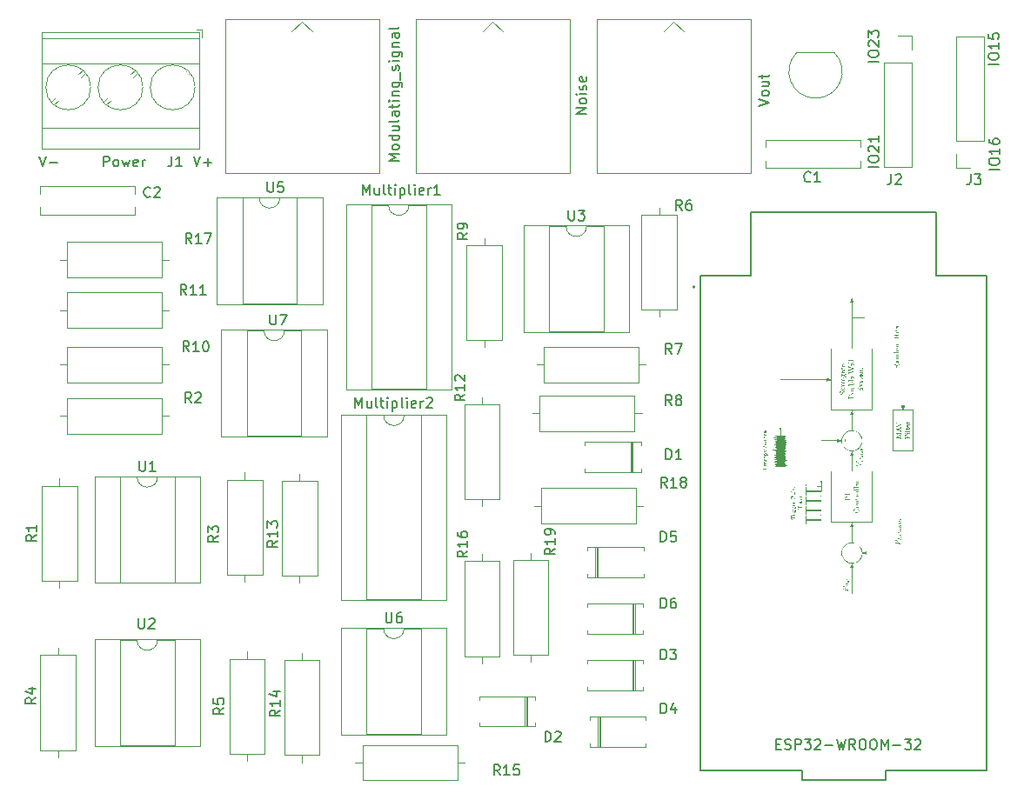
<source format=gbr>
%TF.GenerationSoftware,KiCad,Pcbnew,8.0.3*%
%TF.CreationDate,2025-01-25T16:13:06+05:30*%
%TF.ProjectId,TRNG_surrogate_digital_control,54524e47-5f73-4757-9272-6f676174655f,rev?*%
%TF.SameCoordinates,Original*%
%TF.FileFunction,Legend,Top*%
%TF.FilePolarity,Positive*%
%FSLAX46Y46*%
G04 Gerber Fmt 4.6, Leading zero omitted, Abs format (unit mm)*
G04 Created by KiCad (PCBNEW 8.0.3) date 2025-01-25 16:13:06*
%MOMM*%
%LPD*%
G01*
G04 APERTURE LIST*
%ADD10C,0.150000*%
%ADD11C,0.120000*%
%ADD12C,0.127000*%
%ADD13C,0.200000*%
%ADD14C,0.000000*%
G04 APERTURE END LIST*
D10*
X121511904Y-77954819D02*
X121511904Y-76954819D01*
X121511904Y-76954819D02*
X121845237Y-77669104D01*
X121845237Y-77669104D02*
X122178570Y-76954819D01*
X122178570Y-76954819D02*
X122178570Y-77954819D01*
X123083332Y-77288152D02*
X123083332Y-77954819D01*
X122654761Y-77288152D02*
X122654761Y-77811961D01*
X122654761Y-77811961D02*
X122702380Y-77907200D01*
X122702380Y-77907200D02*
X122797618Y-77954819D01*
X122797618Y-77954819D02*
X122940475Y-77954819D01*
X122940475Y-77954819D02*
X123035713Y-77907200D01*
X123035713Y-77907200D02*
X123083332Y-77859580D01*
X123702380Y-77954819D02*
X123607142Y-77907200D01*
X123607142Y-77907200D02*
X123559523Y-77811961D01*
X123559523Y-77811961D02*
X123559523Y-76954819D01*
X123940476Y-77288152D02*
X124321428Y-77288152D01*
X124083333Y-76954819D02*
X124083333Y-77811961D01*
X124083333Y-77811961D02*
X124130952Y-77907200D01*
X124130952Y-77907200D02*
X124226190Y-77954819D01*
X124226190Y-77954819D02*
X124321428Y-77954819D01*
X124654762Y-77954819D02*
X124654762Y-77288152D01*
X124654762Y-76954819D02*
X124607143Y-77002438D01*
X124607143Y-77002438D02*
X124654762Y-77050057D01*
X124654762Y-77050057D02*
X124702381Y-77002438D01*
X124702381Y-77002438D02*
X124654762Y-76954819D01*
X124654762Y-76954819D02*
X124654762Y-77050057D01*
X125130952Y-77288152D02*
X125130952Y-78288152D01*
X125130952Y-77335771D02*
X125226190Y-77288152D01*
X125226190Y-77288152D02*
X125416666Y-77288152D01*
X125416666Y-77288152D02*
X125511904Y-77335771D01*
X125511904Y-77335771D02*
X125559523Y-77383390D01*
X125559523Y-77383390D02*
X125607142Y-77478628D01*
X125607142Y-77478628D02*
X125607142Y-77764342D01*
X125607142Y-77764342D02*
X125559523Y-77859580D01*
X125559523Y-77859580D02*
X125511904Y-77907200D01*
X125511904Y-77907200D02*
X125416666Y-77954819D01*
X125416666Y-77954819D02*
X125226190Y-77954819D01*
X125226190Y-77954819D02*
X125130952Y-77907200D01*
X126178571Y-77954819D02*
X126083333Y-77907200D01*
X126083333Y-77907200D02*
X126035714Y-77811961D01*
X126035714Y-77811961D02*
X126035714Y-76954819D01*
X126559524Y-77954819D02*
X126559524Y-77288152D01*
X126559524Y-76954819D02*
X126511905Y-77002438D01*
X126511905Y-77002438D02*
X126559524Y-77050057D01*
X126559524Y-77050057D02*
X126607143Y-77002438D01*
X126607143Y-77002438D02*
X126559524Y-76954819D01*
X126559524Y-76954819D02*
X126559524Y-77050057D01*
X127416666Y-77907200D02*
X127321428Y-77954819D01*
X127321428Y-77954819D02*
X127130952Y-77954819D01*
X127130952Y-77954819D02*
X127035714Y-77907200D01*
X127035714Y-77907200D02*
X126988095Y-77811961D01*
X126988095Y-77811961D02*
X126988095Y-77431009D01*
X126988095Y-77431009D02*
X127035714Y-77335771D01*
X127035714Y-77335771D02*
X127130952Y-77288152D01*
X127130952Y-77288152D02*
X127321428Y-77288152D01*
X127321428Y-77288152D02*
X127416666Y-77335771D01*
X127416666Y-77335771D02*
X127464285Y-77431009D01*
X127464285Y-77431009D02*
X127464285Y-77526247D01*
X127464285Y-77526247D02*
X126988095Y-77621485D01*
X127892857Y-77954819D02*
X127892857Y-77288152D01*
X127892857Y-77478628D02*
X127940476Y-77383390D01*
X127940476Y-77383390D02*
X127988095Y-77335771D01*
X127988095Y-77335771D02*
X128083333Y-77288152D01*
X128083333Y-77288152D02*
X128178571Y-77288152D01*
X129035714Y-77954819D02*
X128464286Y-77954819D01*
X128750000Y-77954819D02*
X128750000Y-76954819D01*
X128750000Y-76954819D02*
X128654762Y-77097676D01*
X128654762Y-77097676D02*
X128559524Y-77192914D01*
X128559524Y-77192914D02*
X128464286Y-77240533D01*
X96273809Y-75204819D02*
X96273809Y-74204819D01*
X96273809Y-74204819D02*
X96654761Y-74204819D01*
X96654761Y-74204819D02*
X96749999Y-74252438D01*
X96749999Y-74252438D02*
X96797618Y-74300057D01*
X96797618Y-74300057D02*
X96845237Y-74395295D01*
X96845237Y-74395295D02*
X96845237Y-74538152D01*
X96845237Y-74538152D02*
X96797618Y-74633390D01*
X96797618Y-74633390D02*
X96749999Y-74681009D01*
X96749999Y-74681009D02*
X96654761Y-74728628D01*
X96654761Y-74728628D02*
X96273809Y-74728628D01*
X97416666Y-75204819D02*
X97321428Y-75157200D01*
X97321428Y-75157200D02*
X97273809Y-75109580D01*
X97273809Y-75109580D02*
X97226190Y-75014342D01*
X97226190Y-75014342D02*
X97226190Y-74728628D01*
X97226190Y-74728628D02*
X97273809Y-74633390D01*
X97273809Y-74633390D02*
X97321428Y-74585771D01*
X97321428Y-74585771D02*
X97416666Y-74538152D01*
X97416666Y-74538152D02*
X97559523Y-74538152D01*
X97559523Y-74538152D02*
X97654761Y-74585771D01*
X97654761Y-74585771D02*
X97702380Y-74633390D01*
X97702380Y-74633390D02*
X97749999Y-74728628D01*
X97749999Y-74728628D02*
X97749999Y-75014342D01*
X97749999Y-75014342D02*
X97702380Y-75109580D01*
X97702380Y-75109580D02*
X97654761Y-75157200D01*
X97654761Y-75157200D02*
X97559523Y-75204819D01*
X97559523Y-75204819D02*
X97416666Y-75204819D01*
X98083333Y-74538152D02*
X98273809Y-75204819D01*
X98273809Y-75204819D02*
X98464285Y-74728628D01*
X98464285Y-74728628D02*
X98654761Y-75204819D01*
X98654761Y-75204819D02*
X98845237Y-74538152D01*
X99607142Y-75157200D02*
X99511904Y-75204819D01*
X99511904Y-75204819D02*
X99321428Y-75204819D01*
X99321428Y-75204819D02*
X99226190Y-75157200D01*
X99226190Y-75157200D02*
X99178571Y-75061961D01*
X99178571Y-75061961D02*
X99178571Y-74681009D01*
X99178571Y-74681009D02*
X99226190Y-74585771D01*
X99226190Y-74585771D02*
X99321428Y-74538152D01*
X99321428Y-74538152D02*
X99511904Y-74538152D01*
X99511904Y-74538152D02*
X99607142Y-74585771D01*
X99607142Y-74585771D02*
X99654761Y-74681009D01*
X99654761Y-74681009D02*
X99654761Y-74776247D01*
X99654761Y-74776247D02*
X99178571Y-74871485D01*
X100083333Y-75204819D02*
X100083333Y-74538152D01*
X100083333Y-74728628D02*
X100130952Y-74633390D01*
X100130952Y-74633390D02*
X100178571Y-74585771D01*
X100178571Y-74585771D02*
X100273809Y-74538152D01*
X100273809Y-74538152D02*
X100369047Y-74538152D01*
X90047619Y-74204819D02*
X90380952Y-75204819D01*
X90380952Y-75204819D02*
X90714285Y-74204819D01*
X91047619Y-74823866D02*
X91809524Y-74823866D01*
X171704819Y-64976189D02*
X170704819Y-64976189D01*
X170704819Y-64309523D02*
X170704819Y-64119047D01*
X170704819Y-64119047D02*
X170752438Y-64023809D01*
X170752438Y-64023809D02*
X170847676Y-63928571D01*
X170847676Y-63928571D02*
X171038152Y-63880952D01*
X171038152Y-63880952D02*
X171371485Y-63880952D01*
X171371485Y-63880952D02*
X171561961Y-63928571D01*
X171561961Y-63928571D02*
X171657200Y-64023809D01*
X171657200Y-64023809D02*
X171704819Y-64119047D01*
X171704819Y-64119047D02*
X171704819Y-64309523D01*
X171704819Y-64309523D02*
X171657200Y-64404761D01*
X171657200Y-64404761D02*
X171561961Y-64499999D01*
X171561961Y-64499999D02*
X171371485Y-64547618D01*
X171371485Y-64547618D02*
X171038152Y-64547618D01*
X171038152Y-64547618D02*
X170847676Y-64499999D01*
X170847676Y-64499999D02*
X170752438Y-64404761D01*
X170752438Y-64404761D02*
X170704819Y-64309523D01*
X170800057Y-63499999D02*
X170752438Y-63452380D01*
X170752438Y-63452380D02*
X170704819Y-63357142D01*
X170704819Y-63357142D02*
X170704819Y-63119047D01*
X170704819Y-63119047D02*
X170752438Y-63023809D01*
X170752438Y-63023809D02*
X170800057Y-62976190D01*
X170800057Y-62976190D02*
X170895295Y-62928571D01*
X170895295Y-62928571D02*
X170990533Y-62928571D01*
X170990533Y-62928571D02*
X171133390Y-62976190D01*
X171133390Y-62976190D02*
X171704819Y-63547618D01*
X171704819Y-63547618D02*
X171704819Y-62928571D01*
X170704819Y-62595237D02*
X170704819Y-61976190D01*
X170704819Y-61976190D02*
X171085771Y-62309523D01*
X171085771Y-62309523D02*
X171085771Y-62166666D01*
X171085771Y-62166666D02*
X171133390Y-62071428D01*
X171133390Y-62071428D02*
X171181009Y-62023809D01*
X171181009Y-62023809D02*
X171276247Y-61976190D01*
X171276247Y-61976190D02*
X171514342Y-61976190D01*
X171514342Y-61976190D02*
X171609580Y-62023809D01*
X171609580Y-62023809D02*
X171657200Y-62071428D01*
X171657200Y-62071428D02*
X171704819Y-62166666D01*
X171704819Y-62166666D02*
X171704819Y-62452380D01*
X171704819Y-62452380D02*
X171657200Y-62547618D01*
X171657200Y-62547618D02*
X171609580Y-62595237D01*
X183454819Y-75476189D02*
X182454819Y-75476189D01*
X182454819Y-74809523D02*
X182454819Y-74619047D01*
X182454819Y-74619047D02*
X182502438Y-74523809D01*
X182502438Y-74523809D02*
X182597676Y-74428571D01*
X182597676Y-74428571D02*
X182788152Y-74380952D01*
X182788152Y-74380952D02*
X183121485Y-74380952D01*
X183121485Y-74380952D02*
X183311961Y-74428571D01*
X183311961Y-74428571D02*
X183407200Y-74523809D01*
X183407200Y-74523809D02*
X183454819Y-74619047D01*
X183454819Y-74619047D02*
X183454819Y-74809523D01*
X183454819Y-74809523D02*
X183407200Y-74904761D01*
X183407200Y-74904761D02*
X183311961Y-74999999D01*
X183311961Y-74999999D02*
X183121485Y-75047618D01*
X183121485Y-75047618D02*
X182788152Y-75047618D01*
X182788152Y-75047618D02*
X182597676Y-74999999D01*
X182597676Y-74999999D02*
X182502438Y-74904761D01*
X182502438Y-74904761D02*
X182454819Y-74809523D01*
X183454819Y-73428571D02*
X183454819Y-73999999D01*
X183454819Y-73714285D02*
X182454819Y-73714285D01*
X182454819Y-73714285D02*
X182597676Y-73809523D01*
X182597676Y-73809523D02*
X182692914Y-73904761D01*
X182692914Y-73904761D02*
X182740533Y-73999999D01*
X182454819Y-72571428D02*
X182454819Y-72761904D01*
X182454819Y-72761904D02*
X182502438Y-72857142D01*
X182502438Y-72857142D02*
X182550057Y-72904761D01*
X182550057Y-72904761D02*
X182692914Y-72999999D01*
X182692914Y-72999999D02*
X182883390Y-73047618D01*
X182883390Y-73047618D02*
X183264342Y-73047618D01*
X183264342Y-73047618D02*
X183359580Y-72999999D01*
X183359580Y-72999999D02*
X183407200Y-72952380D01*
X183407200Y-72952380D02*
X183454819Y-72857142D01*
X183454819Y-72857142D02*
X183454819Y-72666666D01*
X183454819Y-72666666D02*
X183407200Y-72571428D01*
X183407200Y-72571428D02*
X183359580Y-72523809D01*
X183359580Y-72523809D02*
X183264342Y-72476190D01*
X183264342Y-72476190D02*
X183026247Y-72476190D01*
X183026247Y-72476190D02*
X182931009Y-72523809D01*
X182931009Y-72523809D02*
X182883390Y-72571428D01*
X182883390Y-72571428D02*
X182835771Y-72666666D01*
X182835771Y-72666666D02*
X182835771Y-72857142D01*
X182835771Y-72857142D02*
X182883390Y-72952380D01*
X182883390Y-72952380D02*
X182931009Y-72999999D01*
X182931009Y-72999999D02*
X183026247Y-73047618D01*
X171704819Y-75226189D02*
X170704819Y-75226189D01*
X170704819Y-74559523D02*
X170704819Y-74369047D01*
X170704819Y-74369047D02*
X170752438Y-74273809D01*
X170752438Y-74273809D02*
X170847676Y-74178571D01*
X170847676Y-74178571D02*
X171038152Y-74130952D01*
X171038152Y-74130952D02*
X171371485Y-74130952D01*
X171371485Y-74130952D02*
X171561961Y-74178571D01*
X171561961Y-74178571D02*
X171657200Y-74273809D01*
X171657200Y-74273809D02*
X171704819Y-74369047D01*
X171704819Y-74369047D02*
X171704819Y-74559523D01*
X171704819Y-74559523D02*
X171657200Y-74654761D01*
X171657200Y-74654761D02*
X171561961Y-74749999D01*
X171561961Y-74749999D02*
X171371485Y-74797618D01*
X171371485Y-74797618D02*
X171038152Y-74797618D01*
X171038152Y-74797618D02*
X170847676Y-74749999D01*
X170847676Y-74749999D02*
X170752438Y-74654761D01*
X170752438Y-74654761D02*
X170704819Y-74559523D01*
X170800057Y-73749999D02*
X170752438Y-73702380D01*
X170752438Y-73702380D02*
X170704819Y-73607142D01*
X170704819Y-73607142D02*
X170704819Y-73369047D01*
X170704819Y-73369047D02*
X170752438Y-73273809D01*
X170752438Y-73273809D02*
X170800057Y-73226190D01*
X170800057Y-73226190D02*
X170895295Y-73178571D01*
X170895295Y-73178571D02*
X170990533Y-73178571D01*
X170990533Y-73178571D02*
X171133390Y-73226190D01*
X171133390Y-73226190D02*
X171704819Y-73797618D01*
X171704819Y-73797618D02*
X171704819Y-73178571D01*
X171704819Y-72226190D02*
X171704819Y-72797618D01*
X171704819Y-72511904D02*
X170704819Y-72511904D01*
X170704819Y-72511904D02*
X170847676Y-72607142D01*
X170847676Y-72607142D02*
X170942914Y-72702380D01*
X170942914Y-72702380D02*
X170990533Y-72797618D01*
X183399847Y-65226189D02*
X182399847Y-65226189D01*
X182399847Y-64559523D02*
X182399847Y-64369047D01*
X182399847Y-64369047D02*
X182447466Y-64273809D01*
X182447466Y-64273809D02*
X182542704Y-64178571D01*
X182542704Y-64178571D02*
X182733180Y-64130952D01*
X182733180Y-64130952D02*
X183066513Y-64130952D01*
X183066513Y-64130952D02*
X183256989Y-64178571D01*
X183256989Y-64178571D02*
X183352228Y-64273809D01*
X183352228Y-64273809D02*
X183399847Y-64369047D01*
X183399847Y-64369047D02*
X183399847Y-64559523D01*
X183399847Y-64559523D02*
X183352228Y-64654761D01*
X183352228Y-64654761D02*
X183256989Y-64749999D01*
X183256989Y-64749999D02*
X183066513Y-64797618D01*
X183066513Y-64797618D02*
X182733180Y-64797618D01*
X182733180Y-64797618D02*
X182542704Y-64749999D01*
X182542704Y-64749999D02*
X182447466Y-64654761D01*
X182447466Y-64654761D02*
X182399847Y-64559523D01*
X183399847Y-63178571D02*
X183399847Y-63749999D01*
X183399847Y-63464285D02*
X182399847Y-63464285D01*
X182399847Y-63464285D02*
X182542704Y-63559523D01*
X182542704Y-63559523D02*
X182637942Y-63654761D01*
X182637942Y-63654761D02*
X182685561Y-63749999D01*
X182399847Y-62273809D02*
X182399847Y-62749999D01*
X182399847Y-62749999D02*
X182876037Y-62797618D01*
X182876037Y-62797618D02*
X182828418Y-62749999D01*
X182828418Y-62749999D02*
X182780799Y-62654761D01*
X182780799Y-62654761D02*
X182780799Y-62416666D01*
X182780799Y-62416666D02*
X182828418Y-62321428D01*
X182828418Y-62321428D02*
X182876037Y-62273809D01*
X182876037Y-62273809D02*
X182971275Y-62226190D01*
X182971275Y-62226190D02*
X183209370Y-62226190D01*
X183209370Y-62226190D02*
X183304608Y-62273809D01*
X183304608Y-62273809D02*
X183352228Y-62321428D01*
X183352228Y-62321428D02*
X183399847Y-62416666D01*
X183399847Y-62416666D02*
X183399847Y-62654761D01*
X183399847Y-62654761D02*
X183352228Y-62749999D01*
X183352228Y-62749999D02*
X183304608Y-62797618D01*
X105047619Y-74204819D02*
X105380952Y-75204819D01*
X105380952Y-75204819D02*
X105714285Y-74204819D01*
X106047619Y-74823866D02*
X106809524Y-74823866D01*
X106428571Y-75204819D02*
X106428571Y-74442914D01*
X134857142Y-134454819D02*
X134523809Y-133978628D01*
X134285714Y-134454819D02*
X134285714Y-133454819D01*
X134285714Y-133454819D02*
X134666666Y-133454819D01*
X134666666Y-133454819D02*
X134761904Y-133502438D01*
X134761904Y-133502438D02*
X134809523Y-133550057D01*
X134809523Y-133550057D02*
X134857142Y-133645295D01*
X134857142Y-133645295D02*
X134857142Y-133788152D01*
X134857142Y-133788152D02*
X134809523Y-133883390D01*
X134809523Y-133883390D02*
X134761904Y-133931009D01*
X134761904Y-133931009D02*
X134666666Y-133978628D01*
X134666666Y-133978628D02*
X134285714Y-133978628D01*
X135809523Y-134454819D02*
X135238095Y-134454819D01*
X135523809Y-134454819D02*
X135523809Y-133454819D01*
X135523809Y-133454819D02*
X135428571Y-133597676D01*
X135428571Y-133597676D02*
X135333333Y-133692914D01*
X135333333Y-133692914D02*
X135238095Y-133740533D01*
X136714285Y-133454819D02*
X136238095Y-133454819D01*
X136238095Y-133454819D02*
X136190476Y-133931009D01*
X136190476Y-133931009D02*
X136238095Y-133883390D01*
X136238095Y-133883390D02*
X136333333Y-133835771D01*
X136333333Y-133835771D02*
X136571428Y-133835771D01*
X136571428Y-133835771D02*
X136666666Y-133883390D01*
X136666666Y-133883390D02*
X136714285Y-133931009D01*
X136714285Y-133931009D02*
X136761904Y-134026247D01*
X136761904Y-134026247D02*
X136761904Y-134264342D01*
X136761904Y-134264342D02*
X136714285Y-134359580D01*
X136714285Y-134359580D02*
X136666666Y-134407200D01*
X136666666Y-134407200D02*
X136571428Y-134454819D01*
X136571428Y-134454819D02*
X136333333Y-134454819D01*
X136333333Y-134454819D02*
X136238095Y-134407200D01*
X136238095Y-134407200D02*
X136190476Y-134359580D01*
X140204819Y-112392857D02*
X139728628Y-112726190D01*
X140204819Y-112964285D02*
X139204819Y-112964285D01*
X139204819Y-112964285D02*
X139204819Y-112583333D01*
X139204819Y-112583333D02*
X139252438Y-112488095D01*
X139252438Y-112488095D02*
X139300057Y-112440476D01*
X139300057Y-112440476D02*
X139395295Y-112392857D01*
X139395295Y-112392857D02*
X139538152Y-112392857D01*
X139538152Y-112392857D02*
X139633390Y-112440476D01*
X139633390Y-112440476D02*
X139681009Y-112488095D01*
X139681009Y-112488095D02*
X139728628Y-112583333D01*
X139728628Y-112583333D02*
X139728628Y-112964285D01*
X140204819Y-111440476D02*
X140204819Y-112011904D01*
X140204819Y-111726190D02*
X139204819Y-111726190D01*
X139204819Y-111726190D02*
X139347676Y-111821428D01*
X139347676Y-111821428D02*
X139442914Y-111916666D01*
X139442914Y-111916666D02*
X139490533Y-112011904D01*
X140204819Y-110964285D02*
X140204819Y-110773809D01*
X140204819Y-110773809D02*
X140157200Y-110678571D01*
X140157200Y-110678571D02*
X140109580Y-110630952D01*
X140109580Y-110630952D02*
X139966723Y-110535714D01*
X139966723Y-110535714D02*
X139776247Y-110488095D01*
X139776247Y-110488095D02*
X139395295Y-110488095D01*
X139395295Y-110488095D02*
X139300057Y-110535714D01*
X139300057Y-110535714D02*
X139252438Y-110583333D01*
X139252438Y-110583333D02*
X139204819Y-110678571D01*
X139204819Y-110678571D02*
X139204819Y-110869047D01*
X139204819Y-110869047D02*
X139252438Y-110964285D01*
X139252438Y-110964285D02*
X139300057Y-111011904D01*
X139300057Y-111011904D02*
X139395295Y-111059523D01*
X139395295Y-111059523D02*
X139633390Y-111059523D01*
X139633390Y-111059523D02*
X139728628Y-111011904D01*
X139728628Y-111011904D02*
X139776247Y-110964285D01*
X139776247Y-110964285D02*
X139823866Y-110869047D01*
X139823866Y-110869047D02*
X139823866Y-110678571D01*
X139823866Y-110678571D02*
X139776247Y-110583333D01*
X139776247Y-110583333D02*
X139728628Y-110535714D01*
X139728628Y-110535714D02*
X139633390Y-110488095D01*
X150511905Y-128454819D02*
X150511905Y-127454819D01*
X150511905Y-127454819D02*
X150750000Y-127454819D01*
X150750000Y-127454819D02*
X150892857Y-127502438D01*
X150892857Y-127502438D02*
X150988095Y-127597676D01*
X150988095Y-127597676D02*
X151035714Y-127692914D01*
X151035714Y-127692914D02*
X151083333Y-127883390D01*
X151083333Y-127883390D02*
X151083333Y-128026247D01*
X151083333Y-128026247D02*
X151035714Y-128216723D01*
X151035714Y-128216723D02*
X150988095Y-128311961D01*
X150988095Y-128311961D02*
X150892857Y-128407200D01*
X150892857Y-128407200D02*
X150750000Y-128454819D01*
X150750000Y-128454819D02*
X150511905Y-128454819D01*
X151940476Y-127788152D02*
X151940476Y-128454819D01*
X151702381Y-127407200D02*
X151464286Y-128121485D01*
X151464286Y-128121485D02*
X152083333Y-128121485D01*
X151011905Y-103704819D02*
X151011905Y-102704819D01*
X151011905Y-102704819D02*
X151250000Y-102704819D01*
X151250000Y-102704819D02*
X151392857Y-102752438D01*
X151392857Y-102752438D02*
X151488095Y-102847676D01*
X151488095Y-102847676D02*
X151535714Y-102942914D01*
X151535714Y-102942914D02*
X151583333Y-103133390D01*
X151583333Y-103133390D02*
X151583333Y-103276247D01*
X151583333Y-103276247D02*
X151535714Y-103466723D01*
X151535714Y-103466723D02*
X151488095Y-103561961D01*
X151488095Y-103561961D02*
X151392857Y-103657200D01*
X151392857Y-103657200D02*
X151250000Y-103704819D01*
X151250000Y-103704819D02*
X151011905Y-103704819D01*
X152535714Y-103704819D02*
X151964286Y-103704819D01*
X152250000Y-103704819D02*
X152250000Y-102704819D01*
X152250000Y-102704819D02*
X152154762Y-102847676D01*
X152154762Y-102847676D02*
X152059524Y-102942914D01*
X152059524Y-102942914D02*
X151964286Y-102990533D01*
X99688095Y-119204819D02*
X99688095Y-120014342D01*
X99688095Y-120014342D02*
X99735714Y-120109580D01*
X99735714Y-120109580D02*
X99783333Y-120157200D01*
X99783333Y-120157200D02*
X99878571Y-120204819D01*
X99878571Y-120204819D02*
X100069047Y-120204819D01*
X100069047Y-120204819D02*
X100164285Y-120157200D01*
X100164285Y-120157200D02*
X100211904Y-120109580D01*
X100211904Y-120109580D02*
X100259523Y-120014342D01*
X100259523Y-120014342D02*
X100259523Y-119204819D01*
X100688095Y-119300057D02*
X100735714Y-119252438D01*
X100735714Y-119252438D02*
X100830952Y-119204819D01*
X100830952Y-119204819D02*
X101069047Y-119204819D01*
X101069047Y-119204819D02*
X101164285Y-119252438D01*
X101164285Y-119252438D02*
X101211904Y-119300057D01*
X101211904Y-119300057D02*
X101259523Y-119395295D01*
X101259523Y-119395295D02*
X101259523Y-119490533D01*
X101259523Y-119490533D02*
X101211904Y-119633390D01*
X101211904Y-119633390D02*
X100640476Y-120204819D01*
X100640476Y-120204819D02*
X101259523Y-120204819D01*
X107984819Y-127916666D02*
X107508628Y-128249999D01*
X107984819Y-128488094D02*
X106984819Y-128488094D01*
X106984819Y-128488094D02*
X106984819Y-128107142D01*
X106984819Y-128107142D02*
X107032438Y-128011904D01*
X107032438Y-128011904D02*
X107080057Y-127964285D01*
X107080057Y-127964285D02*
X107175295Y-127916666D01*
X107175295Y-127916666D02*
X107318152Y-127916666D01*
X107318152Y-127916666D02*
X107413390Y-127964285D01*
X107413390Y-127964285D02*
X107461009Y-128011904D01*
X107461009Y-128011904D02*
X107508628Y-128107142D01*
X107508628Y-128107142D02*
X107508628Y-128488094D01*
X106984819Y-127011904D02*
X106984819Y-127488094D01*
X106984819Y-127488094D02*
X107461009Y-127535713D01*
X107461009Y-127535713D02*
X107413390Y-127488094D01*
X107413390Y-127488094D02*
X107365771Y-127392856D01*
X107365771Y-127392856D02*
X107365771Y-127154761D01*
X107365771Y-127154761D02*
X107413390Y-127059523D01*
X107413390Y-127059523D02*
X107461009Y-127011904D01*
X107461009Y-127011904D02*
X107556247Y-126964285D01*
X107556247Y-126964285D02*
X107794342Y-126964285D01*
X107794342Y-126964285D02*
X107889580Y-127011904D01*
X107889580Y-127011904D02*
X107937200Y-127059523D01*
X107937200Y-127059523D02*
X107984819Y-127154761D01*
X107984819Y-127154761D02*
X107984819Y-127392856D01*
X107984819Y-127392856D02*
X107937200Y-127488094D01*
X107937200Y-127488094D02*
X107889580Y-127535713D01*
X131454819Y-97392857D02*
X130978628Y-97726190D01*
X131454819Y-97964285D02*
X130454819Y-97964285D01*
X130454819Y-97964285D02*
X130454819Y-97583333D01*
X130454819Y-97583333D02*
X130502438Y-97488095D01*
X130502438Y-97488095D02*
X130550057Y-97440476D01*
X130550057Y-97440476D02*
X130645295Y-97392857D01*
X130645295Y-97392857D02*
X130788152Y-97392857D01*
X130788152Y-97392857D02*
X130883390Y-97440476D01*
X130883390Y-97440476D02*
X130931009Y-97488095D01*
X130931009Y-97488095D02*
X130978628Y-97583333D01*
X130978628Y-97583333D02*
X130978628Y-97964285D01*
X131454819Y-96440476D02*
X131454819Y-97011904D01*
X131454819Y-96726190D02*
X130454819Y-96726190D01*
X130454819Y-96726190D02*
X130597676Y-96821428D01*
X130597676Y-96821428D02*
X130692914Y-96916666D01*
X130692914Y-96916666D02*
X130740533Y-97011904D01*
X130550057Y-96059523D02*
X130502438Y-96011904D01*
X130502438Y-96011904D02*
X130454819Y-95916666D01*
X130454819Y-95916666D02*
X130454819Y-95678571D01*
X130454819Y-95678571D02*
X130502438Y-95583333D01*
X130502438Y-95583333D02*
X130550057Y-95535714D01*
X130550057Y-95535714D02*
X130645295Y-95488095D01*
X130645295Y-95488095D02*
X130740533Y-95488095D01*
X130740533Y-95488095D02*
X130883390Y-95535714D01*
X130883390Y-95535714D02*
X131454819Y-96107142D01*
X131454819Y-96107142D02*
X131454819Y-95488095D01*
X139261905Y-131204819D02*
X139261905Y-130204819D01*
X139261905Y-130204819D02*
X139500000Y-130204819D01*
X139500000Y-130204819D02*
X139642857Y-130252438D01*
X139642857Y-130252438D02*
X139738095Y-130347676D01*
X139738095Y-130347676D02*
X139785714Y-130442914D01*
X139785714Y-130442914D02*
X139833333Y-130633390D01*
X139833333Y-130633390D02*
X139833333Y-130776247D01*
X139833333Y-130776247D02*
X139785714Y-130966723D01*
X139785714Y-130966723D02*
X139738095Y-131061961D01*
X139738095Y-131061961D02*
X139642857Y-131157200D01*
X139642857Y-131157200D02*
X139500000Y-131204819D01*
X139500000Y-131204819D02*
X139261905Y-131204819D01*
X140214286Y-130300057D02*
X140261905Y-130252438D01*
X140261905Y-130252438D02*
X140357143Y-130204819D01*
X140357143Y-130204819D02*
X140595238Y-130204819D01*
X140595238Y-130204819D02*
X140690476Y-130252438D01*
X140690476Y-130252438D02*
X140738095Y-130300057D01*
X140738095Y-130300057D02*
X140785714Y-130395295D01*
X140785714Y-130395295D02*
X140785714Y-130490533D01*
X140785714Y-130490533D02*
X140738095Y-130633390D01*
X140738095Y-130633390D02*
X140166667Y-131204819D01*
X140166667Y-131204819D02*
X140785714Y-131204819D01*
X131704819Y-81666666D02*
X131228628Y-81999999D01*
X131704819Y-82238094D02*
X130704819Y-82238094D01*
X130704819Y-82238094D02*
X130704819Y-81857142D01*
X130704819Y-81857142D02*
X130752438Y-81761904D01*
X130752438Y-81761904D02*
X130800057Y-81714285D01*
X130800057Y-81714285D02*
X130895295Y-81666666D01*
X130895295Y-81666666D02*
X131038152Y-81666666D01*
X131038152Y-81666666D02*
X131133390Y-81714285D01*
X131133390Y-81714285D02*
X131181009Y-81761904D01*
X131181009Y-81761904D02*
X131228628Y-81857142D01*
X131228628Y-81857142D02*
X131228628Y-82238094D01*
X131704819Y-81190475D02*
X131704819Y-80999999D01*
X131704819Y-80999999D02*
X131657200Y-80904761D01*
X131657200Y-80904761D02*
X131609580Y-80857142D01*
X131609580Y-80857142D02*
X131466723Y-80761904D01*
X131466723Y-80761904D02*
X131276247Y-80714285D01*
X131276247Y-80714285D02*
X130895295Y-80714285D01*
X130895295Y-80714285D02*
X130800057Y-80761904D01*
X130800057Y-80761904D02*
X130752438Y-80809523D01*
X130752438Y-80809523D02*
X130704819Y-80904761D01*
X130704819Y-80904761D02*
X130704819Y-81095237D01*
X130704819Y-81095237D02*
X130752438Y-81190475D01*
X130752438Y-81190475D02*
X130800057Y-81238094D01*
X130800057Y-81238094D02*
X130895295Y-81285713D01*
X130895295Y-81285713D02*
X131133390Y-81285713D01*
X131133390Y-81285713D02*
X131228628Y-81238094D01*
X131228628Y-81238094D02*
X131276247Y-81190475D01*
X131276247Y-81190475D02*
X131323866Y-81095237D01*
X131323866Y-81095237D02*
X131323866Y-80904761D01*
X131323866Y-80904761D02*
X131276247Y-80809523D01*
X131276247Y-80809523D02*
X131228628Y-80761904D01*
X131228628Y-80761904D02*
X131133390Y-80714285D01*
X102916666Y-74204819D02*
X102916666Y-74919104D01*
X102916666Y-74919104D02*
X102869047Y-75061961D01*
X102869047Y-75061961D02*
X102773809Y-75157200D01*
X102773809Y-75157200D02*
X102630952Y-75204819D01*
X102630952Y-75204819D02*
X102535714Y-75204819D01*
X103916666Y-75204819D02*
X103345238Y-75204819D01*
X103630952Y-75204819D02*
X103630952Y-74204819D01*
X103630952Y-74204819D02*
X103535714Y-74347676D01*
X103535714Y-74347676D02*
X103440476Y-74442914D01*
X103440476Y-74442914D02*
X103345238Y-74490533D01*
X123778095Y-118624819D02*
X123778095Y-119434342D01*
X123778095Y-119434342D02*
X123825714Y-119529580D01*
X123825714Y-119529580D02*
X123873333Y-119577200D01*
X123873333Y-119577200D02*
X123968571Y-119624819D01*
X123968571Y-119624819D02*
X124159047Y-119624819D01*
X124159047Y-119624819D02*
X124254285Y-119577200D01*
X124254285Y-119577200D02*
X124301904Y-119529580D01*
X124301904Y-119529580D02*
X124349523Y-119434342D01*
X124349523Y-119434342D02*
X124349523Y-118624819D01*
X125254285Y-118624819D02*
X125063809Y-118624819D01*
X125063809Y-118624819D02*
X124968571Y-118672438D01*
X124968571Y-118672438D02*
X124920952Y-118720057D01*
X124920952Y-118720057D02*
X124825714Y-118862914D01*
X124825714Y-118862914D02*
X124778095Y-119053390D01*
X124778095Y-119053390D02*
X124778095Y-119434342D01*
X124778095Y-119434342D02*
X124825714Y-119529580D01*
X124825714Y-119529580D02*
X124873333Y-119577200D01*
X124873333Y-119577200D02*
X124968571Y-119624819D01*
X124968571Y-119624819D02*
X125159047Y-119624819D01*
X125159047Y-119624819D02*
X125254285Y-119577200D01*
X125254285Y-119577200D02*
X125301904Y-119529580D01*
X125301904Y-119529580D02*
X125349523Y-119434342D01*
X125349523Y-119434342D02*
X125349523Y-119196247D01*
X125349523Y-119196247D02*
X125301904Y-119101009D01*
X125301904Y-119101009D02*
X125254285Y-119053390D01*
X125254285Y-119053390D02*
X125159047Y-119005771D01*
X125159047Y-119005771D02*
X124968571Y-119005771D01*
X124968571Y-119005771D02*
X124873333Y-119053390D01*
X124873333Y-119053390D02*
X124825714Y-119101009D01*
X124825714Y-119101009D02*
X124778095Y-119196247D01*
X120761904Y-98704819D02*
X120761904Y-97704819D01*
X120761904Y-97704819D02*
X121095237Y-98419104D01*
X121095237Y-98419104D02*
X121428570Y-97704819D01*
X121428570Y-97704819D02*
X121428570Y-98704819D01*
X122333332Y-98038152D02*
X122333332Y-98704819D01*
X121904761Y-98038152D02*
X121904761Y-98561961D01*
X121904761Y-98561961D02*
X121952380Y-98657200D01*
X121952380Y-98657200D02*
X122047618Y-98704819D01*
X122047618Y-98704819D02*
X122190475Y-98704819D01*
X122190475Y-98704819D02*
X122285713Y-98657200D01*
X122285713Y-98657200D02*
X122333332Y-98609580D01*
X122952380Y-98704819D02*
X122857142Y-98657200D01*
X122857142Y-98657200D02*
X122809523Y-98561961D01*
X122809523Y-98561961D02*
X122809523Y-97704819D01*
X123190476Y-98038152D02*
X123571428Y-98038152D01*
X123333333Y-97704819D02*
X123333333Y-98561961D01*
X123333333Y-98561961D02*
X123380952Y-98657200D01*
X123380952Y-98657200D02*
X123476190Y-98704819D01*
X123476190Y-98704819D02*
X123571428Y-98704819D01*
X123904762Y-98704819D02*
X123904762Y-98038152D01*
X123904762Y-97704819D02*
X123857143Y-97752438D01*
X123857143Y-97752438D02*
X123904762Y-97800057D01*
X123904762Y-97800057D02*
X123952381Y-97752438D01*
X123952381Y-97752438D02*
X123904762Y-97704819D01*
X123904762Y-97704819D02*
X123904762Y-97800057D01*
X124380952Y-98038152D02*
X124380952Y-99038152D01*
X124380952Y-98085771D02*
X124476190Y-98038152D01*
X124476190Y-98038152D02*
X124666666Y-98038152D01*
X124666666Y-98038152D02*
X124761904Y-98085771D01*
X124761904Y-98085771D02*
X124809523Y-98133390D01*
X124809523Y-98133390D02*
X124857142Y-98228628D01*
X124857142Y-98228628D02*
X124857142Y-98514342D01*
X124857142Y-98514342D02*
X124809523Y-98609580D01*
X124809523Y-98609580D02*
X124761904Y-98657200D01*
X124761904Y-98657200D02*
X124666666Y-98704819D01*
X124666666Y-98704819D02*
X124476190Y-98704819D01*
X124476190Y-98704819D02*
X124380952Y-98657200D01*
X125428571Y-98704819D02*
X125333333Y-98657200D01*
X125333333Y-98657200D02*
X125285714Y-98561961D01*
X125285714Y-98561961D02*
X125285714Y-97704819D01*
X125809524Y-98704819D02*
X125809524Y-98038152D01*
X125809524Y-97704819D02*
X125761905Y-97752438D01*
X125761905Y-97752438D02*
X125809524Y-97800057D01*
X125809524Y-97800057D02*
X125857143Y-97752438D01*
X125857143Y-97752438D02*
X125809524Y-97704819D01*
X125809524Y-97704819D02*
X125809524Y-97800057D01*
X126666666Y-98657200D02*
X126571428Y-98704819D01*
X126571428Y-98704819D02*
X126380952Y-98704819D01*
X126380952Y-98704819D02*
X126285714Y-98657200D01*
X126285714Y-98657200D02*
X126238095Y-98561961D01*
X126238095Y-98561961D02*
X126238095Y-98181009D01*
X126238095Y-98181009D02*
X126285714Y-98085771D01*
X126285714Y-98085771D02*
X126380952Y-98038152D01*
X126380952Y-98038152D02*
X126571428Y-98038152D01*
X126571428Y-98038152D02*
X126666666Y-98085771D01*
X126666666Y-98085771D02*
X126714285Y-98181009D01*
X126714285Y-98181009D02*
X126714285Y-98276247D01*
X126714285Y-98276247D02*
X126238095Y-98371485D01*
X127142857Y-98704819D02*
X127142857Y-98038152D01*
X127142857Y-98228628D02*
X127190476Y-98133390D01*
X127190476Y-98133390D02*
X127238095Y-98085771D01*
X127238095Y-98085771D02*
X127333333Y-98038152D01*
X127333333Y-98038152D02*
X127428571Y-98038152D01*
X127714286Y-97800057D02*
X127761905Y-97752438D01*
X127761905Y-97752438D02*
X127857143Y-97704819D01*
X127857143Y-97704819D02*
X128095238Y-97704819D01*
X128095238Y-97704819D02*
X128190476Y-97752438D01*
X128190476Y-97752438D02*
X128238095Y-97800057D01*
X128238095Y-97800057D02*
X128285714Y-97895295D01*
X128285714Y-97895295D02*
X128285714Y-97990533D01*
X128285714Y-97990533D02*
X128238095Y-98133390D01*
X128238095Y-98133390D02*
X127666667Y-98704819D01*
X127666667Y-98704819D02*
X128285714Y-98704819D01*
X172916666Y-75954819D02*
X172916666Y-76669104D01*
X172916666Y-76669104D02*
X172869047Y-76811961D01*
X172869047Y-76811961D02*
X172773809Y-76907200D01*
X172773809Y-76907200D02*
X172630952Y-76954819D01*
X172630952Y-76954819D02*
X172535714Y-76954819D01*
X173345238Y-76050057D02*
X173392857Y-76002438D01*
X173392857Y-76002438D02*
X173488095Y-75954819D01*
X173488095Y-75954819D02*
X173726190Y-75954819D01*
X173726190Y-75954819D02*
X173821428Y-76002438D01*
X173821428Y-76002438D02*
X173869047Y-76050057D01*
X173869047Y-76050057D02*
X173916666Y-76145295D01*
X173916666Y-76145295D02*
X173916666Y-76240533D01*
X173916666Y-76240533D02*
X173869047Y-76383390D01*
X173869047Y-76383390D02*
X173297619Y-76954819D01*
X173297619Y-76954819D02*
X173916666Y-76954819D01*
X180666666Y-75954819D02*
X180666666Y-76669104D01*
X180666666Y-76669104D02*
X180619047Y-76811961D01*
X180619047Y-76811961D02*
X180523809Y-76907200D01*
X180523809Y-76907200D02*
X180380952Y-76954819D01*
X180380952Y-76954819D02*
X180285714Y-76954819D01*
X181047619Y-75954819D02*
X181666666Y-75954819D01*
X181666666Y-75954819D02*
X181333333Y-76335771D01*
X181333333Y-76335771D02*
X181476190Y-76335771D01*
X181476190Y-76335771D02*
X181571428Y-76383390D01*
X181571428Y-76383390D02*
X181619047Y-76431009D01*
X181619047Y-76431009D02*
X181666666Y-76526247D01*
X181666666Y-76526247D02*
X181666666Y-76764342D01*
X181666666Y-76764342D02*
X181619047Y-76859580D01*
X181619047Y-76859580D02*
X181571428Y-76907200D01*
X181571428Y-76907200D02*
X181476190Y-76954819D01*
X181476190Y-76954819D02*
X181190476Y-76954819D01*
X181190476Y-76954819D02*
X181095238Y-76907200D01*
X181095238Y-76907200D02*
X181047619Y-76859580D01*
X141528095Y-79464819D02*
X141528095Y-80274342D01*
X141528095Y-80274342D02*
X141575714Y-80369580D01*
X141575714Y-80369580D02*
X141623333Y-80417200D01*
X141623333Y-80417200D02*
X141718571Y-80464819D01*
X141718571Y-80464819D02*
X141909047Y-80464819D01*
X141909047Y-80464819D02*
X142004285Y-80417200D01*
X142004285Y-80417200D02*
X142051904Y-80369580D01*
X142051904Y-80369580D02*
X142099523Y-80274342D01*
X142099523Y-80274342D02*
X142099523Y-79464819D01*
X142480476Y-79464819D02*
X143099523Y-79464819D01*
X143099523Y-79464819D02*
X142766190Y-79845771D01*
X142766190Y-79845771D02*
X142909047Y-79845771D01*
X142909047Y-79845771D02*
X143004285Y-79893390D01*
X143004285Y-79893390D02*
X143051904Y-79941009D01*
X143051904Y-79941009D02*
X143099523Y-80036247D01*
X143099523Y-80036247D02*
X143099523Y-80274342D01*
X143099523Y-80274342D02*
X143051904Y-80369580D01*
X143051904Y-80369580D02*
X143004285Y-80417200D01*
X143004285Y-80417200D02*
X142909047Y-80464819D01*
X142909047Y-80464819D02*
X142623333Y-80464819D01*
X142623333Y-80464819D02*
X142528095Y-80417200D01*
X142528095Y-80417200D02*
X142480476Y-80369580D01*
X150511905Y-111734819D02*
X150511905Y-110734819D01*
X150511905Y-110734819D02*
X150750000Y-110734819D01*
X150750000Y-110734819D02*
X150892857Y-110782438D01*
X150892857Y-110782438D02*
X150988095Y-110877676D01*
X150988095Y-110877676D02*
X151035714Y-110972914D01*
X151035714Y-110972914D02*
X151083333Y-111163390D01*
X151083333Y-111163390D02*
X151083333Y-111306247D01*
X151083333Y-111306247D02*
X151035714Y-111496723D01*
X151035714Y-111496723D02*
X150988095Y-111591961D01*
X150988095Y-111591961D02*
X150892857Y-111687200D01*
X150892857Y-111687200D02*
X150750000Y-111734819D01*
X150750000Y-111734819D02*
X150511905Y-111734819D01*
X151988095Y-110734819D02*
X151511905Y-110734819D01*
X151511905Y-110734819D02*
X151464286Y-111211009D01*
X151464286Y-111211009D02*
X151511905Y-111163390D01*
X151511905Y-111163390D02*
X151607143Y-111115771D01*
X151607143Y-111115771D02*
X151845238Y-111115771D01*
X151845238Y-111115771D02*
X151940476Y-111163390D01*
X151940476Y-111163390D02*
X151988095Y-111211009D01*
X151988095Y-111211009D02*
X152035714Y-111306247D01*
X152035714Y-111306247D02*
X152035714Y-111544342D01*
X152035714Y-111544342D02*
X151988095Y-111639580D01*
X151988095Y-111639580D02*
X151940476Y-111687200D01*
X151940476Y-111687200D02*
X151845238Y-111734819D01*
X151845238Y-111734819D02*
X151607143Y-111734819D01*
X151607143Y-111734819D02*
X151511905Y-111687200D01*
X151511905Y-111687200D02*
X151464286Y-111639580D01*
X151107142Y-106454819D02*
X150773809Y-105978628D01*
X150535714Y-106454819D02*
X150535714Y-105454819D01*
X150535714Y-105454819D02*
X150916666Y-105454819D01*
X150916666Y-105454819D02*
X151011904Y-105502438D01*
X151011904Y-105502438D02*
X151059523Y-105550057D01*
X151059523Y-105550057D02*
X151107142Y-105645295D01*
X151107142Y-105645295D02*
X151107142Y-105788152D01*
X151107142Y-105788152D02*
X151059523Y-105883390D01*
X151059523Y-105883390D02*
X151011904Y-105931009D01*
X151011904Y-105931009D02*
X150916666Y-105978628D01*
X150916666Y-105978628D02*
X150535714Y-105978628D01*
X152059523Y-106454819D02*
X151488095Y-106454819D01*
X151773809Y-106454819D02*
X151773809Y-105454819D01*
X151773809Y-105454819D02*
X151678571Y-105597676D01*
X151678571Y-105597676D02*
X151583333Y-105692914D01*
X151583333Y-105692914D02*
X151488095Y-105740533D01*
X152630952Y-105883390D02*
X152535714Y-105835771D01*
X152535714Y-105835771D02*
X152488095Y-105788152D01*
X152488095Y-105788152D02*
X152440476Y-105692914D01*
X152440476Y-105692914D02*
X152440476Y-105645295D01*
X152440476Y-105645295D02*
X152488095Y-105550057D01*
X152488095Y-105550057D02*
X152535714Y-105502438D01*
X152535714Y-105502438D02*
X152630952Y-105454819D01*
X152630952Y-105454819D02*
X152821428Y-105454819D01*
X152821428Y-105454819D02*
X152916666Y-105502438D01*
X152916666Y-105502438D02*
X152964285Y-105550057D01*
X152964285Y-105550057D02*
X153011904Y-105645295D01*
X153011904Y-105645295D02*
X153011904Y-105692914D01*
X153011904Y-105692914D02*
X152964285Y-105788152D01*
X152964285Y-105788152D02*
X152916666Y-105835771D01*
X152916666Y-105835771D02*
X152821428Y-105883390D01*
X152821428Y-105883390D02*
X152630952Y-105883390D01*
X152630952Y-105883390D02*
X152535714Y-105931009D01*
X152535714Y-105931009D02*
X152488095Y-105978628D01*
X152488095Y-105978628D02*
X152440476Y-106073866D01*
X152440476Y-106073866D02*
X152440476Y-106264342D01*
X152440476Y-106264342D02*
X152488095Y-106359580D01*
X152488095Y-106359580D02*
X152535714Y-106407200D01*
X152535714Y-106407200D02*
X152630952Y-106454819D01*
X152630952Y-106454819D02*
X152821428Y-106454819D01*
X152821428Y-106454819D02*
X152916666Y-106407200D01*
X152916666Y-106407200D02*
X152964285Y-106359580D01*
X152964285Y-106359580D02*
X153011904Y-106264342D01*
X153011904Y-106264342D02*
X153011904Y-106073866D01*
X153011904Y-106073866D02*
X152964285Y-105978628D01*
X152964285Y-105978628D02*
X152916666Y-105931009D01*
X152916666Y-105931009D02*
X152821428Y-105883390D01*
X150511905Y-118204819D02*
X150511905Y-117204819D01*
X150511905Y-117204819D02*
X150750000Y-117204819D01*
X150750000Y-117204819D02*
X150892857Y-117252438D01*
X150892857Y-117252438D02*
X150988095Y-117347676D01*
X150988095Y-117347676D02*
X151035714Y-117442914D01*
X151035714Y-117442914D02*
X151083333Y-117633390D01*
X151083333Y-117633390D02*
X151083333Y-117776247D01*
X151083333Y-117776247D02*
X151035714Y-117966723D01*
X151035714Y-117966723D02*
X150988095Y-118061961D01*
X150988095Y-118061961D02*
X150892857Y-118157200D01*
X150892857Y-118157200D02*
X150750000Y-118204819D01*
X150750000Y-118204819D02*
X150511905Y-118204819D01*
X151940476Y-117204819D02*
X151750000Y-117204819D01*
X151750000Y-117204819D02*
X151654762Y-117252438D01*
X151654762Y-117252438D02*
X151607143Y-117300057D01*
X151607143Y-117300057D02*
X151511905Y-117442914D01*
X151511905Y-117442914D02*
X151464286Y-117633390D01*
X151464286Y-117633390D02*
X151464286Y-118014342D01*
X151464286Y-118014342D02*
X151511905Y-118109580D01*
X151511905Y-118109580D02*
X151559524Y-118157200D01*
X151559524Y-118157200D02*
X151654762Y-118204819D01*
X151654762Y-118204819D02*
X151845238Y-118204819D01*
X151845238Y-118204819D02*
X151940476Y-118157200D01*
X151940476Y-118157200D02*
X151988095Y-118109580D01*
X151988095Y-118109580D02*
X152035714Y-118014342D01*
X152035714Y-118014342D02*
X152035714Y-117776247D01*
X152035714Y-117776247D02*
X151988095Y-117681009D01*
X151988095Y-117681009D02*
X151940476Y-117633390D01*
X151940476Y-117633390D02*
X151845238Y-117585771D01*
X151845238Y-117585771D02*
X151654762Y-117585771D01*
X151654762Y-117585771D02*
X151559524Y-117633390D01*
X151559524Y-117633390D02*
X151511905Y-117681009D01*
X151511905Y-117681009D02*
X151464286Y-117776247D01*
X100833333Y-78109580D02*
X100785714Y-78157200D01*
X100785714Y-78157200D02*
X100642857Y-78204819D01*
X100642857Y-78204819D02*
X100547619Y-78204819D01*
X100547619Y-78204819D02*
X100404762Y-78157200D01*
X100404762Y-78157200D02*
X100309524Y-78061961D01*
X100309524Y-78061961D02*
X100261905Y-77966723D01*
X100261905Y-77966723D02*
X100214286Y-77776247D01*
X100214286Y-77776247D02*
X100214286Y-77633390D01*
X100214286Y-77633390D02*
X100261905Y-77442914D01*
X100261905Y-77442914D02*
X100309524Y-77347676D01*
X100309524Y-77347676D02*
X100404762Y-77252438D01*
X100404762Y-77252438D02*
X100547619Y-77204819D01*
X100547619Y-77204819D02*
X100642857Y-77204819D01*
X100642857Y-77204819D02*
X100785714Y-77252438D01*
X100785714Y-77252438D02*
X100833333Y-77300057D01*
X101214286Y-77300057D02*
X101261905Y-77252438D01*
X101261905Y-77252438D02*
X101357143Y-77204819D01*
X101357143Y-77204819D02*
X101595238Y-77204819D01*
X101595238Y-77204819D02*
X101690476Y-77252438D01*
X101690476Y-77252438D02*
X101738095Y-77300057D01*
X101738095Y-77300057D02*
X101785714Y-77395295D01*
X101785714Y-77395295D02*
X101785714Y-77490533D01*
X101785714Y-77490533D02*
X101738095Y-77633390D01*
X101738095Y-77633390D02*
X101166667Y-78204819D01*
X101166667Y-78204819D02*
X101785714Y-78204819D01*
X131704819Y-112642857D02*
X131228628Y-112976190D01*
X131704819Y-113214285D02*
X130704819Y-113214285D01*
X130704819Y-113214285D02*
X130704819Y-112833333D01*
X130704819Y-112833333D02*
X130752438Y-112738095D01*
X130752438Y-112738095D02*
X130800057Y-112690476D01*
X130800057Y-112690476D02*
X130895295Y-112642857D01*
X130895295Y-112642857D02*
X131038152Y-112642857D01*
X131038152Y-112642857D02*
X131133390Y-112690476D01*
X131133390Y-112690476D02*
X131181009Y-112738095D01*
X131181009Y-112738095D02*
X131228628Y-112833333D01*
X131228628Y-112833333D02*
X131228628Y-113214285D01*
X131704819Y-111690476D02*
X131704819Y-112261904D01*
X131704819Y-111976190D02*
X130704819Y-111976190D01*
X130704819Y-111976190D02*
X130847676Y-112071428D01*
X130847676Y-112071428D02*
X130942914Y-112166666D01*
X130942914Y-112166666D02*
X130990533Y-112261904D01*
X130704819Y-110833333D02*
X130704819Y-111023809D01*
X130704819Y-111023809D02*
X130752438Y-111119047D01*
X130752438Y-111119047D02*
X130800057Y-111166666D01*
X130800057Y-111166666D02*
X130942914Y-111261904D01*
X130942914Y-111261904D02*
X131133390Y-111309523D01*
X131133390Y-111309523D02*
X131514342Y-111309523D01*
X131514342Y-111309523D02*
X131609580Y-111261904D01*
X131609580Y-111261904D02*
X131657200Y-111214285D01*
X131657200Y-111214285D02*
X131704819Y-111119047D01*
X131704819Y-111119047D02*
X131704819Y-110928571D01*
X131704819Y-110928571D02*
X131657200Y-110833333D01*
X131657200Y-110833333D02*
X131609580Y-110785714D01*
X131609580Y-110785714D02*
X131514342Y-110738095D01*
X131514342Y-110738095D02*
X131276247Y-110738095D01*
X131276247Y-110738095D02*
X131181009Y-110785714D01*
X131181009Y-110785714D02*
X131133390Y-110833333D01*
X131133390Y-110833333D02*
X131085771Y-110928571D01*
X131085771Y-110928571D02*
X131085771Y-111119047D01*
X131085771Y-111119047D02*
X131133390Y-111214285D01*
X131133390Y-111214285D02*
X131181009Y-111261904D01*
X131181009Y-111261904D02*
X131276247Y-111309523D01*
X151583333Y-93454819D02*
X151250000Y-92978628D01*
X151011905Y-93454819D02*
X151011905Y-92454819D01*
X151011905Y-92454819D02*
X151392857Y-92454819D01*
X151392857Y-92454819D02*
X151488095Y-92502438D01*
X151488095Y-92502438D02*
X151535714Y-92550057D01*
X151535714Y-92550057D02*
X151583333Y-92645295D01*
X151583333Y-92645295D02*
X151583333Y-92788152D01*
X151583333Y-92788152D02*
X151535714Y-92883390D01*
X151535714Y-92883390D02*
X151488095Y-92931009D01*
X151488095Y-92931009D02*
X151392857Y-92978628D01*
X151392857Y-92978628D02*
X151011905Y-92978628D01*
X151916667Y-92454819D02*
X152583333Y-92454819D01*
X152583333Y-92454819D02*
X152154762Y-93454819D01*
X151583333Y-98454819D02*
X151250000Y-97978628D01*
X151011905Y-98454819D02*
X151011905Y-97454819D01*
X151011905Y-97454819D02*
X151392857Y-97454819D01*
X151392857Y-97454819D02*
X151488095Y-97502438D01*
X151488095Y-97502438D02*
X151535714Y-97550057D01*
X151535714Y-97550057D02*
X151583333Y-97645295D01*
X151583333Y-97645295D02*
X151583333Y-97788152D01*
X151583333Y-97788152D02*
X151535714Y-97883390D01*
X151535714Y-97883390D02*
X151488095Y-97931009D01*
X151488095Y-97931009D02*
X151392857Y-97978628D01*
X151392857Y-97978628D02*
X151011905Y-97978628D01*
X152154762Y-97883390D02*
X152059524Y-97835771D01*
X152059524Y-97835771D02*
X152011905Y-97788152D01*
X152011905Y-97788152D02*
X151964286Y-97692914D01*
X151964286Y-97692914D02*
X151964286Y-97645295D01*
X151964286Y-97645295D02*
X152011905Y-97550057D01*
X152011905Y-97550057D02*
X152059524Y-97502438D01*
X152059524Y-97502438D02*
X152154762Y-97454819D01*
X152154762Y-97454819D02*
X152345238Y-97454819D01*
X152345238Y-97454819D02*
X152440476Y-97502438D01*
X152440476Y-97502438D02*
X152488095Y-97550057D01*
X152488095Y-97550057D02*
X152535714Y-97645295D01*
X152535714Y-97645295D02*
X152535714Y-97692914D01*
X152535714Y-97692914D02*
X152488095Y-97788152D01*
X152488095Y-97788152D02*
X152440476Y-97835771D01*
X152440476Y-97835771D02*
X152345238Y-97883390D01*
X152345238Y-97883390D02*
X152154762Y-97883390D01*
X152154762Y-97883390D02*
X152059524Y-97931009D01*
X152059524Y-97931009D02*
X152011905Y-97978628D01*
X152011905Y-97978628D02*
X151964286Y-98073866D01*
X151964286Y-98073866D02*
X151964286Y-98264342D01*
X151964286Y-98264342D02*
X152011905Y-98359580D01*
X152011905Y-98359580D02*
X152059524Y-98407200D01*
X152059524Y-98407200D02*
X152154762Y-98454819D01*
X152154762Y-98454819D02*
X152345238Y-98454819D01*
X152345238Y-98454819D02*
X152440476Y-98407200D01*
X152440476Y-98407200D02*
X152488095Y-98359580D01*
X152488095Y-98359580D02*
X152535714Y-98264342D01*
X152535714Y-98264342D02*
X152535714Y-98073866D01*
X152535714Y-98073866D02*
X152488095Y-97978628D01*
X152488095Y-97978628D02*
X152440476Y-97931009D01*
X152440476Y-97931009D02*
X152345238Y-97883390D01*
X125029819Y-74666190D02*
X124029819Y-74666190D01*
X124029819Y-74666190D02*
X124744104Y-74332857D01*
X124744104Y-74332857D02*
X124029819Y-73999524D01*
X124029819Y-73999524D02*
X125029819Y-73999524D01*
X125029819Y-73380476D02*
X124982200Y-73475714D01*
X124982200Y-73475714D02*
X124934580Y-73523333D01*
X124934580Y-73523333D02*
X124839342Y-73570952D01*
X124839342Y-73570952D02*
X124553628Y-73570952D01*
X124553628Y-73570952D02*
X124458390Y-73523333D01*
X124458390Y-73523333D02*
X124410771Y-73475714D01*
X124410771Y-73475714D02*
X124363152Y-73380476D01*
X124363152Y-73380476D02*
X124363152Y-73237619D01*
X124363152Y-73237619D02*
X124410771Y-73142381D01*
X124410771Y-73142381D02*
X124458390Y-73094762D01*
X124458390Y-73094762D02*
X124553628Y-73047143D01*
X124553628Y-73047143D02*
X124839342Y-73047143D01*
X124839342Y-73047143D02*
X124934580Y-73094762D01*
X124934580Y-73094762D02*
X124982200Y-73142381D01*
X124982200Y-73142381D02*
X125029819Y-73237619D01*
X125029819Y-73237619D02*
X125029819Y-73380476D01*
X125029819Y-72190000D02*
X124029819Y-72190000D01*
X124982200Y-72190000D02*
X125029819Y-72285238D01*
X125029819Y-72285238D02*
X125029819Y-72475714D01*
X125029819Y-72475714D02*
X124982200Y-72570952D01*
X124982200Y-72570952D02*
X124934580Y-72618571D01*
X124934580Y-72618571D02*
X124839342Y-72666190D01*
X124839342Y-72666190D02*
X124553628Y-72666190D01*
X124553628Y-72666190D02*
X124458390Y-72618571D01*
X124458390Y-72618571D02*
X124410771Y-72570952D01*
X124410771Y-72570952D02*
X124363152Y-72475714D01*
X124363152Y-72475714D02*
X124363152Y-72285238D01*
X124363152Y-72285238D02*
X124410771Y-72190000D01*
X124363152Y-71285238D02*
X125029819Y-71285238D01*
X124363152Y-71713809D02*
X124886961Y-71713809D01*
X124886961Y-71713809D02*
X124982200Y-71666190D01*
X124982200Y-71666190D02*
X125029819Y-71570952D01*
X125029819Y-71570952D02*
X125029819Y-71428095D01*
X125029819Y-71428095D02*
X124982200Y-71332857D01*
X124982200Y-71332857D02*
X124934580Y-71285238D01*
X125029819Y-70666190D02*
X124982200Y-70761428D01*
X124982200Y-70761428D02*
X124886961Y-70809047D01*
X124886961Y-70809047D02*
X124029819Y-70809047D01*
X125029819Y-69856666D02*
X124506009Y-69856666D01*
X124506009Y-69856666D02*
X124410771Y-69904285D01*
X124410771Y-69904285D02*
X124363152Y-69999523D01*
X124363152Y-69999523D02*
X124363152Y-70189999D01*
X124363152Y-70189999D02*
X124410771Y-70285237D01*
X124982200Y-69856666D02*
X125029819Y-69951904D01*
X125029819Y-69951904D02*
X125029819Y-70189999D01*
X125029819Y-70189999D02*
X124982200Y-70285237D01*
X124982200Y-70285237D02*
X124886961Y-70332856D01*
X124886961Y-70332856D02*
X124791723Y-70332856D01*
X124791723Y-70332856D02*
X124696485Y-70285237D01*
X124696485Y-70285237D02*
X124648866Y-70189999D01*
X124648866Y-70189999D02*
X124648866Y-69951904D01*
X124648866Y-69951904D02*
X124601247Y-69856666D01*
X124363152Y-69523332D02*
X124363152Y-69142380D01*
X124029819Y-69380475D02*
X124886961Y-69380475D01*
X124886961Y-69380475D02*
X124982200Y-69332856D01*
X124982200Y-69332856D02*
X125029819Y-69237618D01*
X125029819Y-69237618D02*
X125029819Y-69142380D01*
X125029819Y-68809046D02*
X124363152Y-68809046D01*
X124029819Y-68809046D02*
X124077438Y-68856665D01*
X124077438Y-68856665D02*
X124125057Y-68809046D01*
X124125057Y-68809046D02*
X124077438Y-68761427D01*
X124077438Y-68761427D02*
X124029819Y-68809046D01*
X124029819Y-68809046D02*
X124125057Y-68809046D01*
X124363152Y-68332856D02*
X125029819Y-68332856D01*
X124458390Y-68332856D02*
X124410771Y-68285237D01*
X124410771Y-68285237D02*
X124363152Y-68189999D01*
X124363152Y-68189999D02*
X124363152Y-68047142D01*
X124363152Y-68047142D02*
X124410771Y-67951904D01*
X124410771Y-67951904D02*
X124506009Y-67904285D01*
X124506009Y-67904285D02*
X125029819Y-67904285D01*
X124363152Y-66999523D02*
X125172676Y-66999523D01*
X125172676Y-66999523D02*
X125267914Y-67047142D01*
X125267914Y-67047142D02*
X125315533Y-67094761D01*
X125315533Y-67094761D02*
X125363152Y-67189999D01*
X125363152Y-67189999D02*
X125363152Y-67332856D01*
X125363152Y-67332856D02*
X125315533Y-67428094D01*
X124982200Y-66999523D02*
X125029819Y-67094761D01*
X125029819Y-67094761D02*
X125029819Y-67285237D01*
X125029819Y-67285237D02*
X124982200Y-67380475D01*
X124982200Y-67380475D02*
X124934580Y-67428094D01*
X124934580Y-67428094D02*
X124839342Y-67475713D01*
X124839342Y-67475713D02*
X124553628Y-67475713D01*
X124553628Y-67475713D02*
X124458390Y-67428094D01*
X124458390Y-67428094D02*
X124410771Y-67380475D01*
X124410771Y-67380475D02*
X124363152Y-67285237D01*
X124363152Y-67285237D02*
X124363152Y-67094761D01*
X124363152Y-67094761D02*
X124410771Y-66999523D01*
X125125057Y-66761428D02*
X125125057Y-65999523D01*
X124982200Y-65809046D02*
X125029819Y-65713808D01*
X125029819Y-65713808D02*
X125029819Y-65523332D01*
X125029819Y-65523332D02*
X124982200Y-65428094D01*
X124982200Y-65428094D02*
X124886961Y-65380475D01*
X124886961Y-65380475D02*
X124839342Y-65380475D01*
X124839342Y-65380475D02*
X124744104Y-65428094D01*
X124744104Y-65428094D02*
X124696485Y-65523332D01*
X124696485Y-65523332D02*
X124696485Y-65666189D01*
X124696485Y-65666189D02*
X124648866Y-65761427D01*
X124648866Y-65761427D02*
X124553628Y-65809046D01*
X124553628Y-65809046D02*
X124506009Y-65809046D01*
X124506009Y-65809046D02*
X124410771Y-65761427D01*
X124410771Y-65761427D02*
X124363152Y-65666189D01*
X124363152Y-65666189D02*
X124363152Y-65523332D01*
X124363152Y-65523332D02*
X124410771Y-65428094D01*
X125029819Y-64951903D02*
X124363152Y-64951903D01*
X124029819Y-64951903D02*
X124077438Y-64999522D01*
X124077438Y-64999522D02*
X124125057Y-64951903D01*
X124125057Y-64951903D02*
X124077438Y-64904284D01*
X124077438Y-64904284D02*
X124029819Y-64951903D01*
X124029819Y-64951903D02*
X124125057Y-64951903D01*
X124363152Y-64047142D02*
X125172676Y-64047142D01*
X125172676Y-64047142D02*
X125267914Y-64094761D01*
X125267914Y-64094761D02*
X125315533Y-64142380D01*
X125315533Y-64142380D02*
X125363152Y-64237618D01*
X125363152Y-64237618D02*
X125363152Y-64380475D01*
X125363152Y-64380475D02*
X125315533Y-64475713D01*
X124982200Y-64047142D02*
X125029819Y-64142380D01*
X125029819Y-64142380D02*
X125029819Y-64332856D01*
X125029819Y-64332856D02*
X124982200Y-64428094D01*
X124982200Y-64428094D02*
X124934580Y-64475713D01*
X124934580Y-64475713D02*
X124839342Y-64523332D01*
X124839342Y-64523332D02*
X124553628Y-64523332D01*
X124553628Y-64523332D02*
X124458390Y-64475713D01*
X124458390Y-64475713D02*
X124410771Y-64428094D01*
X124410771Y-64428094D02*
X124363152Y-64332856D01*
X124363152Y-64332856D02*
X124363152Y-64142380D01*
X124363152Y-64142380D02*
X124410771Y-64047142D01*
X124363152Y-63570951D02*
X125029819Y-63570951D01*
X124458390Y-63570951D02*
X124410771Y-63523332D01*
X124410771Y-63523332D02*
X124363152Y-63428094D01*
X124363152Y-63428094D02*
X124363152Y-63285237D01*
X124363152Y-63285237D02*
X124410771Y-63189999D01*
X124410771Y-63189999D02*
X124506009Y-63142380D01*
X124506009Y-63142380D02*
X125029819Y-63142380D01*
X125029819Y-62237618D02*
X124506009Y-62237618D01*
X124506009Y-62237618D02*
X124410771Y-62285237D01*
X124410771Y-62285237D02*
X124363152Y-62380475D01*
X124363152Y-62380475D02*
X124363152Y-62570951D01*
X124363152Y-62570951D02*
X124410771Y-62666189D01*
X124982200Y-62237618D02*
X125029819Y-62332856D01*
X125029819Y-62332856D02*
X125029819Y-62570951D01*
X125029819Y-62570951D02*
X124982200Y-62666189D01*
X124982200Y-62666189D02*
X124886961Y-62713808D01*
X124886961Y-62713808D02*
X124791723Y-62713808D01*
X124791723Y-62713808D02*
X124696485Y-62666189D01*
X124696485Y-62666189D02*
X124648866Y-62570951D01*
X124648866Y-62570951D02*
X124648866Y-62332856D01*
X124648866Y-62332856D02*
X124601247Y-62237618D01*
X125029819Y-61618570D02*
X124982200Y-61713808D01*
X124982200Y-61713808D02*
X124886961Y-61761427D01*
X124886961Y-61761427D02*
X124029819Y-61761427D01*
X152583333Y-79454819D02*
X152250000Y-78978628D01*
X152011905Y-79454819D02*
X152011905Y-78454819D01*
X152011905Y-78454819D02*
X152392857Y-78454819D01*
X152392857Y-78454819D02*
X152488095Y-78502438D01*
X152488095Y-78502438D02*
X152535714Y-78550057D01*
X152535714Y-78550057D02*
X152583333Y-78645295D01*
X152583333Y-78645295D02*
X152583333Y-78788152D01*
X152583333Y-78788152D02*
X152535714Y-78883390D01*
X152535714Y-78883390D02*
X152488095Y-78931009D01*
X152488095Y-78931009D02*
X152392857Y-78978628D01*
X152392857Y-78978628D02*
X152011905Y-78978628D01*
X153440476Y-78454819D02*
X153250000Y-78454819D01*
X153250000Y-78454819D02*
X153154762Y-78502438D01*
X153154762Y-78502438D02*
X153107143Y-78550057D01*
X153107143Y-78550057D02*
X153011905Y-78692914D01*
X153011905Y-78692914D02*
X152964286Y-78883390D01*
X152964286Y-78883390D02*
X152964286Y-79264342D01*
X152964286Y-79264342D02*
X153011905Y-79359580D01*
X153011905Y-79359580D02*
X153059524Y-79407200D01*
X153059524Y-79407200D02*
X153154762Y-79454819D01*
X153154762Y-79454819D02*
X153345238Y-79454819D01*
X153345238Y-79454819D02*
X153440476Y-79407200D01*
X153440476Y-79407200D02*
X153488095Y-79359580D01*
X153488095Y-79359580D02*
X153535714Y-79264342D01*
X153535714Y-79264342D02*
X153535714Y-79026247D01*
X153535714Y-79026247D02*
X153488095Y-78931009D01*
X153488095Y-78931009D02*
X153440476Y-78883390D01*
X153440476Y-78883390D02*
X153345238Y-78835771D01*
X153345238Y-78835771D02*
X153154762Y-78835771D01*
X153154762Y-78835771D02*
X153059524Y-78883390D01*
X153059524Y-78883390D02*
X153011905Y-78931009D01*
X153011905Y-78931009D02*
X152964286Y-79026247D01*
X99778095Y-103874819D02*
X99778095Y-104684342D01*
X99778095Y-104684342D02*
X99825714Y-104779580D01*
X99825714Y-104779580D02*
X99873333Y-104827200D01*
X99873333Y-104827200D02*
X99968571Y-104874819D01*
X99968571Y-104874819D02*
X100159047Y-104874819D01*
X100159047Y-104874819D02*
X100254285Y-104827200D01*
X100254285Y-104827200D02*
X100301904Y-104779580D01*
X100301904Y-104779580D02*
X100349523Y-104684342D01*
X100349523Y-104684342D02*
X100349523Y-103874819D01*
X101349523Y-104874819D02*
X100778095Y-104874819D01*
X101063809Y-104874819D02*
X101063809Y-103874819D01*
X101063809Y-103874819D02*
X100968571Y-104017676D01*
X100968571Y-104017676D02*
X100873333Y-104112914D01*
X100873333Y-104112914D02*
X100778095Y-104160533D01*
X107454819Y-111166666D02*
X106978628Y-111499999D01*
X107454819Y-111738094D02*
X106454819Y-111738094D01*
X106454819Y-111738094D02*
X106454819Y-111357142D01*
X106454819Y-111357142D02*
X106502438Y-111261904D01*
X106502438Y-111261904D02*
X106550057Y-111214285D01*
X106550057Y-111214285D02*
X106645295Y-111166666D01*
X106645295Y-111166666D02*
X106788152Y-111166666D01*
X106788152Y-111166666D02*
X106883390Y-111214285D01*
X106883390Y-111214285D02*
X106931009Y-111261904D01*
X106931009Y-111261904D02*
X106978628Y-111357142D01*
X106978628Y-111357142D02*
X106978628Y-111738094D01*
X106454819Y-110833332D02*
X106454819Y-110214285D01*
X106454819Y-110214285D02*
X106835771Y-110547618D01*
X106835771Y-110547618D02*
X106835771Y-110404761D01*
X106835771Y-110404761D02*
X106883390Y-110309523D01*
X106883390Y-110309523D02*
X106931009Y-110261904D01*
X106931009Y-110261904D02*
X107026247Y-110214285D01*
X107026247Y-110214285D02*
X107264342Y-110214285D01*
X107264342Y-110214285D02*
X107359580Y-110261904D01*
X107359580Y-110261904D02*
X107407200Y-110309523D01*
X107407200Y-110309523D02*
X107454819Y-110404761D01*
X107454819Y-110404761D02*
X107454819Y-110690475D01*
X107454819Y-110690475D02*
X107407200Y-110785713D01*
X107407200Y-110785713D02*
X107359580Y-110833332D01*
X104857142Y-82704819D02*
X104523809Y-82228628D01*
X104285714Y-82704819D02*
X104285714Y-81704819D01*
X104285714Y-81704819D02*
X104666666Y-81704819D01*
X104666666Y-81704819D02*
X104761904Y-81752438D01*
X104761904Y-81752438D02*
X104809523Y-81800057D01*
X104809523Y-81800057D02*
X104857142Y-81895295D01*
X104857142Y-81895295D02*
X104857142Y-82038152D01*
X104857142Y-82038152D02*
X104809523Y-82133390D01*
X104809523Y-82133390D02*
X104761904Y-82181009D01*
X104761904Y-82181009D02*
X104666666Y-82228628D01*
X104666666Y-82228628D02*
X104285714Y-82228628D01*
X105809523Y-82704819D02*
X105238095Y-82704819D01*
X105523809Y-82704819D02*
X105523809Y-81704819D01*
X105523809Y-81704819D02*
X105428571Y-81847676D01*
X105428571Y-81847676D02*
X105333333Y-81942914D01*
X105333333Y-81942914D02*
X105238095Y-81990533D01*
X106142857Y-81704819D02*
X106809523Y-81704819D01*
X106809523Y-81704819D02*
X106380952Y-82704819D01*
X113454819Y-128142857D02*
X112978628Y-128476190D01*
X113454819Y-128714285D02*
X112454819Y-128714285D01*
X112454819Y-128714285D02*
X112454819Y-128333333D01*
X112454819Y-128333333D02*
X112502438Y-128238095D01*
X112502438Y-128238095D02*
X112550057Y-128190476D01*
X112550057Y-128190476D02*
X112645295Y-128142857D01*
X112645295Y-128142857D02*
X112788152Y-128142857D01*
X112788152Y-128142857D02*
X112883390Y-128190476D01*
X112883390Y-128190476D02*
X112931009Y-128238095D01*
X112931009Y-128238095D02*
X112978628Y-128333333D01*
X112978628Y-128333333D02*
X112978628Y-128714285D01*
X113454819Y-127190476D02*
X113454819Y-127761904D01*
X113454819Y-127476190D02*
X112454819Y-127476190D01*
X112454819Y-127476190D02*
X112597676Y-127571428D01*
X112597676Y-127571428D02*
X112692914Y-127666666D01*
X112692914Y-127666666D02*
X112740533Y-127761904D01*
X112788152Y-126333333D02*
X113454819Y-126333333D01*
X112407200Y-126571428D02*
X113121485Y-126809523D01*
X113121485Y-126809523D02*
X113121485Y-126190476D01*
X104357142Y-87704819D02*
X104023809Y-87228628D01*
X103785714Y-87704819D02*
X103785714Y-86704819D01*
X103785714Y-86704819D02*
X104166666Y-86704819D01*
X104166666Y-86704819D02*
X104261904Y-86752438D01*
X104261904Y-86752438D02*
X104309523Y-86800057D01*
X104309523Y-86800057D02*
X104357142Y-86895295D01*
X104357142Y-86895295D02*
X104357142Y-87038152D01*
X104357142Y-87038152D02*
X104309523Y-87133390D01*
X104309523Y-87133390D02*
X104261904Y-87181009D01*
X104261904Y-87181009D02*
X104166666Y-87228628D01*
X104166666Y-87228628D02*
X103785714Y-87228628D01*
X105309523Y-87704819D02*
X104738095Y-87704819D01*
X105023809Y-87704819D02*
X105023809Y-86704819D01*
X105023809Y-86704819D02*
X104928571Y-86847676D01*
X104928571Y-86847676D02*
X104833333Y-86942914D01*
X104833333Y-86942914D02*
X104738095Y-86990533D01*
X106261904Y-87704819D02*
X105690476Y-87704819D01*
X105976190Y-87704819D02*
X105976190Y-86704819D01*
X105976190Y-86704819D02*
X105880952Y-86847676D01*
X105880952Y-86847676D02*
X105785714Y-86942914D01*
X105785714Y-86942914D02*
X105690476Y-86990533D01*
X160029819Y-69288809D02*
X161029819Y-68955476D01*
X161029819Y-68955476D02*
X160029819Y-68622143D01*
X161029819Y-68145952D02*
X160982200Y-68241190D01*
X160982200Y-68241190D02*
X160934580Y-68288809D01*
X160934580Y-68288809D02*
X160839342Y-68336428D01*
X160839342Y-68336428D02*
X160553628Y-68336428D01*
X160553628Y-68336428D02*
X160458390Y-68288809D01*
X160458390Y-68288809D02*
X160410771Y-68241190D01*
X160410771Y-68241190D02*
X160363152Y-68145952D01*
X160363152Y-68145952D02*
X160363152Y-68003095D01*
X160363152Y-68003095D02*
X160410771Y-67907857D01*
X160410771Y-67907857D02*
X160458390Y-67860238D01*
X160458390Y-67860238D02*
X160553628Y-67812619D01*
X160553628Y-67812619D02*
X160839342Y-67812619D01*
X160839342Y-67812619D02*
X160934580Y-67860238D01*
X160934580Y-67860238D02*
X160982200Y-67907857D01*
X160982200Y-67907857D02*
X161029819Y-68003095D01*
X161029819Y-68003095D02*
X161029819Y-68145952D01*
X160363152Y-66955476D02*
X161029819Y-66955476D01*
X160363152Y-67384047D02*
X160886961Y-67384047D01*
X160886961Y-67384047D02*
X160982200Y-67336428D01*
X160982200Y-67336428D02*
X161029819Y-67241190D01*
X161029819Y-67241190D02*
X161029819Y-67098333D01*
X161029819Y-67098333D02*
X160982200Y-67003095D01*
X160982200Y-67003095D02*
X160934580Y-66955476D01*
X160363152Y-66622142D02*
X160363152Y-66241190D01*
X160029819Y-66479285D02*
X160886961Y-66479285D01*
X160886961Y-66479285D02*
X160982200Y-66431666D01*
X160982200Y-66431666D02*
X161029819Y-66336428D01*
X161029819Y-66336428D02*
X161029819Y-66241190D01*
X104833333Y-98204819D02*
X104500000Y-97728628D01*
X104261905Y-98204819D02*
X104261905Y-97204819D01*
X104261905Y-97204819D02*
X104642857Y-97204819D01*
X104642857Y-97204819D02*
X104738095Y-97252438D01*
X104738095Y-97252438D02*
X104785714Y-97300057D01*
X104785714Y-97300057D02*
X104833333Y-97395295D01*
X104833333Y-97395295D02*
X104833333Y-97538152D01*
X104833333Y-97538152D02*
X104785714Y-97633390D01*
X104785714Y-97633390D02*
X104738095Y-97681009D01*
X104738095Y-97681009D02*
X104642857Y-97728628D01*
X104642857Y-97728628D02*
X104261905Y-97728628D01*
X105214286Y-97300057D02*
X105261905Y-97252438D01*
X105261905Y-97252438D02*
X105357143Y-97204819D01*
X105357143Y-97204819D02*
X105595238Y-97204819D01*
X105595238Y-97204819D02*
X105690476Y-97252438D01*
X105690476Y-97252438D02*
X105738095Y-97300057D01*
X105738095Y-97300057D02*
X105785714Y-97395295D01*
X105785714Y-97395295D02*
X105785714Y-97490533D01*
X105785714Y-97490533D02*
X105738095Y-97633390D01*
X105738095Y-97633390D02*
X105166667Y-98204819D01*
X105166667Y-98204819D02*
X105785714Y-98204819D01*
X165083333Y-76609580D02*
X165035714Y-76657200D01*
X165035714Y-76657200D02*
X164892857Y-76704819D01*
X164892857Y-76704819D02*
X164797619Y-76704819D01*
X164797619Y-76704819D02*
X164654762Y-76657200D01*
X164654762Y-76657200D02*
X164559524Y-76561961D01*
X164559524Y-76561961D02*
X164511905Y-76466723D01*
X164511905Y-76466723D02*
X164464286Y-76276247D01*
X164464286Y-76276247D02*
X164464286Y-76133390D01*
X164464286Y-76133390D02*
X164511905Y-75942914D01*
X164511905Y-75942914D02*
X164559524Y-75847676D01*
X164559524Y-75847676D02*
X164654762Y-75752438D01*
X164654762Y-75752438D02*
X164797619Y-75704819D01*
X164797619Y-75704819D02*
X164892857Y-75704819D01*
X164892857Y-75704819D02*
X165035714Y-75752438D01*
X165035714Y-75752438D02*
X165083333Y-75800057D01*
X166035714Y-76704819D02*
X165464286Y-76704819D01*
X165750000Y-76704819D02*
X165750000Y-75704819D01*
X165750000Y-75704819D02*
X165654762Y-75847676D01*
X165654762Y-75847676D02*
X165559524Y-75942914D01*
X165559524Y-75942914D02*
X165464286Y-75990533D01*
X89704819Y-126916666D02*
X89228628Y-127249999D01*
X89704819Y-127488094D02*
X88704819Y-127488094D01*
X88704819Y-127488094D02*
X88704819Y-127107142D01*
X88704819Y-127107142D02*
X88752438Y-127011904D01*
X88752438Y-127011904D02*
X88800057Y-126964285D01*
X88800057Y-126964285D02*
X88895295Y-126916666D01*
X88895295Y-126916666D02*
X89038152Y-126916666D01*
X89038152Y-126916666D02*
X89133390Y-126964285D01*
X89133390Y-126964285D02*
X89181009Y-127011904D01*
X89181009Y-127011904D02*
X89228628Y-127107142D01*
X89228628Y-127107142D02*
X89228628Y-127488094D01*
X89038152Y-126059523D02*
X89704819Y-126059523D01*
X88657200Y-126297618D02*
X89371485Y-126535713D01*
X89371485Y-126535713D02*
X89371485Y-125916666D01*
X112238095Y-76704819D02*
X112238095Y-77514342D01*
X112238095Y-77514342D02*
X112285714Y-77609580D01*
X112285714Y-77609580D02*
X112333333Y-77657200D01*
X112333333Y-77657200D02*
X112428571Y-77704819D01*
X112428571Y-77704819D02*
X112619047Y-77704819D01*
X112619047Y-77704819D02*
X112714285Y-77657200D01*
X112714285Y-77657200D02*
X112761904Y-77609580D01*
X112761904Y-77609580D02*
X112809523Y-77514342D01*
X112809523Y-77514342D02*
X112809523Y-76704819D01*
X113761904Y-76704819D02*
X113285714Y-76704819D01*
X113285714Y-76704819D02*
X113238095Y-77181009D01*
X113238095Y-77181009D02*
X113285714Y-77133390D01*
X113285714Y-77133390D02*
X113380952Y-77085771D01*
X113380952Y-77085771D02*
X113619047Y-77085771D01*
X113619047Y-77085771D02*
X113714285Y-77133390D01*
X113714285Y-77133390D02*
X113761904Y-77181009D01*
X113761904Y-77181009D02*
X113809523Y-77276247D01*
X113809523Y-77276247D02*
X113809523Y-77514342D01*
X113809523Y-77514342D02*
X113761904Y-77609580D01*
X113761904Y-77609580D02*
X113714285Y-77657200D01*
X113714285Y-77657200D02*
X113619047Y-77704819D01*
X113619047Y-77704819D02*
X113380952Y-77704819D01*
X113380952Y-77704819D02*
X113285714Y-77657200D01*
X113285714Y-77657200D02*
X113238095Y-77609580D01*
X112488095Y-89604819D02*
X112488095Y-90414342D01*
X112488095Y-90414342D02*
X112535714Y-90509580D01*
X112535714Y-90509580D02*
X112583333Y-90557200D01*
X112583333Y-90557200D02*
X112678571Y-90604819D01*
X112678571Y-90604819D02*
X112869047Y-90604819D01*
X112869047Y-90604819D02*
X112964285Y-90557200D01*
X112964285Y-90557200D02*
X113011904Y-90509580D01*
X113011904Y-90509580D02*
X113059523Y-90414342D01*
X113059523Y-90414342D02*
X113059523Y-89604819D01*
X113440476Y-89604819D02*
X114107142Y-89604819D01*
X114107142Y-89604819D02*
X113678571Y-90604819D01*
X113204819Y-111642857D02*
X112728628Y-111976190D01*
X113204819Y-112214285D02*
X112204819Y-112214285D01*
X112204819Y-112214285D02*
X112204819Y-111833333D01*
X112204819Y-111833333D02*
X112252438Y-111738095D01*
X112252438Y-111738095D02*
X112300057Y-111690476D01*
X112300057Y-111690476D02*
X112395295Y-111642857D01*
X112395295Y-111642857D02*
X112538152Y-111642857D01*
X112538152Y-111642857D02*
X112633390Y-111690476D01*
X112633390Y-111690476D02*
X112681009Y-111738095D01*
X112681009Y-111738095D02*
X112728628Y-111833333D01*
X112728628Y-111833333D02*
X112728628Y-112214285D01*
X113204819Y-110690476D02*
X113204819Y-111261904D01*
X113204819Y-110976190D02*
X112204819Y-110976190D01*
X112204819Y-110976190D02*
X112347676Y-111071428D01*
X112347676Y-111071428D02*
X112442914Y-111166666D01*
X112442914Y-111166666D02*
X112490533Y-111261904D01*
X112204819Y-110357142D02*
X112204819Y-109738095D01*
X112204819Y-109738095D02*
X112585771Y-110071428D01*
X112585771Y-110071428D02*
X112585771Y-109928571D01*
X112585771Y-109928571D02*
X112633390Y-109833333D01*
X112633390Y-109833333D02*
X112681009Y-109785714D01*
X112681009Y-109785714D02*
X112776247Y-109738095D01*
X112776247Y-109738095D02*
X113014342Y-109738095D01*
X113014342Y-109738095D02*
X113109580Y-109785714D01*
X113109580Y-109785714D02*
X113157200Y-109833333D01*
X113157200Y-109833333D02*
X113204819Y-109928571D01*
X113204819Y-109928571D02*
X113204819Y-110214285D01*
X113204819Y-110214285D02*
X113157200Y-110309523D01*
X113157200Y-110309523D02*
X113109580Y-110357142D01*
X150511905Y-123204819D02*
X150511905Y-122204819D01*
X150511905Y-122204819D02*
X150750000Y-122204819D01*
X150750000Y-122204819D02*
X150892857Y-122252438D01*
X150892857Y-122252438D02*
X150988095Y-122347676D01*
X150988095Y-122347676D02*
X151035714Y-122442914D01*
X151035714Y-122442914D02*
X151083333Y-122633390D01*
X151083333Y-122633390D02*
X151083333Y-122776247D01*
X151083333Y-122776247D02*
X151035714Y-122966723D01*
X151035714Y-122966723D02*
X150988095Y-123061961D01*
X150988095Y-123061961D02*
X150892857Y-123157200D01*
X150892857Y-123157200D02*
X150750000Y-123204819D01*
X150750000Y-123204819D02*
X150511905Y-123204819D01*
X151416667Y-122204819D02*
X152035714Y-122204819D01*
X152035714Y-122204819D02*
X151702381Y-122585771D01*
X151702381Y-122585771D02*
X151845238Y-122585771D01*
X151845238Y-122585771D02*
X151940476Y-122633390D01*
X151940476Y-122633390D02*
X151988095Y-122681009D01*
X151988095Y-122681009D02*
X152035714Y-122776247D01*
X152035714Y-122776247D02*
X152035714Y-123014342D01*
X152035714Y-123014342D02*
X151988095Y-123109580D01*
X151988095Y-123109580D02*
X151940476Y-123157200D01*
X151940476Y-123157200D02*
X151845238Y-123204819D01*
X151845238Y-123204819D02*
X151559524Y-123204819D01*
X151559524Y-123204819D02*
X151464286Y-123157200D01*
X151464286Y-123157200D02*
X151416667Y-123109580D01*
X143279819Y-70104523D02*
X142279819Y-70104523D01*
X142279819Y-70104523D02*
X143279819Y-69533095D01*
X143279819Y-69533095D02*
X142279819Y-69533095D01*
X143279819Y-68914047D02*
X143232200Y-69009285D01*
X143232200Y-69009285D02*
X143184580Y-69056904D01*
X143184580Y-69056904D02*
X143089342Y-69104523D01*
X143089342Y-69104523D02*
X142803628Y-69104523D01*
X142803628Y-69104523D02*
X142708390Y-69056904D01*
X142708390Y-69056904D02*
X142660771Y-69009285D01*
X142660771Y-69009285D02*
X142613152Y-68914047D01*
X142613152Y-68914047D02*
X142613152Y-68771190D01*
X142613152Y-68771190D02*
X142660771Y-68675952D01*
X142660771Y-68675952D02*
X142708390Y-68628333D01*
X142708390Y-68628333D02*
X142803628Y-68580714D01*
X142803628Y-68580714D02*
X143089342Y-68580714D01*
X143089342Y-68580714D02*
X143184580Y-68628333D01*
X143184580Y-68628333D02*
X143232200Y-68675952D01*
X143232200Y-68675952D02*
X143279819Y-68771190D01*
X143279819Y-68771190D02*
X143279819Y-68914047D01*
X143279819Y-68152142D02*
X142613152Y-68152142D01*
X142279819Y-68152142D02*
X142327438Y-68199761D01*
X142327438Y-68199761D02*
X142375057Y-68152142D01*
X142375057Y-68152142D02*
X142327438Y-68104523D01*
X142327438Y-68104523D02*
X142279819Y-68152142D01*
X142279819Y-68152142D02*
X142375057Y-68152142D01*
X143232200Y-67723571D02*
X143279819Y-67628333D01*
X143279819Y-67628333D02*
X143279819Y-67437857D01*
X143279819Y-67437857D02*
X143232200Y-67342619D01*
X143232200Y-67342619D02*
X143136961Y-67295000D01*
X143136961Y-67295000D02*
X143089342Y-67295000D01*
X143089342Y-67295000D02*
X142994104Y-67342619D01*
X142994104Y-67342619D02*
X142946485Y-67437857D01*
X142946485Y-67437857D02*
X142946485Y-67580714D01*
X142946485Y-67580714D02*
X142898866Y-67675952D01*
X142898866Y-67675952D02*
X142803628Y-67723571D01*
X142803628Y-67723571D02*
X142756009Y-67723571D01*
X142756009Y-67723571D02*
X142660771Y-67675952D01*
X142660771Y-67675952D02*
X142613152Y-67580714D01*
X142613152Y-67580714D02*
X142613152Y-67437857D01*
X142613152Y-67437857D02*
X142660771Y-67342619D01*
X143232200Y-66485476D02*
X143279819Y-66580714D01*
X143279819Y-66580714D02*
X143279819Y-66771190D01*
X143279819Y-66771190D02*
X143232200Y-66866428D01*
X143232200Y-66866428D02*
X143136961Y-66914047D01*
X143136961Y-66914047D02*
X142756009Y-66914047D01*
X142756009Y-66914047D02*
X142660771Y-66866428D01*
X142660771Y-66866428D02*
X142613152Y-66771190D01*
X142613152Y-66771190D02*
X142613152Y-66580714D01*
X142613152Y-66580714D02*
X142660771Y-66485476D01*
X142660771Y-66485476D02*
X142756009Y-66437857D01*
X142756009Y-66437857D02*
X142851247Y-66437857D01*
X142851247Y-66437857D02*
X142946485Y-66914047D01*
X161726191Y-131431009D02*
X162059524Y-131431009D01*
X162202381Y-131954819D02*
X161726191Y-131954819D01*
X161726191Y-131954819D02*
X161726191Y-130954819D01*
X161726191Y-130954819D02*
X162202381Y-130954819D01*
X162583334Y-131907200D02*
X162726191Y-131954819D01*
X162726191Y-131954819D02*
X162964286Y-131954819D01*
X162964286Y-131954819D02*
X163059524Y-131907200D01*
X163059524Y-131907200D02*
X163107143Y-131859580D01*
X163107143Y-131859580D02*
X163154762Y-131764342D01*
X163154762Y-131764342D02*
X163154762Y-131669104D01*
X163154762Y-131669104D02*
X163107143Y-131573866D01*
X163107143Y-131573866D02*
X163059524Y-131526247D01*
X163059524Y-131526247D02*
X162964286Y-131478628D01*
X162964286Y-131478628D02*
X162773810Y-131431009D01*
X162773810Y-131431009D02*
X162678572Y-131383390D01*
X162678572Y-131383390D02*
X162630953Y-131335771D01*
X162630953Y-131335771D02*
X162583334Y-131240533D01*
X162583334Y-131240533D02*
X162583334Y-131145295D01*
X162583334Y-131145295D02*
X162630953Y-131050057D01*
X162630953Y-131050057D02*
X162678572Y-131002438D01*
X162678572Y-131002438D02*
X162773810Y-130954819D01*
X162773810Y-130954819D02*
X163011905Y-130954819D01*
X163011905Y-130954819D02*
X163154762Y-131002438D01*
X163583334Y-131954819D02*
X163583334Y-130954819D01*
X163583334Y-130954819D02*
X163964286Y-130954819D01*
X163964286Y-130954819D02*
X164059524Y-131002438D01*
X164059524Y-131002438D02*
X164107143Y-131050057D01*
X164107143Y-131050057D02*
X164154762Y-131145295D01*
X164154762Y-131145295D02*
X164154762Y-131288152D01*
X164154762Y-131288152D02*
X164107143Y-131383390D01*
X164107143Y-131383390D02*
X164059524Y-131431009D01*
X164059524Y-131431009D02*
X163964286Y-131478628D01*
X163964286Y-131478628D02*
X163583334Y-131478628D01*
X164488096Y-130954819D02*
X165107143Y-130954819D01*
X165107143Y-130954819D02*
X164773810Y-131335771D01*
X164773810Y-131335771D02*
X164916667Y-131335771D01*
X164916667Y-131335771D02*
X165011905Y-131383390D01*
X165011905Y-131383390D02*
X165059524Y-131431009D01*
X165059524Y-131431009D02*
X165107143Y-131526247D01*
X165107143Y-131526247D02*
X165107143Y-131764342D01*
X165107143Y-131764342D02*
X165059524Y-131859580D01*
X165059524Y-131859580D02*
X165011905Y-131907200D01*
X165011905Y-131907200D02*
X164916667Y-131954819D01*
X164916667Y-131954819D02*
X164630953Y-131954819D01*
X164630953Y-131954819D02*
X164535715Y-131907200D01*
X164535715Y-131907200D02*
X164488096Y-131859580D01*
X165488096Y-131050057D02*
X165535715Y-131002438D01*
X165535715Y-131002438D02*
X165630953Y-130954819D01*
X165630953Y-130954819D02*
X165869048Y-130954819D01*
X165869048Y-130954819D02*
X165964286Y-131002438D01*
X165964286Y-131002438D02*
X166011905Y-131050057D01*
X166011905Y-131050057D02*
X166059524Y-131145295D01*
X166059524Y-131145295D02*
X166059524Y-131240533D01*
X166059524Y-131240533D02*
X166011905Y-131383390D01*
X166011905Y-131383390D02*
X165440477Y-131954819D01*
X165440477Y-131954819D02*
X166059524Y-131954819D01*
X166488096Y-131573866D02*
X167250001Y-131573866D01*
X167630953Y-130954819D02*
X167869048Y-131954819D01*
X167869048Y-131954819D02*
X168059524Y-131240533D01*
X168059524Y-131240533D02*
X168250000Y-131954819D01*
X168250000Y-131954819D02*
X168488096Y-130954819D01*
X169440476Y-131954819D02*
X169107143Y-131478628D01*
X168869048Y-131954819D02*
X168869048Y-130954819D01*
X168869048Y-130954819D02*
X169250000Y-130954819D01*
X169250000Y-130954819D02*
X169345238Y-131002438D01*
X169345238Y-131002438D02*
X169392857Y-131050057D01*
X169392857Y-131050057D02*
X169440476Y-131145295D01*
X169440476Y-131145295D02*
X169440476Y-131288152D01*
X169440476Y-131288152D02*
X169392857Y-131383390D01*
X169392857Y-131383390D02*
X169345238Y-131431009D01*
X169345238Y-131431009D02*
X169250000Y-131478628D01*
X169250000Y-131478628D02*
X168869048Y-131478628D01*
X170059524Y-130954819D02*
X170250000Y-130954819D01*
X170250000Y-130954819D02*
X170345238Y-131002438D01*
X170345238Y-131002438D02*
X170440476Y-131097676D01*
X170440476Y-131097676D02*
X170488095Y-131288152D01*
X170488095Y-131288152D02*
X170488095Y-131621485D01*
X170488095Y-131621485D02*
X170440476Y-131811961D01*
X170440476Y-131811961D02*
X170345238Y-131907200D01*
X170345238Y-131907200D02*
X170250000Y-131954819D01*
X170250000Y-131954819D02*
X170059524Y-131954819D01*
X170059524Y-131954819D02*
X169964286Y-131907200D01*
X169964286Y-131907200D02*
X169869048Y-131811961D01*
X169869048Y-131811961D02*
X169821429Y-131621485D01*
X169821429Y-131621485D02*
X169821429Y-131288152D01*
X169821429Y-131288152D02*
X169869048Y-131097676D01*
X169869048Y-131097676D02*
X169964286Y-131002438D01*
X169964286Y-131002438D02*
X170059524Y-130954819D01*
X171107143Y-130954819D02*
X171297619Y-130954819D01*
X171297619Y-130954819D02*
X171392857Y-131002438D01*
X171392857Y-131002438D02*
X171488095Y-131097676D01*
X171488095Y-131097676D02*
X171535714Y-131288152D01*
X171535714Y-131288152D02*
X171535714Y-131621485D01*
X171535714Y-131621485D02*
X171488095Y-131811961D01*
X171488095Y-131811961D02*
X171392857Y-131907200D01*
X171392857Y-131907200D02*
X171297619Y-131954819D01*
X171297619Y-131954819D02*
X171107143Y-131954819D01*
X171107143Y-131954819D02*
X171011905Y-131907200D01*
X171011905Y-131907200D02*
X170916667Y-131811961D01*
X170916667Y-131811961D02*
X170869048Y-131621485D01*
X170869048Y-131621485D02*
X170869048Y-131288152D01*
X170869048Y-131288152D02*
X170916667Y-131097676D01*
X170916667Y-131097676D02*
X171011905Y-131002438D01*
X171011905Y-131002438D02*
X171107143Y-130954819D01*
X171964286Y-131954819D02*
X171964286Y-130954819D01*
X171964286Y-130954819D02*
X172297619Y-131669104D01*
X172297619Y-131669104D02*
X172630952Y-130954819D01*
X172630952Y-130954819D02*
X172630952Y-131954819D01*
X173107143Y-131573866D02*
X173869048Y-131573866D01*
X174250000Y-130954819D02*
X174869047Y-130954819D01*
X174869047Y-130954819D02*
X174535714Y-131335771D01*
X174535714Y-131335771D02*
X174678571Y-131335771D01*
X174678571Y-131335771D02*
X174773809Y-131383390D01*
X174773809Y-131383390D02*
X174821428Y-131431009D01*
X174821428Y-131431009D02*
X174869047Y-131526247D01*
X174869047Y-131526247D02*
X174869047Y-131764342D01*
X174869047Y-131764342D02*
X174821428Y-131859580D01*
X174821428Y-131859580D02*
X174773809Y-131907200D01*
X174773809Y-131907200D02*
X174678571Y-131954819D01*
X174678571Y-131954819D02*
X174392857Y-131954819D01*
X174392857Y-131954819D02*
X174297619Y-131907200D01*
X174297619Y-131907200D02*
X174250000Y-131859580D01*
X175250000Y-131050057D02*
X175297619Y-131002438D01*
X175297619Y-131002438D02*
X175392857Y-130954819D01*
X175392857Y-130954819D02*
X175630952Y-130954819D01*
X175630952Y-130954819D02*
X175726190Y-131002438D01*
X175726190Y-131002438D02*
X175773809Y-131050057D01*
X175773809Y-131050057D02*
X175821428Y-131145295D01*
X175821428Y-131145295D02*
X175821428Y-131240533D01*
X175821428Y-131240533D02*
X175773809Y-131383390D01*
X175773809Y-131383390D02*
X175202381Y-131954819D01*
X175202381Y-131954819D02*
X175821428Y-131954819D01*
X104607142Y-93204819D02*
X104273809Y-92728628D01*
X104035714Y-93204819D02*
X104035714Y-92204819D01*
X104035714Y-92204819D02*
X104416666Y-92204819D01*
X104416666Y-92204819D02*
X104511904Y-92252438D01*
X104511904Y-92252438D02*
X104559523Y-92300057D01*
X104559523Y-92300057D02*
X104607142Y-92395295D01*
X104607142Y-92395295D02*
X104607142Y-92538152D01*
X104607142Y-92538152D02*
X104559523Y-92633390D01*
X104559523Y-92633390D02*
X104511904Y-92681009D01*
X104511904Y-92681009D02*
X104416666Y-92728628D01*
X104416666Y-92728628D02*
X104035714Y-92728628D01*
X105559523Y-93204819D02*
X104988095Y-93204819D01*
X105273809Y-93204819D02*
X105273809Y-92204819D01*
X105273809Y-92204819D02*
X105178571Y-92347676D01*
X105178571Y-92347676D02*
X105083333Y-92442914D01*
X105083333Y-92442914D02*
X104988095Y-92490533D01*
X106178571Y-92204819D02*
X106273809Y-92204819D01*
X106273809Y-92204819D02*
X106369047Y-92252438D01*
X106369047Y-92252438D02*
X106416666Y-92300057D01*
X106416666Y-92300057D02*
X106464285Y-92395295D01*
X106464285Y-92395295D02*
X106511904Y-92585771D01*
X106511904Y-92585771D02*
X106511904Y-92823866D01*
X106511904Y-92823866D02*
X106464285Y-93014342D01*
X106464285Y-93014342D02*
X106416666Y-93109580D01*
X106416666Y-93109580D02*
X106369047Y-93157200D01*
X106369047Y-93157200D02*
X106273809Y-93204819D01*
X106273809Y-93204819D02*
X106178571Y-93204819D01*
X106178571Y-93204819D02*
X106083333Y-93157200D01*
X106083333Y-93157200D02*
X106035714Y-93109580D01*
X106035714Y-93109580D02*
X105988095Y-93014342D01*
X105988095Y-93014342D02*
X105940476Y-92823866D01*
X105940476Y-92823866D02*
X105940476Y-92585771D01*
X105940476Y-92585771D02*
X105988095Y-92395295D01*
X105988095Y-92395295D02*
X106035714Y-92300057D01*
X106035714Y-92300057D02*
X106083333Y-92252438D01*
X106083333Y-92252438D02*
X106178571Y-92204819D01*
X89734819Y-111066666D02*
X89258628Y-111399999D01*
X89734819Y-111638094D02*
X88734819Y-111638094D01*
X88734819Y-111638094D02*
X88734819Y-111257142D01*
X88734819Y-111257142D02*
X88782438Y-111161904D01*
X88782438Y-111161904D02*
X88830057Y-111114285D01*
X88830057Y-111114285D02*
X88925295Y-111066666D01*
X88925295Y-111066666D02*
X89068152Y-111066666D01*
X89068152Y-111066666D02*
X89163390Y-111114285D01*
X89163390Y-111114285D02*
X89211009Y-111161904D01*
X89211009Y-111161904D02*
X89258628Y-111257142D01*
X89258628Y-111257142D02*
X89258628Y-111638094D01*
X89734819Y-110114285D02*
X89734819Y-110685713D01*
X89734819Y-110399999D02*
X88734819Y-110399999D01*
X88734819Y-110399999D02*
X88877676Y-110495237D01*
X88877676Y-110495237D02*
X88972914Y-110590475D01*
X88972914Y-110590475D02*
X89020533Y-110685713D01*
D11*
%TO.C,R15*%
X120790000Y-133250000D02*
X121480000Y-133250000D01*
X121480000Y-131530000D02*
X121480000Y-134970000D01*
X121480000Y-134970000D02*
X130720000Y-134970000D01*
X130720000Y-131530000D02*
X121480000Y-131530000D01*
X130720000Y-134970000D02*
X130720000Y-131530000D01*
X131410000Y-133250000D02*
X130720000Y-133250000D01*
%TO.C,R19*%
X136130000Y-113490000D02*
X136130000Y-122730000D01*
X136130000Y-122730000D02*
X139570000Y-122730000D01*
X137850000Y-112800000D02*
X137850000Y-113490000D01*
X137850000Y-123420000D02*
X137850000Y-122730000D01*
X139570000Y-113490000D02*
X136130000Y-113490000D01*
X139570000Y-122730000D02*
X139570000Y-113490000D01*
%TO.C,D4*%
X143630000Y-128780000D02*
X149070000Y-128780000D01*
X143630000Y-129110000D02*
X143630000Y-128780000D01*
X143630000Y-131390000D02*
X143630000Y-131720000D01*
X143630000Y-131720000D02*
X149070000Y-131720000D01*
X144410000Y-128780000D02*
X144410000Y-131720000D01*
X144530000Y-128780000D02*
X144530000Y-131720000D01*
X144650000Y-128780000D02*
X144650000Y-131720000D01*
X149070000Y-128780000D02*
X149070000Y-129110000D01*
X149070000Y-131720000D02*
X149070000Y-131390000D01*
%TO.C,D1*%
X143130000Y-102030000D02*
X143130000Y-102360000D01*
X143130000Y-104970000D02*
X143130000Y-104640000D01*
X147550000Y-104970000D02*
X147550000Y-102030000D01*
X147670000Y-104970000D02*
X147670000Y-102030000D01*
X147790000Y-104970000D02*
X147790000Y-102030000D01*
X148570000Y-102030000D02*
X143130000Y-102030000D01*
X148570000Y-102360000D02*
X148570000Y-102030000D01*
X148570000Y-104640000D02*
X148570000Y-104970000D01*
X148570000Y-104970000D02*
X143130000Y-104970000D01*
%TO.C,Multiplier1*%
X119870000Y-78895000D02*
X119870000Y-96915000D01*
X119870000Y-96915000D02*
X130150000Y-96915000D01*
X122360000Y-78955000D02*
X122360000Y-96855000D01*
X122360000Y-96855000D02*
X127660000Y-96855000D01*
X124010000Y-78955000D02*
X122360000Y-78955000D01*
X127660000Y-78955000D02*
X126010000Y-78955000D01*
X127660000Y-96855000D02*
X127660000Y-78955000D01*
X130150000Y-78895000D02*
X119870000Y-78895000D01*
X130150000Y-96915000D02*
X130150000Y-78895000D01*
X126010000Y-78955000D02*
G75*
G02*
X124010000Y-78955000I-1000000J0D01*
G01*
%TO.C,U2*%
X95400000Y-121240000D02*
X95400000Y-131640000D01*
X95400000Y-131640000D02*
X105680000Y-131640000D01*
X97890000Y-121300000D02*
X97890000Y-131580000D01*
X97890000Y-131580000D02*
X103190000Y-131580000D01*
X99540000Y-121300000D02*
X97890000Y-121300000D01*
X103190000Y-121300000D02*
X101540000Y-121300000D01*
X103190000Y-131580000D02*
X103190000Y-121300000D01*
X105680000Y-121240000D02*
X95400000Y-121240000D01*
X105680000Y-131640000D02*
X105680000Y-121240000D01*
X101540000Y-121300000D02*
G75*
G02*
X99540000Y-121300000I-1000000J0D01*
G01*
%TO.C,R5*%
X108530000Y-123130000D02*
X108530000Y-132370000D01*
X108530000Y-132370000D02*
X111970000Y-132370000D01*
X110250000Y-122440000D02*
X110250000Y-123130000D01*
X110250000Y-133060000D02*
X110250000Y-132370000D01*
X111970000Y-123130000D02*
X108530000Y-123130000D01*
X111970000Y-132370000D02*
X111970000Y-123130000D01*
%TO.C,R12*%
X131380000Y-98340000D02*
X131380000Y-107580000D01*
X131380000Y-107580000D02*
X134820000Y-107580000D01*
X133100000Y-97650000D02*
X133100000Y-98340000D01*
X133100000Y-108270000D02*
X133100000Y-107580000D01*
X134820000Y-98340000D02*
X131380000Y-98340000D01*
X134820000Y-107580000D02*
X134820000Y-98340000D01*
%TO.C,D2*%
X132880000Y-126780000D02*
X132880000Y-127110000D01*
X132880000Y-129720000D02*
X132880000Y-129390000D01*
X137300000Y-129720000D02*
X137300000Y-126780000D01*
X137420000Y-129720000D02*
X137420000Y-126780000D01*
X137540000Y-129720000D02*
X137540000Y-126780000D01*
X138320000Y-126780000D02*
X132880000Y-126780000D01*
X138320000Y-127110000D02*
X138320000Y-126780000D01*
X138320000Y-129390000D02*
X138320000Y-129720000D01*
X138320000Y-129720000D02*
X132880000Y-129720000D01*
%TO.C,R9*%
X131630000Y-82840000D02*
X131630000Y-92080000D01*
X131630000Y-92080000D02*
X135070000Y-92080000D01*
X133350000Y-82150000D02*
X133350000Y-82840000D01*
X133350000Y-92770000D02*
X133350000Y-92080000D01*
X135070000Y-82840000D02*
X131630000Y-82840000D01*
X135070000Y-92080000D02*
X135070000Y-82840000D01*
%TO.C,J1*%
X90250000Y-73460000D02*
X90250000Y-62140000D01*
X91196000Y-68888000D02*
X91591000Y-68492000D01*
X91462000Y-69154000D02*
X91842000Y-68774000D01*
X93857000Y-66226000D02*
X94237000Y-65846000D01*
X94108000Y-66508000D02*
X94503000Y-66112000D01*
X96276000Y-68888000D02*
X96671000Y-68492000D01*
X96542000Y-69154000D02*
X96922000Y-68774000D01*
X98937000Y-66226000D02*
X99317000Y-65846000D01*
X99188000Y-66508000D02*
X99583000Y-66112000D01*
X101356000Y-68888000D02*
X101463000Y-68781000D01*
X101622000Y-69154000D02*
X101729000Y-69047000D01*
X104292000Y-65953000D02*
X104398000Y-65846000D01*
X104558000Y-66219000D02*
X104664000Y-66112000D01*
X105610000Y-62140000D02*
X90250000Y-62140000D01*
X105610000Y-62700000D02*
X90250000Y-62700000D01*
X105610000Y-65200000D02*
X90250000Y-65200000D01*
X105610000Y-71400000D02*
X90250000Y-71400000D01*
X105610000Y-73460000D02*
X90250000Y-73460000D01*
X105610000Y-73460000D02*
X105610000Y-62140000D01*
X105850000Y-61900000D02*
X105350000Y-61900000D01*
X105850000Y-62640000D02*
X105850000Y-61900000D01*
X95030000Y-67500000D02*
G75*
G02*
X90670000Y-67500000I-2180000J0D01*
G01*
X90670000Y-67500000D02*
G75*
G02*
X95030000Y-67500000I2180000J0D01*
G01*
X100110000Y-67500000D02*
G75*
G02*
X95750000Y-67500000I-2180000J0D01*
G01*
X95750000Y-67500000D02*
G75*
G02*
X100110000Y-67500000I2180000J0D01*
G01*
X105190000Y-67500000D02*
G75*
G02*
X100830000Y-67500000I-2180000J0D01*
G01*
X100830000Y-67500000D02*
G75*
G02*
X105190000Y-67500000I2180000J0D01*
G01*
%TO.C,U6*%
X119400000Y-120110000D02*
X119400000Y-130510000D01*
X119400000Y-130510000D02*
X129680000Y-130510000D01*
X121890000Y-120170000D02*
X121890000Y-130450000D01*
X121890000Y-130450000D02*
X127190000Y-130450000D01*
X123540000Y-120170000D02*
X121890000Y-120170000D01*
X127190000Y-120170000D02*
X125540000Y-120170000D01*
X127190000Y-130450000D02*
X127190000Y-120170000D01*
X129680000Y-120110000D02*
X119400000Y-120110000D01*
X129680000Y-130510000D02*
X129680000Y-120110000D01*
X125540000Y-120170000D02*
G75*
G02*
X123540000Y-120170000I-1000000J0D01*
G01*
%TO.C,Multiplier2*%
X119400000Y-99360000D02*
X119400000Y-117380000D01*
X119400000Y-117380000D02*
X129680000Y-117380000D01*
X121890000Y-99420000D02*
X121890000Y-117320000D01*
X121890000Y-117320000D02*
X127190000Y-117320000D01*
X123540000Y-99420000D02*
X121890000Y-99420000D01*
X127190000Y-99420000D02*
X125540000Y-99420000D01*
X127190000Y-117320000D02*
X127190000Y-99420000D01*
X129680000Y-99360000D02*
X119400000Y-99360000D01*
X129680000Y-117380000D02*
X129680000Y-99360000D01*
X125540000Y-99420000D02*
G75*
G02*
X123540000Y-99420000I-1000000J0D01*
G01*
%TO.C,Q1*%
X167380000Y-64110000D02*
X163780000Y-64110000D01*
X165580000Y-68560000D02*
G75*
G02*
X163741522Y-64121522I0J2600000D01*
G01*
X167418478Y-64121522D02*
G75*
G02*
X165580000Y-68560001I-1838478J-1838478D01*
G01*
%TO.C,J2*%
X172270000Y-65070000D02*
X172270000Y-75290000D01*
X172270000Y-65070000D02*
X174930000Y-65070000D01*
X172270000Y-75290000D02*
X174930000Y-75290000D01*
X173600000Y-62470000D02*
X174930000Y-62470000D01*
X174930000Y-62470000D02*
X174930000Y-63800000D01*
X174930000Y-65070000D02*
X174930000Y-75290000D01*
%TO.C,J3*%
X179270000Y-72730000D02*
X179270000Y-62510000D01*
X179270000Y-75330000D02*
X179270000Y-74000000D01*
X180600000Y-75330000D02*
X179270000Y-75330000D01*
X181930000Y-62510000D02*
X179270000Y-62510000D01*
X181930000Y-72730000D02*
X179270000Y-72730000D01*
X181930000Y-72730000D02*
X181930000Y-62510000D01*
%TO.C,U3*%
X137150000Y-80950000D02*
X137150000Y-91350000D01*
X137150000Y-91350000D02*
X147430000Y-91350000D01*
X139640000Y-81010000D02*
X139640000Y-91290000D01*
X139640000Y-91290000D02*
X144940000Y-91290000D01*
X141290000Y-81010000D02*
X139640000Y-81010000D01*
X144940000Y-81010000D02*
X143290000Y-81010000D01*
X144940000Y-91290000D02*
X144940000Y-81010000D01*
X147430000Y-80950000D02*
X137150000Y-80950000D01*
X147430000Y-91350000D02*
X147430000Y-80950000D01*
X143290000Y-81010000D02*
G75*
G02*
X141290000Y-81010000I-1000000J0D01*
G01*
%TO.C,D5*%
X143380000Y-112280000D02*
X148820000Y-112280000D01*
X143380000Y-112610000D02*
X143380000Y-112280000D01*
X143380000Y-114890000D02*
X143380000Y-115220000D01*
X143380000Y-115220000D02*
X148820000Y-115220000D01*
X144160000Y-112280000D02*
X144160000Y-115220000D01*
X144280000Y-112280000D02*
X144280000Y-115220000D01*
X144400000Y-112280000D02*
X144400000Y-115220000D01*
X148820000Y-112280000D02*
X148820000Y-112610000D01*
X148820000Y-115220000D02*
X148820000Y-114890000D01*
%TO.C,R18*%
X138190000Y-108250000D02*
X138880000Y-108250000D01*
X138880000Y-106530000D02*
X138880000Y-109970000D01*
X138880000Y-109970000D02*
X148120000Y-109970000D01*
X148120000Y-106530000D02*
X138880000Y-106530000D01*
X148120000Y-109970000D02*
X148120000Y-106530000D01*
X148810000Y-108250000D02*
X148120000Y-108250000D01*
%TO.C,D6*%
X143320000Y-117780000D02*
X143320000Y-118110000D01*
X143320000Y-120720000D02*
X143320000Y-120390000D01*
X147740000Y-120720000D02*
X147740000Y-117780000D01*
X147860000Y-120720000D02*
X147860000Y-117780000D01*
X147980000Y-120720000D02*
X147980000Y-117780000D01*
X148760000Y-117780000D02*
X143320000Y-117780000D01*
X148760000Y-118110000D02*
X148760000Y-117780000D01*
X148760000Y-120390000D02*
X148760000Y-120720000D01*
X148760000Y-120720000D02*
X143320000Y-120720000D01*
%TO.C,C2*%
X90130000Y-77835000D02*
X90130000Y-77130000D01*
X90130000Y-79870000D02*
X90130000Y-79165000D01*
X99370000Y-77130000D02*
X90130000Y-77130000D01*
X99370000Y-77835000D02*
X99370000Y-77130000D01*
X99370000Y-79870000D02*
X90130000Y-79870000D01*
X99370000Y-79870000D02*
X99370000Y-79165000D01*
%TO.C,R16*%
X131380000Y-113640000D02*
X131380000Y-122880000D01*
X131380000Y-122880000D02*
X134820000Y-122880000D01*
X133100000Y-112950000D02*
X133100000Y-113640000D01*
X133100000Y-123570000D02*
X133100000Y-122880000D01*
X134820000Y-113640000D02*
X131380000Y-113640000D01*
X134820000Y-122880000D02*
X134820000Y-113640000D01*
%TO.C,R7*%
X138440000Y-94500000D02*
X139130000Y-94500000D01*
X139130000Y-92780000D02*
X139130000Y-96220000D01*
X139130000Y-96220000D02*
X148370000Y-96220000D01*
X148370000Y-92780000D02*
X139130000Y-92780000D01*
X148370000Y-96220000D02*
X148370000Y-92780000D01*
X149060000Y-94500000D02*
X148370000Y-94500000D01*
%TO.C,R8*%
X138040000Y-99250000D02*
X138730000Y-99250000D01*
X138730000Y-97530000D02*
X138730000Y-100970000D01*
X138730000Y-100970000D02*
X147970000Y-100970000D01*
X147970000Y-97530000D02*
X138730000Y-97530000D01*
X147970000Y-100970000D02*
X147970000Y-97530000D01*
X148660000Y-99250000D02*
X147970000Y-99250000D01*
%TO.C,Modulating_signal*%
X108095000Y-60880000D02*
X123095000Y-60880000D01*
X108095000Y-75880000D02*
X108095000Y-60880000D01*
X115595000Y-61080000D02*
X114595000Y-62080000D01*
X115595000Y-61080000D02*
X116595000Y-62080000D01*
X123095000Y-60880000D02*
X123095000Y-75880000D01*
X123095000Y-75880000D02*
X108095000Y-75880000D01*
%TO.C,R6*%
X148630000Y-79880000D02*
X148630000Y-89120000D01*
X148630000Y-89120000D02*
X152070000Y-89120000D01*
X150350000Y-79190000D02*
X150350000Y-79880000D01*
X150350000Y-89810000D02*
X150350000Y-89120000D01*
X152070000Y-79880000D02*
X148630000Y-79880000D01*
X152070000Y-89120000D02*
X152070000Y-79880000D01*
%TO.C,U1*%
X95400000Y-105360000D02*
X95400000Y-115760000D01*
X95400000Y-115760000D02*
X105680000Y-115760000D01*
X97890000Y-105420000D02*
X97890000Y-115700000D01*
X97890000Y-115700000D02*
X103190000Y-115700000D01*
X99540000Y-105420000D02*
X97890000Y-105420000D01*
X103190000Y-105420000D02*
X101540000Y-105420000D01*
X103190000Y-115700000D02*
X103190000Y-105420000D01*
X105680000Y-105360000D02*
X95400000Y-105360000D01*
X105680000Y-115760000D02*
X105680000Y-105360000D01*
X101540000Y-105420000D02*
G75*
G02*
X99540000Y-105420000I-1000000J0D01*
G01*
%TO.C,R3*%
X108305000Y-105690000D02*
X108305000Y-114930000D01*
X108305000Y-114930000D02*
X111745000Y-114930000D01*
X110025000Y-105000000D02*
X110025000Y-105690000D01*
X110025000Y-115620000D02*
X110025000Y-114930000D01*
X111745000Y-105690000D02*
X108305000Y-105690000D01*
X111745000Y-114930000D02*
X111745000Y-105690000D01*
%TO.C,R17*%
X92040000Y-84275000D02*
X92730000Y-84275000D01*
X92730000Y-82555000D02*
X92730000Y-85995000D01*
X92730000Y-85995000D02*
X101970000Y-85995000D01*
X101970000Y-82555000D02*
X92730000Y-82555000D01*
X101970000Y-85995000D02*
X101970000Y-82555000D01*
X102660000Y-84275000D02*
X101970000Y-84275000D01*
%TO.C,R14*%
X113880000Y-123280000D02*
X113880000Y-132520000D01*
X113880000Y-132520000D02*
X117320000Y-132520000D01*
X115600000Y-122590000D02*
X115600000Y-123280000D01*
X115600000Y-133210000D02*
X115600000Y-132520000D01*
X117320000Y-123280000D02*
X113880000Y-123280000D01*
X117320000Y-132520000D02*
X117320000Y-123280000D01*
%TO.C,R11*%
X92040000Y-89200000D02*
X92730000Y-89200000D01*
X92730000Y-87480000D02*
X92730000Y-90920000D01*
X92730000Y-90920000D02*
X101970000Y-90920000D01*
X101970000Y-87480000D02*
X92730000Y-87480000D01*
X101970000Y-90920000D02*
X101970000Y-87480000D01*
X102660000Y-89200000D02*
X101970000Y-89200000D01*
%TO.C,Vout*%
X144270000Y-60880000D02*
X159270000Y-60880000D01*
X144270000Y-75880000D02*
X144270000Y-60880000D01*
X151770000Y-61080000D02*
X150770000Y-62080000D01*
X151770000Y-61080000D02*
X152770000Y-62080000D01*
X159270000Y-60880000D02*
X159270000Y-75880000D01*
X159270000Y-75880000D02*
X144270000Y-75880000D01*
%TO.C,R2*%
X92040000Y-99500000D02*
X92730000Y-99500000D01*
X92730000Y-97780000D02*
X92730000Y-101220000D01*
X92730000Y-101220000D02*
X101970000Y-101220000D01*
X101970000Y-97780000D02*
X92730000Y-97780000D01*
X101970000Y-101220000D02*
X101970000Y-97780000D01*
X102660000Y-99500000D02*
X101970000Y-99500000D01*
%TO.C,C1*%
X160730000Y-73295000D02*
X160730000Y-72590000D01*
X160730000Y-75330000D02*
X160730000Y-74625000D01*
X169970000Y-72590000D02*
X160730000Y-72590000D01*
X169970000Y-73295000D02*
X169970000Y-72590000D01*
X169970000Y-75330000D02*
X160730000Y-75330000D01*
X169970000Y-75330000D02*
X169970000Y-74625000D01*
%TO.C,R4*%
X90130000Y-122780000D02*
X90130000Y-132020000D01*
X90130000Y-132020000D02*
X93570000Y-132020000D01*
X91850000Y-122090000D02*
X91850000Y-122780000D01*
X91850000Y-132710000D02*
X91850000Y-132020000D01*
X93570000Y-122780000D02*
X90130000Y-122780000D01*
X93570000Y-132020000D02*
X93570000Y-122780000D01*
%TO.C,U5*%
X107305000Y-78190000D02*
X107305000Y-88590000D01*
X107305000Y-88590000D02*
X117585000Y-88590000D01*
X109795000Y-78250000D02*
X109795000Y-88530000D01*
X109795000Y-88530000D02*
X115095000Y-88530000D01*
X111445000Y-78250000D02*
X109795000Y-78250000D01*
X115095000Y-78250000D02*
X113445000Y-78250000D01*
X115095000Y-88530000D02*
X115095000Y-78250000D01*
X117585000Y-78190000D02*
X107305000Y-78190000D01*
X117585000Y-88590000D02*
X117585000Y-78190000D01*
X113445000Y-78250000D02*
G75*
G02*
X111445000Y-78250000I-1000000J0D01*
G01*
%TO.C,U7*%
X107750000Y-91090000D02*
X107750000Y-101490000D01*
X107750000Y-101490000D02*
X118030000Y-101490000D01*
X110240000Y-91150000D02*
X110240000Y-101430000D01*
X110240000Y-101430000D02*
X115540000Y-101430000D01*
X111890000Y-91150000D02*
X110240000Y-91150000D01*
X115540000Y-91150000D02*
X113890000Y-91150000D01*
X115540000Y-101430000D02*
X115540000Y-91150000D01*
X118030000Y-91090000D02*
X107750000Y-91090000D01*
X118030000Y-101490000D02*
X118030000Y-91090000D01*
X113890000Y-91150000D02*
G75*
G02*
X111890000Y-91150000I-1000000J0D01*
G01*
%TO.C,R13*%
X113655000Y-105790000D02*
X113655000Y-115030000D01*
X113655000Y-115030000D02*
X117095000Y-115030000D01*
X115375000Y-105100000D02*
X115375000Y-105790000D01*
X115375000Y-115720000D02*
X115375000Y-115030000D01*
X117095000Y-105790000D02*
X113655000Y-105790000D01*
X117095000Y-115030000D02*
X117095000Y-105790000D01*
%TO.C,D3*%
X143320000Y-123280000D02*
X143320000Y-123610000D01*
X143320000Y-126220000D02*
X143320000Y-125890000D01*
X147740000Y-126220000D02*
X147740000Y-123280000D01*
X147860000Y-126220000D02*
X147860000Y-123280000D01*
X147980000Y-126220000D02*
X147980000Y-123280000D01*
X148760000Y-123280000D02*
X143320000Y-123280000D01*
X148760000Y-123610000D02*
X148760000Y-123280000D01*
X148760000Y-125890000D02*
X148760000Y-126220000D01*
X148760000Y-126220000D02*
X143320000Y-126220000D01*
%TO.C,Noise*%
X126670000Y-60880000D02*
X141670000Y-60880000D01*
X126670000Y-75880000D02*
X126670000Y-60880000D01*
X134170000Y-61080000D02*
X133170000Y-62080000D01*
X134170000Y-61080000D02*
X135170000Y-62080000D01*
X141670000Y-60880000D02*
X141670000Y-75880000D01*
X141670000Y-75880000D02*
X126670000Y-75880000D01*
D12*
%TO.C,U4*%
X154350000Y-85820000D02*
X154350000Y-134020000D01*
X154350000Y-134020000D02*
X164230000Y-134020000D01*
X159300000Y-79620000D02*
X177300000Y-79620000D01*
X159300000Y-85820000D02*
X154350000Y-85820000D01*
X159300000Y-85820000D02*
X159300000Y-79620000D01*
X164230000Y-134020000D02*
X164230000Y-134920000D01*
X164230000Y-134920000D02*
X172360000Y-134920000D01*
X172360000Y-134020000D02*
X182250000Y-134020000D01*
X172360000Y-134920000D02*
X172360000Y-134020000D01*
X177300000Y-79620000D02*
X177300000Y-85820000D01*
X182250000Y-85820000D02*
X177300000Y-85820000D01*
X182250000Y-134020000D02*
X182250000Y-85820000D01*
D13*
X153830000Y-86950000D02*
G75*
G02*
X153630000Y-86950000I-100000J0D01*
G01*
X153630000Y-86950000D02*
G75*
G02*
X153830000Y-86950000I100000J0D01*
G01*
D11*
%TO.C,R10*%
X92040000Y-94500000D02*
X92730000Y-94500000D01*
X92730000Y-92780000D02*
X92730000Y-96220000D01*
X92730000Y-96220000D02*
X101970000Y-96220000D01*
X101970000Y-92780000D02*
X92730000Y-92780000D01*
X101970000Y-96220000D02*
X101970000Y-92780000D01*
X102660000Y-94500000D02*
X101970000Y-94500000D01*
D14*
%TO.C,G\u002A\u002A\u002A*%
G36*
X173859833Y-109849546D02*
G01*
X173850227Y-109859153D01*
X173840620Y-109849546D01*
X173850227Y-109839939D01*
X173859833Y-109849546D01*
G37*
G36*
X173624070Y-91037711D02*
G01*
X173618340Y-91046444D01*
X173598853Y-91047802D01*
X173578351Y-91043110D01*
X173587245Y-91036194D01*
X173617273Y-91033904D01*
X173624070Y-91037711D01*
G37*
G36*
X163256079Y-108931223D02*
G01*
X163265537Y-108955299D01*
X163257086Y-108963879D01*
X163231061Y-108962180D01*
X163224668Y-108955162D01*
X163220187Y-108927886D01*
X163238773Y-108920539D01*
X163256079Y-108931223D01*
G37*
G36*
X163931292Y-107643121D02*
G01*
X163937301Y-107667763D01*
X163932433Y-107675762D01*
X163904542Y-107687450D01*
X163888682Y-107666885D01*
X163888124Y-107659228D01*
X163897897Y-107633651D01*
X163906203Y-107630408D01*
X163931292Y-107643121D01*
G37*
G36*
X169973651Y-103546358D02*
G01*
X169997957Y-103557186D01*
X170028152Y-103577028D01*
X170036384Y-103587358D01*
X170022263Y-103587227D01*
X169997957Y-103576399D01*
X169967763Y-103556558D01*
X169959531Y-103546227D01*
X169973651Y-103546358D01*
G37*
G36*
X170013943Y-102931818D02*
G01*
X170017171Y-102939158D01*
X170001563Y-102953376D01*
X169988351Y-102955169D01*
X169962759Y-102946498D01*
X169959531Y-102939158D01*
X169975138Y-102924940D01*
X169988351Y-102923147D01*
X170013943Y-102931818D01*
G37*
G36*
X173628715Y-110623093D02*
G01*
X173629274Y-110627685D01*
X173614653Y-110646340D01*
X173610060Y-110646899D01*
X173591405Y-110632278D01*
X173590847Y-110627685D01*
X173605468Y-110609030D01*
X173610060Y-110608472D01*
X173628715Y-110623093D01*
G37*
G36*
X173720247Y-110693710D02*
G01*
X173744554Y-110704538D01*
X173774748Y-110724380D01*
X173782980Y-110734710D01*
X173768860Y-110734580D01*
X173744554Y-110723752D01*
X173714359Y-110703910D01*
X173706127Y-110693580D01*
X173720247Y-110693710D01*
G37*
G36*
X173760539Y-110982196D02*
G01*
X173763767Y-110989536D01*
X173748159Y-111003754D01*
X173734947Y-111005547D01*
X173709355Y-110996876D01*
X173706127Y-110989536D01*
X173721734Y-110975318D01*
X173734947Y-110973525D01*
X173760539Y-110982196D01*
G37*
G36*
X174353064Y-101188321D02*
G01*
X174359380Y-101213162D01*
X174345794Y-101245273D01*
X174320953Y-101251588D01*
X174288842Y-101238003D01*
X174282526Y-101213162D01*
X174296112Y-101181050D01*
X174320953Y-101174735D01*
X174353064Y-101188321D01*
G37*
G36*
X173277356Y-91377033D02*
G01*
X173283434Y-91395159D01*
X173269438Y-91419801D01*
X173262547Y-91425013D01*
X173233245Y-91427258D01*
X173213586Y-91406930D01*
X173215960Y-91379047D01*
X173220277Y-91373777D01*
X173250575Y-91363020D01*
X173277356Y-91377033D01*
G37*
G36*
X163574453Y-106672410D02*
G01*
X163574376Y-106674546D01*
X163566430Y-106713324D01*
X163539477Y-106725817D01*
X163523684Y-106726082D01*
X163489865Y-106724080D01*
X163492670Y-106716793D01*
X163517345Y-106704345D01*
X163553793Y-106676377D01*
X163568038Y-106652808D01*
X163573271Y-106646082D01*
X163574453Y-106672410D01*
G37*
G36*
X173701967Y-90902648D02*
G01*
X173701975Y-90932047D01*
X173696360Y-90973758D01*
X173674508Y-90989303D01*
X173640760Y-90991068D01*
X173601442Y-90989289D01*
X173596276Y-90981191D01*
X173619667Y-90961832D01*
X173659835Y-90926447D01*
X173680882Y-90902811D01*
X173696330Y-90887628D01*
X173701967Y-90902648D01*
G37*
G36*
X169123208Y-102364953D02*
G01*
X169129717Y-102415636D01*
X169133052Y-102492895D01*
X169133358Y-102529274D01*
X169131442Y-102615369D01*
X169126107Y-102677208D01*
X169117974Y-102708892D01*
X169114145Y-102711800D01*
X169105082Y-102693595D01*
X169098573Y-102642912D01*
X169095238Y-102565653D01*
X169094932Y-102529274D01*
X169096848Y-102443179D01*
X169102183Y-102381339D01*
X169110316Y-102349656D01*
X169114145Y-102346747D01*
X169123208Y-102364953D01*
G37*
G36*
X169853314Y-112682502D02*
G01*
X169859823Y-112733185D01*
X169863158Y-112810444D01*
X169863464Y-112846823D01*
X169861548Y-112932918D01*
X169856213Y-112994758D01*
X169848080Y-113026441D01*
X169844251Y-113029349D01*
X169835188Y-113011144D01*
X169828679Y-112960461D01*
X169825344Y-112883202D01*
X169825038Y-112846823D01*
X169826954Y-112760728D01*
X169832289Y-112698888D01*
X169840422Y-112667205D01*
X169844251Y-112664296D01*
X169853314Y-112682502D01*
G37*
G36*
X163579707Y-108909622D02*
G01*
X163580417Y-108937874D01*
X163577079Y-108978817D01*
X163567278Y-108982916D01*
X163563295Y-108977591D01*
X163539432Y-108961852D01*
X163490448Y-108957233D01*
X163438703Y-108959958D01*
X163373941Y-108962924D01*
X163340239Y-108957454D01*
X163330938Y-108943298D01*
X163345024Y-108926879D01*
X163390141Y-108918893D01*
X163432768Y-108917700D01*
X163494802Y-108913581D01*
X163542230Y-108903040D01*
X163557655Y-108894644D01*
X163573190Y-108887071D01*
X163579707Y-108909622D01*
G37*
G36*
X173850688Y-110596936D02*
G01*
X173874243Y-110608088D01*
X173902040Y-110633070D01*
X173916872Y-110666665D01*
X173915242Y-110694986D01*
X173898536Y-110704538D01*
X173860597Y-110699236D01*
X173809309Y-110686126D01*
X173757778Y-110669407D01*
X173719109Y-110653276D01*
X173706127Y-110642914D01*
X173722314Y-110628985D01*
X173768894Y-110633954D01*
X173819520Y-110649120D01*
X173869970Y-110661138D01*
X173893501Y-110655229D01*
X173886271Y-110633952D01*
X173868037Y-110616820D01*
X173843572Y-110596335D01*
X173850688Y-110596936D01*
G37*
G36*
X173880462Y-110137391D02*
G01*
X173883850Y-110138663D01*
X173912342Y-110166378D01*
X173917473Y-110187300D01*
X173912580Y-110207844D01*
X173891901Y-110217819D01*
X173846443Y-110219917D01*
X173811963Y-110218867D01*
X173744847Y-110212600D01*
X173710662Y-110201311D01*
X173711383Y-110186208D01*
X173736638Y-110172865D01*
X173774875Y-110170296D01*
X173827300Y-110179686D01*
X173832705Y-110181276D01*
X173881408Y-110191658D01*
X173897114Y-110182998D01*
X173879516Y-110155526D01*
X173874243Y-110150057D01*
X173861560Y-110133481D01*
X173880462Y-110137391D01*
G37*
G36*
X164246667Y-107606740D02*
G01*
X164249976Y-107637622D01*
X164250143Y-107649622D01*
X164247873Y-107687122D01*
X164242241Y-107696128D01*
X164240452Y-107692852D01*
X164218541Y-107679471D01*
X164174612Y-107671340D01*
X164122133Y-107668785D01*
X164074567Y-107672129D01*
X164045381Y-107681701D01*
X164041830Y-107688048D01*
X164027210Y-107706703D01*
X164022617Y-107707262D01*
X164007007Y-107691170D01*
X164003404Y-107668835D01*
X164007668Y-107647255D01*
X164026355Y-107635660D01*
X164068303Y-107631063D01*
X164117083Y-107630408D01*
X164191322Y-107626245D01*
X164233159Y-107614237D01*
X164240452Y-107606392D01*
X164246667Y-107606740D01*
G37*
G36*
X168491115Y-101710764D02*
G01*
X168498066Y-101754875D01*
X168499319Y-101788557D01*
X168499319Y-101883620D01*
X168600189Y-101890676D01*
X168701059Y-101897733D01*
X168600189Y-101901287D01*
X168499319Y-101904841D01*
X168499319Y-102000908D01*
X168495863Y-102055708D01*
X168487027Y-102090491D01*
X168480106Y-102096974D01*
X168469097Y-102079705D01*
X168462145Y-102035594D01*
X168460892Y-102001912D01*
X168460892Y-101906849D01*
X168360023Y-101899793D01*
X168259153Y-101892736D01*
X168360023Y-101889182D01*
X168460892Y-101885628D01*
X168460892Y-101789561D01*
X168464348Y-101734761D01*
X168473185Y-101699978D01*
X168480106Y-101693495D01*
X168491115Y-101710764D01*
G37*
G36*
X169125154Y-113277179D02*
G01*
X169132105Y-113321289D01*
X169133358Y-113354972D01*
X169133358Y-113450034D01*
X169234228Y-113457091D01*
X169335098Y-113464147D01*
X169234228Y-113467701D01*
X169133358Y-113471256D01*
X169133358Y-113567322D01*
X169129902Y-113622123D01*
X169121066Y-113656906D01*
X169114145Y-113663389D01*
X169103136Y-113646119D01*
X169096185Y-113602009D01*
X169094932Y-113568326D01*
X169094932Y-113473264D01*
X168994062Y-113466207D01*
X168893192Y-113459151D01*
X168994062Y-113455596D01*
X169094932Y-113452042D01*
X169094932Y-113355976D01*
X169098388Y-113301175D01*
X169107224Y-113266392D01*
X169114145Y-113259909D01*
X169125154Y-113277179D01*
G37*
G36*
X169574846Y-103914685D02*
G01*
X169597309Y-103941053D01*
X169645352Y-103980891D01*
X169711375Y-104028293D01*
X169770564Y-104066778D01*
X169862569Y-104124468D01*
X169925305Y-104165038D01*
X169962467Y-104191117D01*
X169977752Y-104205334D01*
X169974853Y-104210318D01*
X169972470Y-104210439D01*
X169951379Y-104200725D01*
X169905495Y-104174504D01*
X169842279Y-104136152D01*
X169790904Y-104103919D01*
X169713908Y-104057822D01*
X169649028Y-104024347D01*
X169603794Y-104007158D01*
X169589675Y-104006054D01*
X169567288Y-104005104D01*
X169558164Y-103980826D01*
X169557269Y-103944457D01*
X169559410Y-103902453D01*
X169565155Y-103895234D01*
X169574846Y-103914685D01*
G37*
G36*
X173698906Y-91334987D02*
G01*
X173702060Y-91367667D01*
X173702381Y-91395159D01*
X173700355Y-91438789D01*
X173695976Y-91454263D01*
X173692883Y-91447995D01*
X173681839Y-91429821D01*
X173655003Y-91419508D01*
X173603963Y-91415061D01*
X173551012Y-91414372D01*
X173482560Y-91416935D01*
X173435322Y-91423794D01*
X173417927Y-91433585D01*
X173403306Y-91452240D01*
X173398714Y-91452799D01*
X173384271Y-91436356D01*
X173379501Y-91404765D01*
X173381163Y-91380845D01*
X173391406Y-91366570D01*
X173418109Y-91359452D01*
X173469153Y-91357003D01*
X173531606Y-91356732D01*
X173621281Y-91353904D01*
X173674799Y-91345236D01*
X173693402Y-91332716D01*
X173698906Y-91334987D01*
G37*
G36*
X163574201Y-106780568D02*
G01*
X163577511Y-106811449D01*
X163577677Y-106823449D01*
X163575407Y-106860950D01*
X163569775Y-106869956D01*
X163567986Y-106866679D01*
X163544911Y-106854387D01*
X163494577Y-106846273D01*
X163427928Y-106842366D01*
X163355910Y-106842698D01*
X163289464Y-106847297D01*
X163239536Y-106856194D01*
X163219501Y-106865719D01*
X163201919Y-106875632D01*
X163196504Y-106852214D01*
X163196445Y-106846505D01*
X163198493Y-106826834D01*
X163209442Y-106814456D01*
X163236503Y-106807687D01*
X163286882Y-106804842D01*
X163367789Y-106804238D01*
X163377370Y-106804236D01*
X163473766Y-106802197D01*
X163535160Y-106795809D01*
X163564771Y-106784667D01*
X163567986Y-106780219D01*
X163574201Y-106780568D01*
G37*
G36*
X169803388Y-107733892D02*
G01*
X169805240Y-107780684D01*
X169804258Y-107830666D01*
X169798007Y-107848541D01*
X169782967Y-107840587D01*
X169775632Y-107833521D01*
X169732233Y-107812204D01*
X169667062Y-107804010D01*
X169594704Y-107809618D01*
X169545685Y-107822830D01*
X169509651Y-107843160D01*
X169503102Y-107873494D01*
X169506778Y-107891687D01*
X169510648Y-107926012D01*
X169499181Y-107928691D01*
X169483200Y-107899772D01*
X169480280Y-107853299D01*
X169490020Y-107807708D01*
X169502254Y-107787958D01*
X169533439Y-107775388D01*
X169590696Y-107767109D01*
X169645399Y-107764902D01*
X169716952Y-107762356D01*
X169759569Y-107753236D01*
X169782493Y-107735317D01*
X169785072Y-107731278D01*
X169797250Y-107717651D01*
X169803388Y-107733892D01*
G37*
G36*
X170119612Y-103179942D02*
G01*
X170152633Y-103190123D01*
X170162842Y-103192133D01*
X170169382Y-103208299D01*
X170170877Y-103230560D01*
X170157661Y-103262333D01*
X170130421Y-103268986D01*
X170090356Y-103264271D01*
X170028593Y-103252073D01*
X169976021Y-103239461D01*
X169912889Y-103225580D01*
X169864245Y-103219413D01*
X169843558Y-103221381D01*
X169827686Y-103216624D01*
X169825038Y-103202874D01*
X169829403Y-103183144D01*
X169847166Y-103175184D01*
X169885328Y-103178941D01*
X169950888Y-103194363D01*
X169978744Y-103201740D01*
X170044304Y-103217504D01*
X170099582Y-103227631D01*
X170122844Y-103229721D01*
X170161271Y-103229338D01*
X170122844Y-103198544D01*
X170098384Y-103177430D01*
X170104019Y-103174945D01*
X170119612Y-103179942D01*
G37*
G36*
X174774317Y-101134268D02*
G01*
X174781191Y-101177717D01*
X174782072Y-101203555D01*
X174778256Y-101255118D01*
X174768601Y-101286048D01*
X174762859Y-101290015D01*
X174745813Y-101274453D01*
X174743646Y-101261195D01*
X174734828Y-101244498D01*
X174703552Y-101235513D01*
X174642584Y-101232439D01*
X174627763Y-101232375D01*
X174556127Y-101235426D01*
X174515731Y-101245606D01*
X174500821Y-101261195D01*
X174482086Y-101288335D01*
X174465000Y-101281280D01*
X174455795Y-101243991D01*
X174455446Y-101232375D01*
X174455446Y-101174735D01*
X174599546Y-101174735D01*
X174675555Y-101173225D01*
X174720171Y-101167770D01*
X174740344Y-101156979D01*
X174743646Y-101145915D01*
X174754020Y-101120347D01*
X174762859Y-101117095D01*
X174774317Y-101134268D01*
G37*
G36*
X169801576Y-107950205D02*
G01*
X169803011Y-107985855D01*
X169802324Y-108039987D01*
X169797000Y-108059903D01*
X169785875Y-108049656D01*
X169785072Y-108048298D01*
X169757341Y-108029407D01*
X169707617Y-108017200D01*
X169647378Y-108011886D01*
X169588100Y-108013668D01*
X169541259Y-108022755D01*
X169518331Y-108039351D01*
X169517625Y-108043495D01*
X169507250Y-108069063D01*
X169498411Y-108072315D01*
X169483968Y-108056665D01*
X169479429Y-108020992D01*
X169484105Y-107982206D01*
X169497302Y-107957222D01*
X169503215Y-107954904D01*
X169533811Y-107954349D01*
X169590203Y-107954988D01*
X169655196Y-107956549D01*
X169725062Y-107957163D01*
X169765507Y-107952483D01*
X169785400Y-107940472D01*
X169792263Y-107925056D01*
X169797562Y-107921654D01*
X169801576Y-107950205D01*
G37*
G36*
X170166629Y-95250205D02*
G01*
X170168064Y-95285855D01*
X170167377Y-95339987D01*
X170162053Y-95359903D01*
X170150928Y-95349656D01*
X170150125Y-95348298D01*
X170122393Y-95329407D01*
X170072670Y-95317200D01*
X170012431Y-95311886D01*
X169953153Y-95313668D01*
X169906312Y-95322755D01*
X169883384Y-95339351D01*
X169882678Y-95343495D01*
X169872303Y-95369063D01*
X169863464Y-95372315D01*
X169849021Y-95356665D01*
X169844482Y-95320992D01*
X169849158Y-95282206D01*
X169862355Y-95257222D01*
X169868268Y-95254904D01*
X169898864Y-95254349D01*
X169955256Y-95254988D01*
X170020249Y-95256549D01*
X170090115Y-95257163D01*
X170130560Y-95252483D01*
X170150453Y-95240472D01*
X170157316Y-95225056D01*
X170162615Y-95221654D01*
X170166629Y-95250205D01*
G37*
G36*
X163440924Y-108061225D02*
G01*
X163441966Y-108078245D01*
X163413036Y-108093130D01*
X163402988Y-108094995D01*
X163368498Y-108111886D01*
X163359758Y-108148380D01*
X163368455Y-108184584D01*
X163401571Y-108203579D01*
X163418802Y-108207702D01*
X163486884Y-108209858D01*
X163536686Y-108189631D01*
X163562754Y-108153246D01*
X163559633Y-108106926D01*
X163537481Y-108072281D01*
X163523678Y-108055260D01*
X163536470Y-108062851D01*
X163547088Y-108070790D01*
X163574551Y-108112837D01*
X163577971Y-108167960D01*
X163557505Y-108219385D01*
X163545575Y-108232650D01*
X163494580Y-108257874D01*
X163435963Y-108257946D01*
X163381432Y-108236966D01*
X163342699Y-108199031D01*
X163330938Y-108157511D01*
X163343557Y-108104558D01*
X163374824Y-108065475D01*
X163408467Y-108053101D01*
X163440924Y-108061225D01*
G37*
G36*
X169302067Y-94039778D02*
G01*
X169303465Y-94075416D01*
X169302778Y-94129548D01*
X169297454Y-94149464D01*
X169286329Y-94139217D01*
X169285526Y-94137859D01*
X169272070Y-94123093D01*
X169247558Y-94113323D01*
X169205034Y-94107575D01*
X169137543Y-94104872D01*
X169045944Y-94104236D01*
X168949674Y-94104949D01*
X168885679Y-94107645D01*
X168847825Y-94113159D01*
X168829976Y-94122326D01*
X168825945Y-94134190D01*
X168816631Y-94154077D01*
X168806732Y-94152269D01*
X168791859Y-94125785D01*
X168787519Y-94093495D01*
X168787519Y-94046596D01*
X169035883Y-94046596D01*
X169138639Y-94046080D01*
X169209226Y-94043986D01*
X169253893Y-94039497D01*
X169278889Y-94031797D01*
X169290464Y-94020067D01*
X169293034Y-94012973D01*
X169298166Y-94010503D01*
X169302067Y-94039778D01*
G37*
G36*
X169302067Y-94251124D02*
G01*
X169303465Y-94286762D01*
X169302778Y-94340895D01*
X169297454Y-94360811D01*
X169286329Y-94350564D01*
X169285526Y-94349206D01*
X169272070Y-94334439D01*
X169247558Y-94324670D01*
X169205034Y-94318921D01*
X169137543Y-94316219D01*
X169045944Y-94315582D01*
X168949674Y-94316295D01*
X168885679Y-94318991D01*
X168847825Y-94324505D01*
X168829976Y-94333673D01*
X168825945Y-94345536D01*
X168816631Y-94365423D01*
X168806732Y-94363616D01*
X168791859Y-94337131D01*
X168787519Y-94304842D01*
X168787519Y-94257942D01*
X169035883Y-94257942D01*
X169138639Y-94257426D01*
X169209226Y-94255332D01*
X169253893Y-94250844D01*
X169278889Y-94243143D01*
X169290464Y-94231414D01*
X169293034Y-94224319D01*
X169298166Y-94221850D01*
X169302067Y-94251124D01*
G37*
G36*
X169302067Y-96018749D02*
G01*
X169303465Y-96054387D01*
X169302778Y-96108519D01*
X169297454Y-96128435D01*
X169286329Y-96118189D01*
X169285526Y-96116830D01*
X169272070Y-96102064D01*
X169247558Y-96092294D01*
X169205034Y-96086546D01*
X169137543Y-96083843D01*
X169045944Y-96083207D01*
X168949674Y-96083920D01*
X168885679Y-96086616D01*
X168847825Y-96092130D01*
X168829976Y-96101298D01*
X168825945Y-96113161D01*
X168816631Y-96133048D01*
X168806732Y-96131240D01*
X168791859Y-96104756D01*
X168787519Y-96072467D01*
X168787519Y-96025567D01*
X169035883Y-96025567D01*
X169138639Y-96025051D01*
X169209226Y-96022957D01*
X169253893Y-96018468D01*
X169278889Y-96010768D01*
X169290464Y-95999039D01*
X169293034Y-95991944D01*
X169298166Y-95989475D01*
X169302067Y-96018749D01*
G37*
G36*
X169801613Y-106432365D02*
G01*
X169803011Y-106468003D01*
X169802324Y-106522135D01*
X169797000Y-106542051D01*
X169785875Y-106531804D01*
X169785072Y-106530446D01*
X169771616Y-106515680D01*
X169747104Y-106505910D01*
X169704580Y-106500162D01*
X169637090Y-106497459D01*
X169545490Y-106496823D01*
X169449220Y-106497536D01*
X169385226Y-106500232D01*
X169347371Y-106505746D01*
X169329522Y-106514913D01*
X169325491Y-106526777D01*
X169316177Y-106546664D01*
X169306278Y-106544856D01*
X169291406Y-106518372D01*
X169287065Y-106486082D01*
X169287065Y-106439183D01*
X169535429Y-106439183D01*
X169638185Y-106438667D01*
X169708772Y-106436573D01*
X169753439Y-106432084D01*
X169778435Y-106424384D01*
X169790010Y-106412654D01*
X169792580Y-106405560D01*
X169797712Y-106403090D01*
X169801613Y-106432365D01*
G37*
G36*
X169801613Y-106643711D02*
G01*
X169803011Y-106679349D01*
X169802324Y-106733482D01*
X169797000Y-106753398D01*
X169785875Y-106743151D01*
X169785072Y-106741793D01*
X169771616Y-106727026D01*
X169747104Y-106717257D01*
X169704580Y-106711508D01*
X169637090Y-106708806D01*
X169545490Y-106708169D01*
X169449220Y-106708882D01*
X169385226Y-106711578D01*
X169347371Y-106717092D01*
X169329522Y-106726260D01*
X169325491Y-106738123D01*
X169316177Y-106758010D01*
X169306278Y-106756203D01*
X169291406Y-106729718D01*
X169287065Y-106697429D01*
X169287065Y-106650529D01*
X169535429Y-106650529D01*
X169638185Y-106650013D01*
X169708772Y-106647919D01*
X169753439Y-106643431D01*
X169778435Y-106635730D01*
X169790010Y-106624001D01*
X169792580Y-106616906D01*
X169797712Y-106614437D01*
X169801613Y-106643711D01*
G37*
G36*
X160636599Y-101202450D02*
G01*
X160641074Y-101222768D01*
X160625590Y-101247923D01*
X160610918Y-101251588D01*
X160588070Y-101266018D01*
X160586901Y-101294432D01*
X160608496Y-101335860D01*
X160650826Y-101358250D01*
X160702207Y-101362251D01*
X160750954Y-101348512D01*
X160785381Y-101317683D01*
X160794780Y-101282876D01*
X160783090Y-101242420D01*
X160763211Y-101224372D01*
X160742210Y-101208869D01*
X160743533Y-101200365D01*
X160765749Y-101201003D01*
X160784709Y-101212776D01*
X160808364Y-101254018D01*
X160811977Y-101309468D01*
X160795508Y-101360524D01*
X160785060Y-101373844D01*
X160726218Y-101412375D01*
X160665782Y-101412755D01*
X160624355Y-101391012D01*
X160584092Y-101343752D01*
X160566862Y-101286766D01*
X160576026Y-101234303D01*
X160584398Y-101221607D01*
X160615615Y-101196514D01*
X160636599Y-101202450D01*
G37*
G36*
X160723733Y-101988547D02*
G01*
X160771944Y-102020869D01*
X160806514Y-102076609D01*
X160810967Y-102141745D01*
X160785025Y-102201605D01*
X160775567Y-102212254D01*
X160723606Y-102245632D01*
X160722518Y-102245569D01*
X160668124Y-102242437D01*
X160614845Y-102210860D01*
X160572451Y-102157572D01*
X160566885Y-102110382D01*
X160585919Y-102110382D01*
X160593394Y-102146808D01*
X160613837Y-102167754D01*
X160664896Y-102188714D01*
X160722518Y-102190665D01*
X160768000Y-102173342D01*
X160771724Y-102169985D01*
X160793760Y-102126296D01*
X160781676Y-102082907D01*
X160745973Y-102054699D01*
X160691861Y-102042801D01*
X160642350Y-102052221D01*
X160604637Y-102076800D01*
X160585919Y-102110382D01*
X160566885Y-102110382D01*
X160565439Y-102098122D01*
X160593808Y-102041336D01*
X160614845Y-102021515D01*
X160673150Y-101987685D01*
X160723733Y-101988547D01*
G37*
G36*
X163537462Y-106547037D02*
G01*
X163566235Y-106574801D01*
X163573323Y-106589939D01*
X163571941Y-106599710D01*
X163568062Y-106593370D01*
X163542096Y-106571948D01*
X163509420Y-106579018D01*
X163482383Y-106609704D01*
X163475329Y-106629989D01*
X163450734Y-106690957D01*
X163416294Y-106720651D01*
X163380479Y-106719417D01*
X163351757Y-106687601D01*
X163338596Y-106625549D01*
X163338560Y-106624399D01*
X163340717Y-106577486D01*
X163354718Y-106557997D01*
X163376987Y-106555047D01*
X163404515Y-106557518D01*
X163395845Y-106567951D01*
X163383774Y-106575215D01*
X163357809Y-106608108D01*
X163350151Y-106643286D01*
X163361377Y-106678066D01*
X163386260Y-106686323D01*
X163411604Y-106669025D01*
X163423274Y-106637930D01*
X163442340Y-106589527D01*
X163477192Y-106554255D01*
X163516659Y-106541004D01*
X163537462Y-106547037D01*
G37*
G36*
X170132054Y-102942147D02*
G01*
X170158344Y-102972843D01*
X170170966Y-103019522D01*
X170168764Y-103066643D01*
X170150587Y-103098665D01*
X170143936Y-103102294D01*
X170108491Y-103102237D01*
X170094038Y-103072883D01*
X170094024Y-103071595D01*
X170108222Y-103061720D01*
X170124109Y-103065073D01*
X170145271Y-103065409D01*
X170149344Y-103037917D01*
X170148125Y-103025381D01*
X170134172Y-102982596D01*
X170111221Y-102965824D01*
X170088325Y-102979382D01*
X170081445Y-102993599D01*
X170055525Y-103046697D01*
X170025880Y-103064909D01*
X169995940Y-103056560D01*
X169966525Y-103032202D01*
X169959531Y-103016185D01*
X169969959Y-103007282D01*
X169988032Y-103018949D01*
X170011199Y-103030132D01*
X170028008Y-103010905D01*
X170034881Y-102994348D01*
X170062434Y-102944615D01*
X170096709Y-102930340D01*
X170132054Y-102942147D01*
G37*
G36*
X173878650Y-110992526D02*
G01*
X173904940Y-111023221D01*
X173917562Y-111069900D01*
X173915360Y-111117022D01*
X173897183Y-111149043D01*
X173890532Y-111152672D01*
X173855087Y-111152615D01*
X173840634Y-111123261D01*
X173840620Y-111121974D01*
X173854818Y-111112098D01*
X173870705Y-111115451D01*
X173891867Y-111115787D01*
X173895940Y-111088295D01*
X173894722Y-111075759D01*
X173880768Y-111032974D01*
X173857817Y-111016203D01*
X173834921Y-111029760D01*
X173828041Y-111043977D01*
X173802121Y-111097075D01*
X173772476Y-111115288D01*
X173742536Y-111106938D01*
X173713121Y-111082580D01*
X173706127Y-111066563D01*
X173716555Y-111057660D01*
X173734628Y-111069327D01*
X173757795Y-111080511D01*
X173774604Y-111061283D01*
X173781477Y-111044726D01*
X173809031Y-110994993D01*
X173843305Y-110980719D01*
X173878650Y-110992526D01*
G37*
G36*
X160753231Y-103400267D02*
G01*
X160798039Y-103440722D01*
X160821135Y-103494310D01*
X160818263Y-103537973D01*
X160782957Y-103595791D01*
X160729246Y-103627778D01*
X160687200Y-103630006D01*
X160668023Y-103631022D01*
X160610184Y-103602610D01*
X160602647Y-103595613D01*
X160570627Y-103541100D01*
X160570366Y-103521015D01*
X160588966Y-103521015D01*
X160592748Y-103537051D01*
X160609154Y-103562960D01*
X160643895Y-103574431D01*
X160687200Y-103576399D01*
X160750126Y-103572927D01*
X160782669Y-103558736D01*
X160792538Y-103528165D01*
X160790859Y-103500265D01*
X160781806Y-103468293D01*
X160756945Y-103452549D01*
X160706659Y-103445758D01*
X160638207Y-103450984D01*
X160597921Y-103476916D01*
X160588966Y-103521015D01*
X160570366Y-103521015D01*
X160569866Y-103482620D01*
X160595889Y-103430335D01*
X160644221Y-103394406D01*
X160695736Y-103384266D01*
X160753231Y-103400267D01*
G37*
G36*
X163386643Y-109042881D02*
G01*
X163388578Y-109050592D01*
X163373704Y-109070375D01*
X163367012Y-109071407D01*
X163356859Y-109080699D01*
X163369364Y-109100227D01*
X163401962Y-109118333D01*
X163452885Y-109127718D01*
X163507471Y-109128027D01*
X163551059Y-109118906D01*
X163567986Y-109105030D01*
X163574086Y-109106420D01*
X163578009Y-109138238D01*
X163578610Y-109157867D01*
X163577412Y-109203501D01*
X163571037Y-109215126D01*
X163559959Y-109201097D01*
X163530672Y-109177242D01*
X163474696Y-109167858D01*
X163454870Y-109167473D01*
X163403639Y-109171330D01*
X163373108Y-109181075D01*
X163369364Y-109186687D01*
X163356081Y-109205355D01*
X163351973Y-109205900D01*
X163340997Y-109189622D01*
X163337951Y-109150342D01*
X163341664Y-109102392D01*
X163350969Y-109060106D01*
X163364696Y-109037815D01*
X163365714Y-109037399D01*
X163386643Y-109042881D01*
G37*
G36*
X170004411Y-104221597D02*
G01*
X170041528Y-104237131D01*
X170069781Y-104258548D01*
X170074811Y-104269379D01*
X170057078Y-104276381D01*
X170009319Y-104286155D01*
X169939695Y-104297184D01*
X169887481Y-104304195D01*
X169771944Y-104319045D01*
X169688978Y-104330884D01*
X169632974Y-104341054D01*
X169598324Y-104350900D01*
X169579420Y-104361765D01*
X169570652Y-104374992D01*
X169568921Y-104380499D01*
X169563862Y-104381968D01*
X169559833Y-104351936D01*
X169558280Y-104317243D01*
X169558423Y-104262945D01*
X169563502Y-104241423D01*
X169575383Y-104247150D01*
X169580068Y-104252737D01*
X169595322Y-104266621D01*
X169618814Y-104273320D01*
X169658695Y-104273054D01*
X169723113Y-104266041D01*
X169780858Y-104258130D01*
X169860491Y-104245907D01*
X169926084Y-104234087D01*
X169967993Y-104224488D01*
X169977013Y-104221115D01*
X170004411Y-104221597D01*
G37*
G36*
X163360381Y-108317032D02*
G01*
X163357099Y-108331694D01*
X163358717Y-108352431D01*
X163389696Y-108360160D01*
X163405059Y-108360514D01*
X163462906Y-108375228D01*
X163495109Y-108413634D01*
X163496848Y-108467129D01*
X163483105Y-108499811D01*
X163450783Y-108525293D01*
X163414839Y-108531213D01*
X163405819Y-108532699D01*
X163366796Y-108520490D01*
X163357288Y-108510225D01*
X163347186Y-108477818D01*
X163343288Y-108446711D01*
X163359758Y-108446711D01*
X163375504Y-108480421D01*
X163414839Y-108494437D01*
X163458367Y-108487084D01*
X163483406Y-108464876D01*
X163479219Y-108437309D01*
X163451459Y-108415150D01*
X163417135Y-108408548D01*
X163375015Y-108414685D01*
X163360292Y-108437385D01*
X163359758Y-108446711D01*
X163343288Y-108446711D01*
X163340924Y-108427851D01*
X163338874Y-108373456D01*
X163341407Y-108327761D01*
X163348896Y-108303896D01*
X163351415Y-108302874D01*
X163360381Y-108317032D01*
G37*
G36*
X163360381Y-108605232D02*
G01*
X163357099Y-108619894D01*
X163358717Y-108640631D01*
X163389696Y-108648360D01*
X163405059Y-108648714D01*
X163462906Y-108663428D01*
X163495109Y-108701834D01*
X163496848Y-108755329D01*
X163483105Y-108788011D01*
X163450783Y-108813493D01*
X163414839Y-108819413D01*
X163405819Y-108820898D01*
X163366796Y-108808690D01*
X163357288Y-108798425D01*
X163347186Y-108766017D01*
X163343288Y-108734911D01*
X163359758Y-108734911D01*
X163375504Y-108768621D01*
X163414839Y-108782636D01*
X163458367Y-108775284D01*
X163483406Y-108753076D01*
X163479219Y-108725509D01*
X163451459Y-108703350D01*
X163417135Y-108696747D01*
X163375015Y-108702884D01*
X163360292Y-108725585D01*
X163359758Y-108734911D01*
X163343288Y-108734911D01*
X163340924Y-108716051D01*
X163338874Y-108661656D01*
X163341407Y-108615961D01*
X163348896Y-108592095D01*
X163351415Y-108591074D01*
X163360381Y-108605232D01*
G37*
G36*
X168813002Y-115388104D02*
G01*
X168837032Y-115422814D01*
X168845089Y-115463258D01*
X168831300Y-115494606D01*
X168827679Y-115497189D01*
X168795056Y-115502121D01*
X168784449Y-115499927D01*
X168713664Y-115481143D01*
X168671018Y-115479370D01*
X168650124Y-115494753D01*
X168647059Y-115503052D01*
X168639762Y-115526431D01*
X168636711Y-115512250D01*
X168636041Y-115502588D01*
X168618235Y-115471274D01*
X168580976Y-115446321D01*
X168528139Y-115424153D01*
X168576172Y-115416040D01*
X168618340Y-115401736D01*
X168638321Y-115385847D01*
X168650152Y-115378705D01*
X168652731Y-115395307D01*
X168670144Y-115423393D01*
X168705862Y-115439450D01*
X168757990Y-115452579D01*
X168792322Y-115462041D01*
X168820759Y-115459153D01*
X168825945Y-115442870D01*
X168810958Y-115409903D01*
X168792322Y-115394126D01*
X168773643Y-115378535D01*
X168778873Y-115373958D01*
X168813002Y-115388104D01*
G37*
G36*
X173885317Y-109681750D02*
G01*
X173909347Y-109716460D01*
X173917404Y-109756904D01*
X173903614Y-109788252D01*
X173899994Y-109790835D01*
X173867371Y-109795767D01*
X173856764Y-109793573D01*
X173785978Y-109774789D01*
X173743333Y-109773016D01*
X173722439Y-109788399D01*
X173719373Y-109796698D01*
X173712077Y-109820077D01*
X173709025Y-109805896D01*
X173708356Y-109796234D01*
X173690549Y-109764920D01*
X173653290Y-109739967D01*
X173600454Y-109717799D01*
X173648487Y-109709686D01*
X173690654Y-109695382D01*
X173710636Y-109679493D01*
X173722466Y-109672351D01*
X173725046Y-109688953D01*
X173742459Y-109717039D01*
X173778177Y-109733096D01*
X173830305Y-109746225D01*
X173864637Y-109755687D01*
X173893074Y-109752799D01*
X173898260Y-109736516D01*
X173883273Y-109703549D01*
X173864637Y-109687772D01*
X173845957Y-109672181D01*
X173851187Y-109667604D01*
X173885317Y-109681750D01*
G37*
G36*
X173885317Y-110796123D02*
G01*
X173909347Y-110830832D01*
X173917404Y-110871276D01*
X173903614Y-110902624D01*
X173899994Y-110905207D01*
X173867371Y-110910139D01*
X173856764Y-110907945D01*
X173785978Y-110889161D01*
X173743333Y-110887388D01*
X173722439Y-110902771D01*
X173719373Y-110911070D01*
X173712077Y-110934449D01*
X173709025Y-110920268D01*
X173708356Y-110910606D01*
X173690549Y-110879292D01*
X173653290Y-110854339D01*
X173600454Y-110832172D01*
X173648487Y-110824058D01*
X173690654Y-110809754D01*
X173710636Y-110793865D01*
X173722466Y-110786723D01*
X173725046Y-110803326D01*
X173742459Y-110831411D01*
X173778177Y-110847468D01*
X173830305Y-110860597D01*
X173864637Y-110870059D01*
X173893074Y-110867171D01*
X173898260Y-110850888D01*
X173883273Y-110817921D01*
X173864637Y-110802144D01*
X173845957Y-110786554D01*
X173851187Y-110781976D01*
X173885317Y-110796123D01*
G37*
G36*
X174774317Y-100942135D02*
G01*
X174781191Y-100985583D01*
X174782072Y-101011422D01*
X174778256Y-101062985D01*
X174768601Y-101093915D01*
X174762859Y-101097882D01*
X174745813Y-101082320D01*
X174743646Y-101069062D01*
X174737618Y-101056178D01*
X174715478Y-101047688D01*
X174671142Y-101042765D01*
X174598528Y-101040583D01*
X174531696Y-101040242D01*
X174435031Y-101041224D01*
X174370482Y-101044709D01*
X174331777Y-101051509D01*
X174312642Y-101062434D01*
X174308688Y-101069062D01*
X174289953Y-101096201D01*
X174272867Y-101089147D01*
X174263662Y-101051858D01*
X174263313Y-101040242D01*
X174263313Y-100982602D01*
X174503479Y-100982602D01*
X174605216Y-100981922D01*
X174674321Y-100979419D01*
X174716575Y-100974399D01*
X174737756Y-100966169D01*
X174743644Y-100954037D01*
X174743646Y-100953782D01*
X174754020Y-100928214D01*
X174762859Y-100924962D01*
X174774317Y-100942135D01*
G37*
G36*
X163445212Y-106294252D02*
G01*
X163439116Y-106312689D01*
X163409684Y-106328956D01*
X163407888Y-106329445D01*
X163367841Y-106354855D01*
X163355149Y-106394814D01*
X163369567Y-106429821D01*
X163407679Y-106450969D01*
X163462476Y-106457649D01*
X163514799Y-106449236D01*
X163538442Y-106435340D01*
X163558657Y-106395789D01*
X163557654Y-106351290D01*
X163536679Y-106319346D01*
X163529928Y-106315900D01*
X163508927Y-106300397D01*
X163510250Y-106291893D01*
X163532467Y-106292530D01*
X163551427Y-106304304D01*
X163573519Y-106343044D01*
X163580101Y-106397025D01*
X163569106Y-106445493D01*
X163566007Y-106450717D01*
X163521505Y-106489106D01*
X163465020Y-106501728D01*
X163407515Y-106491361D01*
X163359955Y-106460783D01*
X163333304Y-106412773D01*
X163330938Y-106391150D01*
X163345072Y-106346444D01*
X163378568Y-106306287D01*
X163418071Y-106285891D01*
X163423714Y-106285476D01*
X163445212Y-106294252D01*
G37*
G36*
X163386206Y-107835796D02*
G01*
X163386118Y-107861801D01*
X163369984Y-107879918D01*
X163364561Y-107880793D01*
X163358709Y-107890296D01*
X163377840Y-107909612D01*
X163424304Y-107930880D01*
X163479744Y-107938307D01*
X163530542Y-107932283D01*
X163563082Y-107913196D01*
X163567467Y-107904198D01*
X163572909Y-107899570D01*
X163576404Y-107927070D01*
X163576965Y-107947428D01*
X163575379Y-107989248D01*
X163570549Y-108003878D01*
X163567986Y-108000265D01*
X163543970Y-107985282D01*
X163496400Y-107977609D01*
X163439462Y-107977309D01*
X163387339Y-107984446D01*
X163354216Y-107999085D01*
X163353994Y-107999304D01*
X163336412Y-108009218D01*
X163330997Y-107985800D01*
X163330938Y-107980091D01*
X163339217Y-107946855D01*
X163352504Y-107937821D01*
X163362798Y-107928697D01*
X163350354Y-107909246D01*
X163336615Y-107873612D01*
X163343487Y-107839008D01*
X163367330Y-107822579D01*
X163368761Y-107822542D01*
X163386206Y-107835796D01*
G37*
G36*
X163657839Y-108319555D02*
G01*
X163684221Y-108362009D01*
X163695762Y-108418852D01*
X163689939Y-108478700D01*
X163668341Y-108524959D01*
X163641737Y-108550233D01*
X163615935Y-108545111D01*
X163611809Y-108544292D01*
X163601854Y-108538549D01*
X163557197Y-108524476D01*
X163528634Y-108526967D01*
X163505895Y-108532059D01*
X163514962Y-108516820D01*
X163518268Y-108513206D01*
X163536136Y-108475581D01*
X163541645Y-108436765D01*
X163580711Y-108436765D01*
X163584207Y-108487854D01*
X163597564Y-108510379D01*
X163615935Y-108514221D01*
X163652468Y-108507948D01*
X163663969Y-108501412D01*
X163674712Y-108470096D01*
X163674995Y-108421631D01*
X163665491Y-108375647D01*
X163659209Y-108362518D01*
X163632309Y-108340724D01*
X163606179Y-108351147D01*
X163586980Y-108387960D01*
X163580711Y-108436765D01*
X163541645Y-108436765D01*
X163542284Y-108432262D01*
X163552636Y-108364325D01*
X163580591Y-108318604D01*
X163619137Y-108302874D01*
X163657839Y-108319555D01*
G37*
G36*
X163657839Y-108607755D02*
G01*
X163684221Y-108650209D01*
X163695762Y-108707052D01*
X163689939Y-108766900D01*
X163668341Y-108813158D01*
X163641737Y-108838433D01*
X163615935Y-108833311D01*
X163611809Y-108832492D01*
X163601854Y-108826749D01*
X163557197Y-108812676D01*
X163528634Y-108815166D01*
X163505895Y-108820259D01*
X163514962Y-108805020D01*
X163518268Y-108801406D01*
X163536136Y-108763781D01*
X163541645Y-108724964D01*
X163580711Y-108724964D01*
X163584207Y-108776053D01*
X163597564Y-108798578D01*
X163615935Y-108802420D01*
X163652468Y-108796148D01*
X163663969Y-108789612D01*
X163674712Y-108758296D01*
X163674995Y-108709831D01*
X163665491Y-108663847D01*
X163659209Y-108650718D01*
X163632309Y-108628923D01*
X163606179Y-108639347D01*
X163586980Y-108676160D01*
X163580711Y-108724964D01*
X163541645Y-108724964D01*
X163542284Y-108720461D01*
X163552636Y-108652525D01*
X163580591Y-108606803D01*
X163619137Y-108591074D01*
X163657839Y-108607755D01*
G37*
G36*
X164058672Y-108047142D02*
G01*
X164058584Y-108073147D01*
X164042450Y-108091264D01*
X164037027Y-108092139D01*
X164031175Y-108101642D01*
X164050306Y-108120959D01*
X164096770Y-108142226D01*
X164152210Y-108149653D01*
X164203007Y-108143629D01*
X164235548Y-108124542D01*
X164239933Y-108115545D01*
X164245375Y-108110916D01*
X164248870Y-108138417D01*
X164249431Y-108158775D01*
X164247845Y-108200594D01*
X164243014Y-108215225D01*
X164240452Y-108211611D01*
X164216436Y-108196628D01*
X164168866Y-108188955D01*
X164111928Y-108188655D01*
X164059805Y-108195793D01*
X164026682Y-108210431D01*
X164026460Y-108210650D01*
X164008878Y-108220564D01*
X164003463Y-108197146D01*
X164003404Y-108191437D01*
X164011683Y-108158202D01*
X164024970Y-108149168D01*
X164035264Y-108140044D01*
X164022820Y-108120593D01*
X164009081Y-108084959D01*
X164015953Y-108050355D01*
X164039796Y-108033925D01*
X164041227Y-108033888D01*
X164058672Y-108047142D01*
G37*
G36*
X160619622Y-101457006D02*
G01*
X160618675Y-101484120D01*
X160600472Y-101505954D01*
X160597844Y-101507077D01*
X160594544Y-101517993D01*
X160618077Y-101532823D01*
X160657733Y-101547290D01*
X160702800Y-101557115D01*
X160727830Y-101559001D01*
X160771565Y-101545982D01*
X160793241Y-101525378D01*
X160805567Y-101511088D01*
X160811124Y-101527122D01*
X160811893Y-101568608D01*
X160809304Y-101610435D01*
X160803888Y-101625057D01*
X160801269Y-101621445D01*
X160779358Y-101608064D01*
X160735429Y-101599934D01*
X160682950Y-101597378D01*
X160635384Y-101600722D01*
X160606198Y-101610294D01*
X160602647Y-101616641D01*
X160588026Y-101635296D01*
X160583434Y-101635855D01*
X160567824Y-101619763D01*
X160564221Y-101597428D01*
X160573239Y-101566224D01*
X160585787Y-101559001D01*
X160596081Y-101549877D01*
X160583637Y-101530426D01*
X160569898Y-101494792D01*
X160576770Y-101460188D01*
X160600613Y-101443759D01*
X160602044Y-101443722D01*
X160619622Y-101457006D01*
G37*
G36*
X160619622Y-103685750D02*
G01*
X160618675Y-103712864D01*
X160600472Y-103734698D01*
X160597844Y-103735821D01*
X160594544Y-103746737D01*
X160618077Y-103761568D01*
X160657733Y-103776034D01*
X160702800Y-103785859D01*
X160727830Y-103787746D01*
X160771565Y-103774726D01*
X160793241Y-103754122D01*
X160805567Y-103739833D01*
X160811124Y-103755866D01*
X160811893Y-103797352D01*
X160809304Y-103839180D01*
X160803888Y-103853802D01*
X160801269Y-103850189D01*
X160779358Y-103836809D01*
X160735429Y-103828678D01*
X160682950Y-103826122D01*
X160635384Y-103829467D01*
X160606198Y-103839038D01*
X160602647Y-103845386D01*
X160588026Y-103864041D01*
X160583434Y-103864599D01*
X160567824Y-103848507D01*
X160564221Y-103826172D01*
X160573239Y-103794968D01*
X160585787Y-103787746D01*
X160596081Y-103778622D01*
X160583637Y-103759170D01*
X160569898Y-103723537D01*
X160576770Y-103688932D01*
X160600613Y-103672503D01*
X160602044Y-103672466D01*
X160619622Y-103685750D01*
G37*
G36*
X168816917Y-115573982D02*
G01*
X168843304Y-115631509D01*
X168841703Y-115688101D01*
X168813575Y-115731686D01*
X168796570Y-115742175D01*
X168756431Y-115753691D01*
X168719943Y-115741912D01*
X168695700Y-115725317D01*
X168657378Y-115687944D01*
X168636620Y-115651205D01*
X168636346Y-115649930D01*
X168635482Y-115630004D01*
X168649137Y-115637982D01*
X168670408Y-115661573D01*
X168711541Y-115709607D01*
X168706300Y-115651967D01*
X168694927Y-115608863D01*
X168669065Y-115596892D01*
X168667436Y-115596995D01*
X168639014Y-115591269D01*
X168633812Y-115582585D01*
X168649907Y-115568659D01*
X168671873Y-115565507D01*
X168706137Y-115581561D01*
X168721511Y-115618343D01*
X168735718Y-115677107D01*
X168748422Y-115707285D01*
X168764799Y-115718132D01*
X168777912Y-115719213D01*
X168810478Y-115703609D01*
X168822774Y-115662110D01*
X168812689Y-115602686D01*
X168810453Y-115596297D01*
X168797530Y-115558565D01*
X168799675Y-115552855D01*
X168816917Y-115573982D01*
G37*
G36*
X170136774Y-103334470D02*
G01*
X170152048Y-103354718D01*
X170162038Y-103398698D01*
X170165815Y-103451964D01*
X170162448Y-103500067D01*
X170151007Y-103528561D01*
X170149351Y-103529796D01*
X170118414Y-103535498D01*
X170070024Y-103532538D01*
X170018121Y-103523381D01*
X169976644Y-103510491D01*
X169959532Y-103496334D01*
X169959531Y-103496231D01*
X169976704Y-103484974D01*
X170025616Y-103488421D01*
X170031581Y-103489491D01*
X170083483Y-103499053D01*
X170119203Y-103505429D01*
X170122844Y-103506039D01*
X170138362Y-103492717D01*
X170142057Y-103470726D01*
X170131953Y-103443104D01*
X170096627Y-103420832D01*
X170050794Y-103404895D01*
X169999618Y-103385568D01*
X169967504Y-103366440D01*
X169958481Y-103352311D01*
X169976577Y-103347983D01*
X170007564Y-103353363D01*
X170066879Y-103367798D01*
X170103631Y-103376742D01*
X170139663Y-103376953D01*
X170153118Y-103362124D01*
X170136739Y-103341846D01*
X170131970Y-103339275D01*
X170127588Y-103333292D01*
X170136774Y-103334470D01*
G37*
G36*
X168340785Y-95769389D02*
G01*
X168396953Y-95802771D01*
X168433845Y-95855153D01*
X168444974Y-95920696D01*
X168425942Y-95989497D01*
X168380043Y-96048645D01*
X168322622Y-96077739D01*
X168260873Y-96080282D01*
X168253472Y-96077705D01*
X168201993Y-96059780D01*
X168153176Y-96019736D01*
X168121619Y-95963656D01*
X168117288Y-95921804D01*
X168134266Y-95921804D01*
X168150982Y-95968587D01*
X168194188Y-96002106D01*
X168253472Y-96019813D01*
X168318422Y-96019158D01*
X168378626Y-95997594D01*
X168395360Y-95985718D01*
X168419115Y-95944223D01*
X168417360Y-95892936D01*
X168390731Y-95850228D01*
X168390693Y-95850197D01*
X168351841Y-95833390D01*
X168294691Y-95824335D01*
X168278366Y-95823827D01*
X168199714Y-95834921D01*
X168151186Y-95867528D01*
X168134272Y-95920636D01*
X168134266Y-95921804D01*
X168117288Y-95921804D01*
X168114518Y-95895043D01*
X168126988Y-95843902D01*
X168151506Y-95813922D01*
X168194436Y-95784109D01*
X168196568Y-95782990D01*
X168271828Y-95760848D01*
X168340785Y-95769389D01*
G37*
G36*
X169205384Y-96999041D02*
G01*
X169261553Y-97032423D01*
X169298444Y-97084805D01*
X169309573Y-97150348D01*
X169290541Y-97219149D01*
X169244642Y-97278297D01*
X169187221Y-97307391D01*
X169125472Y-97309935D01*
X169118072Y-97307358D01*
X169066592Y-97289432D01*
X169017775Y-97249388D01*
X168986219Y-97193308D01*
X168981887Y-97151456D01*
X168998865Y-97151456D01*
X169015581Y-97198239D01*
X169058787Y-97231758D01*
X169118072Y-97249465D01*
X169183022Y-97248810D01*
X169243225Y-97227246D01*
X169259959Y-97215370D01*
X169283714Y-97173875D01*
X169281960Y-97122588D01*
X169255330Y-97079880D01*
X169255292Y-97079849D01*
X169216440Y-97063042D01*
X169159290Y-97053987D01*
X169142965Y-97053479D01*
X169064313Y-97064573D01*
X169015785Y-97097180D01*
X168998871Y-97150288D01*
X168998865Y-97151456D01*
X168981887Y-97151456D01*
X168979117Y-97124695D01*
X168991587Y-97073554D01*
X169016106Y-97043574D01*
X169059035Y-97013761D01*
X169061167Y-97012642D01*
X169136427Y-96990500D01*
X169205384Y-96999041D01*
G37*
G36*
X169704930Y-106817044D02*
G01*
X169761099Y-106850426D01*
X169797991Y-106902808D01*
X169809119Y-106968351D01*
X169790087Y-107037152D01*
X169744189Y-107096300D01*
X169686767Y-107125394D01*
X169625018Y-107127938D01*
X169617618Y-107125361D01*
X169566138Y-107107435D01*
X169517321Y-107067391D01*
X169485765Y-107011311D01*
X169481433Y-106969459D01*
X169498411Y-106969459D01*
X169515127Y-107016242D01*
X169558333Y-107049761D01*
X169617618Y-107067468D01*
X169682568Y-107066813D01*
X169742771Y-107045249D01*
X169759505Y-107033373D01*
X169783260Y-106991878D01*
X169781506Y-106940591D01*
X169754876Y-106897883D01*
X169754838Y-106897852D01*
X169715986Y-106881045D01*
X169658836Y-106871990D01*
X169642511Y-106871483D01*
X169563859Y-106882576D01*
X169515332Y-106915183D01*
X169498417Y-106968291D01*
X169498411Y-106969459D01*
X169481433Y-106969459D01*
X169478663Y-106942698D01*
X169491133Y-106891557D01*
X169515652Y-106861577D01*
X169558581Y-106831764D01*
X169560714Y-106830645D01*
X169635973Y-106808503D01*
X169704930Y-106817044D01*
G37*
G36*
X169704930Y-108123549D02*
G01*
X169761099Y-108156931D01*
X169797991Y-108209314D01*
X169809119Y-108274857D01*
X169790087Y-108343657D01*
X169744189Y-108402806D01*
X169686767Y-108431899D01*
X169625018Y-108434443D01*
X169617618Y-108431866D01*
X169566138Y-108413940D01*
X169517321Y-108373897D01*
X169485765Y-108317816D01*
X169481433Y-108275964D01*
X169498411Y-108275964D01*
X169515127Y-108322747D01*
X169558333Y-108356266D01*
X169617618Y-108373973D01*
X169682568Y-108373319D01*
X169742771Y-108351754D01*
X169759505Y-108339878D01*
X169783260Y-108298383D01*
X169781506Y-108247096D01*
X169754876Y-108204388D01*
X169754838Y-108204357D01*
X169715986Y-108187551D01*
X169658836Y-108178495D01*
X169642511Y-108177988D01*
X169563859Y-108189082D01*
X169515332Y-108221688D01*
X169498417Y-108274796D01*
X169498411Y-108275964D01*
X169481433Y-108275964D01*
X169478663Y-108249203D01*
X169491133Y-108198062D01*
X169515652Y-108168082D01*
X169558581Y-108138270D01*
X169560714Y-108137150D01*
X169635973Y-108115009D01*
X169704930Y-108123549D01*
G37*
G36*
X170126637Y-102683123D02*
G01*
X170137254Y-102691063D01*
X170163431Y-102731540D01*
X170169747Y-102785781D01*
X170154817Y-102833917D01*
X170147821Y-102842451D01*
X170102292Y-102864068D01*
X170047000Y-102860661D01*
X169999345Y-102834390D01*
X169989440Y-102822805D01*
X169967234Y-102784119D01*
X169960115Y-102760362D01*
X169968067Y-102757725D01*
X169980283Y-102774243D01*
X170007714Y-102804563D01*
X170028598Y-102798660D01*
X170036384Y-102760967D01*
X170027478Y-102718100D01*
X170006492Y-102697938D01*
X169982024Y-102707249D01*
X169976890Y-102714142D01*
X169962607Y-102727921D01*
X169959825Y-102717737D01*
X169973329Y-102687121D01*
X170004985Y-102681511D01*
X170027619Y-102693285D01*
X170048294Y-102728580D01*
X170055597Y-102771793D01*
X170061304Y-102811892D01*
X170085168Y-102826060D01*
X170103631Y-102827080D01*
X170138804Y-102820262D01*
X170150937Y-102792062D01*
X170151664Y-102773283D01*
X170143425Y-102723568D01*
X170127647Y-102692553D01*
X170113844Y-102675532D01*
X170126637Y-102683123D01*
G37*
G36*
X173395835Y-91092549D02*
G01*
X173398704Y-91119417D01*
X173409177Y-91135165D01*
X173435519Y-91142763D01*
X173485993Y-91145183D01*
X173542814Y-91145386D01*
X173616652Y-91144409D01*
X173659988Y-91140134D01*
X173680726Y-91130540D01*
X173686771Y-91113608D01*
X173686914Y-91108560D01*
X173677874Y-91073145D01*
X173667220Y-91061968D01*
X173662844Y-91055922D01*
X173672023Y-91057045D01*
X173693627Y-91077945D01*
X173702065Y-91118121D01*
X173695647Y-91160179D01*
X173683897Y-91179144D01*
X173651207Y-91192736D01*
X173591931Y-91201205D01*
X173542814Y-91203026D01*
X173477311Y-91206122D01*
X173426766Y-91214154D01*
X173405585Y-91223053D01*
X173380154Y-91229762D01*
X173360963Y-91213447D01*
X173323134Y-91188331D01*
X173300295Y-91183812D01*
X173270374Y-91175299D01*
X173264221Y-91164599D01*
X173280887Y-91150992D01*
X173320584Y-91145386D01*
X173362669Y-91138818D01*
X173381132Y-91111651D01*
X173384952Y-91092549D01*
X173392956Y-91039712D01*
X173395835Y-91092549D01*
G37*
G36*
X173572610Y-92884462D02*
G01*
X173632120Y-92905090D01*
X173679026Y-92938813D01*
X173694192Y-92961905D01*
X173704860Y-93020782D01*
X173700580Y-93085584D01*
X173686785Y-93126641D01*
X173647734Y-93162750D01*
X173588340Y-93188226D01*
X173566953Y-93191079D01*
X173526473Y-93196479D01*
X173505292Y-93193547D01*
X173437662Y-93160968D01*
X173396695Y-93109706D01*
X173382070Y-93048442D01*
X173383990Y-93037897D01*
X173398714Y-93037897D01*
X173414015Y-93083972D01*
X173441416Y-93113661D01*
X173501805Y-93139071D01*
X173566953Y-93141035D01*
X173626456Y-93122763D01*
X173669910Y-93087467D01*
X173686912Y-93038356D01*
X173686914Y-93037897D01*
X173671612Y-92991822D01*
X173644212Y-92962133D01*
X173583822Y-92936723D01*
X173518674Y-92934759D01*
X173459171Y-92953031D01*
X173415717Y-92988327D01*
X173398715Y-93037438D01*
X173398714Y-93037897D01*
X173383990Y-93037897D01*
X173393466Y-92985851D01*
X173430563Y-92930612D01*
X173493040Y-92891402D01*
X173516728Y-92884051D01*
X173572610Y-92884462D01*
G37*
G36*
X173906944Y-109892574D02*
G01*
X173911959Y-109940839D01*
X173910678Y-109996663D01*
X173903310Y-110044909D01*
X173892650Y-110068424D01*
X173855407Y-110087582D01*
X173839369Y-110089712D01*
X173801741Y-110078122D01*
X173758230Y-110050345D01*
X173722350Y-110016872D01*
X173707613Y-109988194D01*
X173707644Y-109987448D01*
X173711988Y-109975319D01*
X173718491Y-109987762D01*
X173741532Y-110008448D01*
X173786211Y-110029781D01*
X173795597Y-110033066D01*
X173853879Y-110043461D01*
X173888891Y-110031128D01*
X173895798Y-109998420D01*
X173892108Y-109986114D01*
X173865200Y-109959771D01*
X173817663Y-109940058D01*
X173767052Y-109931977D01*
X173731228Y-109940286D01*
X173714046Y-109943938D01*
X173711402Y-109916893D01*
X173718497Y-109889786D01*
X173741672Y-109882615D01*
X173778928Y-109887747D01*
X173832835Y-109899594D01*
X173873506Y-109911407D01*
X173874140Y-109911648D01*
X173895702Y-109913389D01*
X173892209Y-109890310D01*
X173888531Y-109867532D01*
X173895426Y-109867008D01*
X173906944Y-109892574D01*
G37*
G36*
X173873233Y-109426996D02*
G01*
X173883850Y-109434936D01*
X173910027Y-109475413D01*
X173916344Y-109529654D01*
X173901413Y-109577790D01*
X173894417Y-109586324D01*
X173848888Y-109607941D01*
X173793596Y-109604534D01*
X173745941Y-109578263D01*
X173736036Y-109566678D01*
X173713830Y-109527992D01*
X173706711Y-109504235D01*
X173714663Y-109501597D01*
X173726879Y-109518116D01*
X173754310Y-109548436D01*
X173775194Y-109542533D01*
X173782980Y-109504840D01*
X173774074Y-109461973D01*
X173753088Y-109441811D01*
X173728620Y-109451122D01*
X173723486Y-109458015D01*
X173709203Y-109471794D01*
X173706421Y-109461610D01*
X173719925Y-109430994D01*
X173751581Y-109425384D01*
X173774215Y-109437158D01*
X173794890Y-109472453D01*
X173802193Y-109515666D01*
X173807900Y-109555765D01*
X173831764Y-109569933D01*
X173850227Y-109570953D01*
X173885400Y-109564135D01*
X173897533Y-109535935D01*
X173898260Y-109517156D01*
X173890021Y-109467441D01*
X173874243Y-109436426D01*
X173860440Y-109419405D01*
X173873233Y-109426996D01*
G37*
G36*
X174521394Y-100054205D02*
G01*
X174533136Y-100082384D01*
X174527490Y-100109204D01*
X174508283Y-100118614D01*
X174502431Y-100128117D01*
X174521562Y-100147434D01*
X174561566Y-100165088D01*
X174615884Y-100174497D01*
X174672300Y-100175633D01*
X174718601Y-100168468D01*
X174742572Y-100152973D01*
X174743646Y-100147957D01*
X174755355Y-100115245D01*
X174762859Y-100108396D01*
X174774706Y-100117923D01*
X174781188Y-100160742D01*
X174782072Y-100193722D01*
X174779020Y-100248898D01*
X174771205Y-100284118D01*
X174764915Y-100290923D01*
X174743911Y-100275633D01*
X174736698Y-100262103D01*
X174716165Y-100243795D01*
X174668362Y-100234833D01*
X174618759Y-100233283D01*
X174549465Y-100236925D01*
X174511639Y-100248888D01*
X174500821Y-100262103D01*
X174484014Y-100290427D01*
X174470489Y-100282939D01*
X174461389Y-100242195D01*
X174457858Y-100170749D01*
X174457848Y-100166036D01*
X174459105Y-100098321D01*
X174464553Y-100060563D01*
X174476705Y-100044329D01*
X174495074Y-100041150D01*
X174521394Y-100054205D01*
G37*
G36*
X160762832Y-103907660D02*
G01*
X160798760Y-103929186D01*
X160803015Y-103933218D01*
X160827362Y-103960648D01*
X160827578Y-103981395D01*
X160802171Y-104010895D01*
X160794780Y-104018306D01*
X160735946Y-104050329D01*
X160681102Y-104056732D01*
X160629585Y-104062403D01*
X160599296Y-104076770D01*
X160596847Y-104080749D01*
X160583195Y-104092206D01*
X160561622Y-104073531D01*
X160522334Y-104037927D01*
X160496974Y-104021278D01*
X160473182Y-104006269D01*
X160482097Y-104000666D01*
X160511384Y-103999676D01*
X160551483Y-103991744D01*
X160564124Y-103964819D01*
X160564221Y-103960666D01*
X160572267Y-103929445D01*
X160583434Y-103922239D01*
X160599045Y-103938331D01*
X160602647Y-103960666D01*
X160607705Y-103983714D01*
X160629173Y-103995209D01*
X160676494Y-103998928D01*
X160698714Y-103999092D01*
X160759127Y-103996007D01*
X160788633Y-103985325D01*
X160794780Y-103970272D01*
X160778762Y-103946801D01*
X160756354Y-103941452D01*
X160725133Y-103933406D01*
X160717927Y-103922239D01*
X160731398Y-103904765D01*
X160762832Y-103907660D01*
G37*
G36*
X163571256Y-106937803D02*
G01*
X163574787Y-106972261D01*
X163576243Y-107018141D01*
X163573350Y-107081528D01*
X163564553Y-107130094D01*
X163556057Y-107147831D01*
X163524322Y-107161474D01*
X163471937Y-107168859D01*
X163455824Y-107169289D01*
X163400329Y-107174606D01*
X163360043Y-107187825D01*
X163353994Y-107192345D01*
X163336315Y-107202379D01*
X163330981Y-107178923D01*
X163330938Y-107174090D01*
X163335112Y-107150432D01*
X163353637Y-107137026D01*
X163395519Y-107130036D01*
X163441414Y-107127018D01*
X163503708Y-107122499D01*
X163536762Y-107114307D01*
X163549758Y-107097970D01*
X163551891Y-107073222D01*
X163549334Y-107046184D01*
X163535523Y-107031891D01*
X163501250Y-107026382D01*
X163441414Y-107025673D01*
X163378047Y-107024161D01*
X163344417Y-107017174D01*
X163331939Y-107002099D01*
X163330938Y-106992050D01*
X163336654Y-106972700D01*
X163359460Y-106962307D01*
X163407842Y-106958325D01*
X163444617Y-106957942D01*
X163519204Y-106953783D01*
X163560053Y-106941670D01*
X163566633Y-106933926D01*
X163571256Y-106937803D01*
G37*
G36*
X173634191Y-90754598D02*
G01*
X173657992Y-90768893D01*
X173691923Y-90801755D01*
X173703898Y-90833612D01*
X173700967Y-90856076D01*
X173694762Y-90840633D01*
X173693198Y-90834805D01*
X173668599Y-90797606D01*
X173630171Y-90790584D01*
X173589871Y-90815427D01*
X173586212Y-90819712D01*
X173560799Y-90862513D01*
X173552420Y-90894763D01*
X173537980Y-90933429D01*
X173504610Y-90970807D01*
X173467237Y-90991070D01*
X173461017Y-90991679D01*
X173420284Y-90974279D01*
X173392664Y-90927213D01*
X173382312Y-90858183D01*
X173382516Y-90846107D01*
X173386649Y-90793337D01*
X173398045Y-90768649D01*
X173423177Y-90761707D01*
X173435452Y-90761547D01*
X173485174Y-90761974D01*
X173440330Y-90796470D01*
X173409987Y-90835121D01*
X173399401Y-90880637D01*
X173408082Y-90920564D01*
X173435538Y-90942447D01*
X173446132Y-90943646D01*
X173476150Y-90931203D01*
X173498559Y-90889342D01*
X173505094Y-90868258D01*
X173528947Y-90812544D01*
X173561040Y-90770569D01*
X173568052Y-90765112D01*
X173602734Y-90747991D01*
X173634191Y-90754598D01*
G37*
G36*
X168458725Y-107031144D02*
G01*
X168460892Y-107044402D01*
X168466690Y-107056861D01*
X168488013Y-107065230D01*
X168530754Y-107070251D01*
X168600808Y-107072665D01*
X168690043Y-107073222D01*
X168788222Y-107072631D01*
X168854492Y-107070242D01*
X168895360Y-107065138D01*
X168917333Y-107056397D01*
X168926920Y-107043102D01*
X168927981Y-107039599D01*
X168932635Y-107038793D01*
X168936182Y-107069644D01*
X168937779Y-107121256D01*
X168937036Y-107181858D01*
X168932933Y-107207333D01*
X168924741Y-107200891D01*
X168921413Y-107193306D01*
X168911929Y-107174742D01*
X168896548Y-107162425D01*
X168868208Y-107155080D01*
X168819849Y-107151427D01*
X168744408Y-107150190D01*
X168682465Y-107150076D01*
X168587439Y-107150452D01*
X168524333Y-107152357D01*
X168486641Y-107156951D01*
X168467856Y-107165397D01*
X168461475Y-107178854D01*
X168460892Y-107189636D01*
X168453496Y-107216203D01*
X168441679Y-107217322D01*
X168430531Y-107192700D01*
X168423598Y-107143252D01*
X168422466Y-107110515D01*
X168425961Y-107056087D01*
X168434886Y-107021745D01*
X168441679Y-107015582D01*
X168458725Y-107031144D01*
G37*
G36*
X168180425Y-96148182D02*
G01*
X168182299Y-96160060D01*
X168169798Y-96182828D01*
X168158283Y-96184077D01*
X168136230Y-96190882D01*
X168134266Y-96197811D01*
X168152245Y-96225035D01*
X168202012Y-96244812D01*
X168277311Y-96255113D01*
X168314121Y-96256127D01*
X168378018Y-96253581D01*
X168412828Y-96244158D01*
X168427661Y-96225177D01*
X168428435Y-96222504D01*
X168433567Y-96220034D01*
X168437468Y-96249309D01*
X168438866Y-96284947D01*
X168438179Y-96339079D01*
X168432855Y-96358995D01*
X168421730Y-96348748D01*
X168420927Y-96347390D01*
X168393195Y-96328499D01*
X168343472Y-96316293D01*
X168283233Y-96310978D01*
X168223955Y-96312761D01*
X168177113Y-96321847D01*
X168154186Y-96338443D01*
X168153479Y-96342587D01*
X168143105Y-96368155D01*
X168134266Y-96371407D01*
X168119823Y-96354965D01*
X168115053Y-96323374D01*
X168125688Y-96283965D01*
X168146851Y-96275340D01*
X168167330Y-96272327D01*
X168161364Y-96257035D01*
X168145166Y-96238343D01*
X168121909Y-96197318D01*
X168118435Y-96166293D01*
X168135532Y-96138834D01*
X168161606Y-96132269D01*
X168180425Y-96148182D01*
G37*
G36*
X168180425Y-96417169D02*
G01*
X168182299Y-96429047D01*
X168169798Y-96451814D01*
X168158283Y-96453063D01*
X168136230Y-96459868D01*
X168134266Y-96466797D01*
X168152245Y-96494021D01*
X168202012Y-96513798D01*
X168277311Y-96524099D01*
X168314121Y-96525113D01*
X168378018Y-96522568D01*
X168412828Y-96513144D01*
X168427661Y-96494163D01*
X168428435Y-96491490D01*
X168433567Y-96489021D01*
X168437468Y-96518295D01*
X168438866Y-96553933D01*
X168438179Y-96608066D01*
X168432855Y-96627982D01*
X168421730Y-96617735D01*
X168420927Y-96616377D01*
X168393195Y-96597485D01*
X168343472Y-96585279D01*
X168283233Y-96579964D01*
X168223955Y-96581747D01*
X168177113Y-96590833D01*
X168154186Y-96607429D01*
X168153479Y-96611573D01*
X168143105Y-96637142D01*
X168134266Y-96640393D01*
X168119823Y-96623951D01*
X168115053Y-96592360D01*
X168125688Y-96552951D01*
X168146851Y-96544327D01*
X168167330Y-96541314D01*
X168161364Y-96526022D01*
X168145166Y-96507330D01*
X168121909Y-96466304D01*
X168118435Y-96435280D01*
X168135532Y-96407820D01*
X168161606Y-96401255D01*
X168180425Y-96417169D01*
G37*
G36*
X169544570Y-105812479D02*
G01*
X169546445Y-105824357D01*
X169533944Y-105847124D01*
X169522428Y-105848374D01*
X169500376Y-105855178D01*
X169498411Y-105862108D01*
X169516390Y-105889331D01*
X169566157Y-105909108D01*
X169641456Y-105919410D01*
X169678266Y-105920424D01*
X169742163Y-105917878D01*
X169776973Y-105908454D01*
X169791806Y-105889473D01*
X169792580Y-105886800D01*
X169797712Y-105884331D01*
X169801613Y-105913605D01*
X169803011Y-105949243D01*
X169802324Y-106003376D01*
X169797000Y-106023292D01*
X169785875Y-106013045D01*
X169785072Y-106011687D01*
X169757341Y-105992795D01*
X169707617Y-105980589D01*
X169647378Y-105975275D01*
X169588100Y-105977057D01*
X169541259Y-105986143D01*
X169518331Y-106002739D01*
X169517625Y-106006883D01*
X169507250Y-106032452D01*
X169498411Y-106035703D01*
X169483968Y-106019261D01*
X169479198Y-105987670D01*
X169489833Y-105948261D01*
X169510996Y-105939637D01*
X169531475Y-105936624D01*
X169525510Y-105921332D01*
X169509312Y-105902640D01*
X169486054Y-105861614D01*
X169482580Y-105830590D01*
X169499677Y-105803130D01*
X169525751Y-105796565D01*
X169544570Y-105812479D01*
G37*
G36*
X169544570Y-107176624D02*
G01*
X169546445Y-107188502D01*
X169533944Y-107211270D01*
X169522428Y-107212519D01*
X169500376Y-107219324D01*
X169498411Y-107226253D01*
X169516390Y-107253477D01*
X169566157Y-107273253D01*
X169641456Y-107283555D01*
X169678266Y-107284569D01*
X169742163Y-107282023D01*
X169776973Y-107272600D01*
X169791806Y-107253619D01*
X169792580Y-107250945D01*
X169797712Y-107248476D01*
X169801613Y-107277751D01*
X169803011Y-107313389D01*
X169802324Y-107367521D01*
X169797000Y-107387437D01*
X169785875Y-107377190D01*
X169785072Y-107375832D01*
X169757341Y-107356941D01*
X169707617Y-107344735D01*
X169647378Y-107339420D01*
X169588100Y-107341202D01*
X169541259Y-107350289D01*
X169518331Y-107366885D01*
X169517625Y-107371029D01*
X169507250Y-107396597D01*
X169498411Y-107399849D01*
X169483968Y-107383406D01*
X169479198Y-107351815D01*
X169489833Y-107312406D01*
X169510996Y-107303782D01*
X169531475Y-107300769D01*
X169525510Y-107285477D01*
X169509312Y-107266785D01*
X169486054Y-107225760D01*
X169482580Y-107194735D01*
X169499677Y-107167276D01*
X169525751Y-107160711D01*
X169544570Y-107176624D01*
G37*
G36*
X160687990Y-100946758D02*
G01*
X160697717Y-100989114D01*
X160698714Y-101023499D01*
X160701128Y-101072630D01*
X160712329Y-101093185D01*
X160738260Y-101094910D01*
X160741944Y-101094415D01*
X160778351Y-101073604D01*
X160793218Y-101034308D01*
X160783891Y-100991504D01*
X160764113Y-100969269D01*
X160742617Y-100950192D01*
X160753136Y-100944309D01*
X160759204Y-100944175D01*
X160789148Y-100960662D01*
X160812458Y-100999292D01*
X160820822Y-101043817D01*
X160818179Y-101059455D01*
X160783901Y-101114799D01*
X160730566Y-101147925D01*
X160669768Y-101155754D01*
X160626885Y-101140209D01*
X160613101Y-101135212D01*
X160594578Y-101118794D01*
X160568789Y-101066430D01*
X160570891Y-101029449D01*
X160589135Y-101029449D01*
X160590766Y-101065282D01*
X160615574Y-101090864D01*
X160626885Y-101094267D01*
X160650929Y-101090019D01*
X160659808Y-101059028D01*
X160660287Y-101041651D01*
X160656205Y-101000658D01*
X160646336Y-100982917D01*
X160645877Y-100982896D01*
X160608299Y-100997332D01*
X160589135Y-101029449D01*
X160570891Y-101029449D01*
X160572013Y-101009700D01*
X160601996Y-100963079D01*
X160620788Y-100950596D01*
X160663948Y-100935417D01*
X160687990Y-100946758D01*
G37*
G36*
X170110691Y-96034366D02*
G01*
X170146846Y-96063383D01*
X170170505Y-96113933D01*
X170175289Y-96169609D01*
X170170766Y-96188880D01*
X170163324Y-96231210D01*
X170165985Y-96251324D01*
X170158180Y-96268220D01*
X170116293Y-96275027D01*
X170100883Y-96275268D01*
X170026777Y-96275197D01*
X170089221Y-96237124D01*
X170134523Y-96200333D01*
X170151002Y-96157468D01*
X170151664Y-96143185D01*
X170140667Y-96093058D01*
X170113602Y-96071234D01*
X170079356Y-96076793D01*
X170046816Y-96108819D01*
X170027166Y-96156045D01*
X169997547Y-96226847D01*
X169957548Y-96264889D01*
X169914901Y-96271302D01*
X169877341Y-96247214D01*
X169852601Y-96193756D01*
X169847267Y-96129769D01*
X169851051Y-96077210D01*
X169862263Y-96052658D01*
X169888641Y-96045694D01*
X169909809Y-96045550D01*
X169969137Y-96046319D01*
X169916301Y-96074983D01*
X169875022Y-96110135D01*
X169863464Y-96159540D01*
X169872872Y-96210418D01*
X169896046Y-96230816D01*
X169925411Y-96222211D01*
X169953391Y-96186077D01*
X169969572Y-96138868D01*
X169995858Y-96084175D01*
X170040527Y-96045348D01*
X170091613Y-96031249D01*
X170110691Y-96034366D01*
G37*
G36*
X160811157Y-101678562D02*
G01*
X160810280Y-101713436D01*
X160810752Y-101764114D01*
X160816667Y-101797844D01*
X160817692Y-101799896D01*
X160820283Y-101830860D01*
X160813113Y-101859567D01*
X160791061Y-101888877D01*
X160746483Y-101904771D01*
X160714499Y-101909136D01*
X160654584Y-101917782D01*
X160606929Y-101929071D01*
X160597844Y-101932449D01*
X160571590Y-101936060D01*
X160564232Y-101908958D01*
X160564221Y-101906897D01*
X160567928Y-101884349D01*
X160584966Y-101872168D01*
X160624211Y-101867236D01*
X160679501Y-101866414D01*
X160744436Y-101864778D01*
X160779520Y-101858171D01*
X160793251Y-101844042D01*
X160794780Y-101831830D01*
X160782616Y-101789211D01*
X160771724Y-101774191D01*
X160741456Y-101759956D01*
X160695273Y-101752584D01*
X160647438Y-101752400D01*
X160612213Y-101759727D01*
X160602647Y-101770348D01*
X160588026Y-101789003D01*
X160583434Y-101789561D01*
X160567824Y-101773469D01*
X160564221Y-101751135D01*
X160568850Y-101728849D01*
X160588829Y-101717286D01*
X160633299Y-101713091D01*
X160668939Y-101712708D01*
X160737004Y-101709119D01*
X160776577Y-101696664D01*
X160793764Y-101679085D01*
X160806617Y-101663468D01*
X160811157Y-101678562D01*
G37*
G36*
X173726856Y-110267393D02*
G01*
X173756560Y-110292319D01*
X173808282Y-110315499D01*
X173831945Y-110322511D01*
X173882780Y-110339060D01*
X173913416Y-110356266D01*
X173917473Y-110363063D01*
X173901710Y-110373375D01*
X173869440Y-110370388D01*
X173810125Y-110355953D01*
X173773373Y-110347009D01*
X173737585Y-110343827D01*
X173725791Y-110363168D01*
X173725340Y-110373477D01*
X173743221Y-110422713D01*
X173795717Y-110458016D01*
X173844105Y-110472120D01*
X173888946Y-110488300D01*
X173913530Y-110510275D01*
X173913855Y-110511158D01*
X173910670Y-110529291D01*
X173892639Y-110526200D01*
X173837596Y-110509675D01*
X173783390Y-110500432D01*
X173741984Y-110499711D01*
X173725341Y-110508751D01*
X173725340Y-110508858D01*
X173740903Y-110531307D01*
X173754537Y-110537861D01*
X173768508Y-110544203D01*
X173749733Y-110543829D01*
X173729679Y-110534934D01*
X173718274Y-110507157D01*
X173712653Y-110451947D01*
X173711728Y-110430505D01*
X173712887Y-110358889D01*
X173722825Y-110323912D01*
X173729980Y-110320272D01*
X173741862Y-110313600D01*
X173729183Y-110297216D01*
X173709151Y-110266168D01*
X173706711Y-110253986D01*
X173714648Y-110250988D01*
X173726856Y-110267393D01*
G37*
G36*
X163258888Y-109225397D02*
G01*
X163321331Y-109225680D01*
X163273298Y-109249981D01*
X163233006Y-109287632D01*
X163225265Y-109321747D01*
X163226967Y-109344606D01*
X163237089Y-109358948D01*
X163263153Y-109367164D01*
X163312681Y-109371645D01*
X163391949Y-109374744D01*
X163472220Y-109376867D01*
X163522007Y-109375565D01*
X163549218Y-109369105D01*
X163561760Y-109355751D01*
X163567056Y-109336317D01*
X163571343Y-109330103D01*
X163574376Y-109356561D01*
X163575478Y-109407640D01*
X163574309Y-109460287D01*
X163571251Y-109485933D01*
X163567151Y-109479690D01*
X163560832Y-109459105D01*
X163546369Y-109446358D01*
X163515984Y-109439582D01*
X163461900Y-109436906D01*
X163387241Y-109436460D01*
X163303838Y-109437503D01*
X163252020Y-109441429D01*
X163224981Y-109449430D01*
X163215916Y-109462700D01*
X163215658Y-109466543D01*
X163229360Y-109521767D01*
X163263886Y-109561065D01*
X163297990Y-109572470D01*
X163321488Y-109577032D01*
X163315703Y-109583952D01*
X163278825Y-109587285D01*
X163243653Y-109582070D01*
X163221254Y-109574579D01*
X163207363Y-109560541D01*
X163199950Y-109532030D01*
X163196987Y-109481123D01*
X163196445Y-109399893D01*
X163196445Y-109397667D01*
X163196445Y-109225113D01*
X163258888Y-109225397D01*
G37*
G36*
X163931354Y-108226304D02*
G01*
X163993797Y-108226588D01*
X163945764Y-108250888D01*
X163905472Y-108288540D01*
X163897731Y-108322655D01*
X163899433Y-108345514D01*
X163909555Y-108359855D01*
X163935619Y-108368071D01*
X163985147Y-108372553D01*
X164064415Y-108375651D01*
X164144686Y-108377774D01*
X164194473Y-108376473D01*
X164221684Y-108370013D01*
X164234226Y-108356659D01*
X164239522Y-108337225D01*
X164243809Y-108331010D01*
X164246842Y-108357468D01*
X164247944Y-108408548D01*
X164246775Y-108461195D01*
X164243717Y-108486841D01*
X164239617Y-108480597D01*
X164233298Y-108460012D01*
X164218835Y-108447266D01*
X164188450Y-108440489D01*
X164134366Y-108437814D01*
X164059707Y-108437368D01*
X163976304Y-108438411D01*
X163924486Y-108442337D01*
X163897447Y-108450338D01*
X163888382Y-108463608D01*
X163888124Y-108467451D01*
X163901826Y-108522675D01*
X163936352Y-108561973D01*
X163970456Y-108573378D01*
X163993953Y-108577940D01*
X163988169Y-108584860D01*
X163951291Y-108588192D01*
X163916119Y-108582977D01*
X163893720Y-108575486D01*
X163879829Y-108561448D01*
X163872416Y-108532938D01*
X163869453Y-108482031D01*
X163868911Y-108400801D01*
X163868911Y-108398575D01*
X163868911Y-108226021D01*
X163931354Y-108226304D01*
G37*
G36*
X168583333Y-115807456D02*
G01*
X168589011Y-115809592D01*
X168609787Y-115820500D01*
X168597165Y-115828986D01*
X168576172Y-115834396D01*
X168536784Y-115858810D01*
X168521296Y-115899163D01*
X168528090Y-115942666D01*
X168555545Y-115976529D01*
X168595655Y-115988200D01*
X168627016Y-115970538D01*
X168642881Y-115935470D01*
X168671010Y-115868697D01*
X168711483Y-115836912D01*
X168761586Y-115841258D01*
X168802934Y-115868116D01*
X168845369Y-115925597D01*
X168853312Y-115990421D01*
X168846028Y-116017020D01*
X168837122Y-116054069D01*
X168839090Y-116069856D01*
X168833116Y-116081641D01*
X168804874Y-116082981D01*
X168768850Y-116074650D01*
X168749092Y-116065053D01*
X168733840Y-116050981D01*
X168752863Y-116046334D01*
X168762826Y-116046134D01*
X168808844Y-116030553D01*
X168832395Y-115992110D01*
X168828618Y-115942098D01*
X168817261Y-115919665D01*
X168778034Y-115880937D01*
X168738653Y-115874967D01*
X168707951Y-115901300D01*
X168698776Y-115925756D01*
X168675230Y-115989109D01*
X168639691Y-116020494D01*
X168603083Y-116026626D01*
X168554736Y-116009297D01*
X168519825Y-115963159D01*
X168503780Y-115896987D01*
X168503896Y-115866378D01*
X168513464Y-115815690D01*
X168537401Y-115797744D01*
X168583333Y-115807456D01*
G37*
G36*
X174752682Y-100668705D02*
G01*
X174790485Y-100703099D01*
X174796865Y-100753463D01*
X174780533Y-100795272D01*
X174761731Y-100813873D01*
X174726572Y-100824299D01*
X174666145Y-100828508D01*
X174627411Y-100828896D01*
X174557034Y-100829947D01*
X174516818Y-100834681D01*
X174498521Y-100845471D01*
X174493900Y-100864689D01*
X174493873Y-100867322D01*
X174485501Y-100900358D01*
X174467429Y-100900777D01*
X174450224Y-100868608D01*
X174449846Y-100867195D01*
X174422178Y-100832671D01*
X174380358Y-100816760D01*
X174333565Y-100801532D01*
X174323848Y-100785545D01*
X174350316Y-100773970D01*
X174388200Y-100771256D01*
X174433676Y-100767667D01*
X174452293Y-100751517D01*
X174455446Y-100723222D01*
X174462023Y-100687115D01*
X174474659Y-100675189D01*
X174489007Y-100691658D01*
X174493873Y-100724100D01*
X174495607Y-100749914D01*
X174506488Y-100764066D01*
X174535038Y-100769397D01*
X174589774Y-100768745D01*
X174623563Y-100767330D01*
X174695992Y-100762103D01*
X174736720Y-100753168D01*
X174752422Y-100738749D01*
X174753252Y-100732829D01*
X174736056Y-100708705D01*
X174700416Y-100697929D01*
X174660673Y-100686504D01*
X174648409Y-100670213D01*
X174666393Y-100657890D01*
X174687269Y-100655976D01*
X174752682Y-100668705D01*
G37*
G36*
X160767538Y-102305779D02*
G01*
X160810113Y-102348096D01*
X160831003Y-102404513D01*
X160823792Y-102463485D01*
X160815477Y-102479498D01*
X160805612Y-102517646D01*
X160808220Y-102532335D01*
X160802817Y-102551386D01*
X160764362Y-102558039D01*
X160758409Y-102558094D01*
X160711863Y-102552525D01*
X160701469Y-102537681D01*
X160728179Y-102516352D01*
X160741944Y-102509813D01*
X160775599Y-102478998D01*
X160792746Y-102432254D01*
X160792212Y-102383483D01*
X160772825Y-102346589D01*
X160756494Y-102337185D01*
X160706806Y-102337882D01*
X160667869Y-102375146D01*
X160641314Y-102441921D01*
X160610240Y-102506455D01*
X160563223Y-102540230D01*
X160505890Y-102540008D01*
X160485310Y-102531745D01*
X160457588Y-102512283D01*
X160443606Y-102482027D01*
X160438770Y-102428904D01*
X160438431Y-102408521D01*
X160437529Y-102308321D01*
X160505678Y-102309837D01*
X160573827Y-102311354D01*
X160520952Y-102330665D01*
X160479686Y-102359210D01*
X160455595Y-102401397D01*
X160449798Y-102446263D01*
X160463412Y-102482847D01*
X160497557Y-102500185D01*
X160503625Y-102500454D01*
X160548192Y-102485589D01*
X160578970Y-102438676D01*
X160590420Y-102400927D01*
X160620855Y-102334668D01*
X160670741Y-102296347D01*
X160709693Y-102289107D01*
X160767538Y-102305779D01*
G37*
G36*
X164247131Y-107298854D02*
G01*
X164251348Y-107330306D01*
X164251366Y-107342209D01*
X164248311Y-107379713D01*
X164242260Y-107388713D01*
X164240452Y-107385439D01*
X164215732Y-107368963D01*
X164168078Y-107361185D01*
X164111907Y-107361759D01*
X164061632Y-107370342D01*
X164031669Y-107386587D01*
X164029471Y-107390487D01*
X164031118Y-107428385D01*
X164042033Y-107448127D01*
X164074539Y-107466099D01*
X164125410Y-107475378D01*
X164179970Y-107475628D01*
X164223540Y-107466510D01*
X164240452Y-107452685D01*
X164246667Y-107453034D01*
X164249976Y-107483915D01*
X164250143Y-107495915D01*
X164247873Y-107533416D01*
X164242241Y-107542422D01*
X164240452Y-107539145D01*
X164218541Y-107525765D01*
X164174612Y-107517634D01*
X164122133Y-107515078D01*
X164074567Y-107518423D01*
X164045381Y-107527994D01*
X164041830Y-107534342D01*
X164027210Y-107552997D01*
X164022617Y-107553555D01*
X164007007Y-107537463D01*
X164003404Y-107515129D01*
X164011517Y-107483909D01*
X164022780Y-107476702D01*
X164029681Y-107463566D01*
X164018117Y-107438209D01*
X164003674Y-107391063D01*
X164024745Y-107355503D01*
X164079740Y-107333115D01*
X164129887Y-107326565D01*
X164187503Y-107318693D01*
X164228258Y-107305491D01*
X164238101Y-107297745D01*
X164247131Y-107298854D01*
G37*
G36*
X168384731Y-94770174D02*
G01*
X168423742Y-94793535D01*
X168440211Y-94812385D01*
X168447031Y-94854376D01*
X168430069Y-94889011D01*
X168407958Y-94912184D01*
X168375598Y-94924804D01*
X168322104Y-94929821D01*
X168277276Y-94930408D01*
X168207574Y-94932362D01*
X168168973Y-94939336D01*
X168154296Y-94953003D01*
X168153479Y-94959228D01*
X168145121Y-94985390D01*
X168123785Y-94978932D01*
X168100298Y-94949622D01*
X168062284Y-94918799D01*
X168028430Y-94911195D01*
X167992400Y-94904598D01*
X167980560Y-94891982D01*
X167997450Y-94879282D01*
X168038981Y-94872934D01*
X168047806Y-94872768D01*
X168093282Y-94869180D01*
X168111899Y-94853030D01*
X168115053Y-94824735D01*
X168121630Y-94788627D01*
X168134266Y-94776702D01*
X168148614Y-94793171D01*
X168153479Y-94825613D01*
X168155217Y-94851442D01*
X168166114Y-94865593D01*
X168194698Y-94870913D01*
X168249493Y-94870248D01*
X168282971Y-94868843D01*
X168355338Y-94863664D01*
X168397024Y-94854624D01*
X168415733Y-94839590D01*
X168418533Y-94831300D01*
X168408969Y-94804015D01*
X168365224Y-94786397D01*
X168364522Y-94786242D01*
X168326489Y-94774613D01*
X168313888Y-94763855D01*
X168314524Y-94762959D01*
X168342837Y-94757824D01*
X168384731Y-94770174D01*
G37*
G36*
X168268759Y-94526929D02*
G01*
X168268759Y-94646374D01*
X168321488Y-94633140D01*
X168369406Y-94616329D01*
X168398342Y-94599885D01*
X168420261Y-94559549D01*
X168415893Y-94507266D01*
X168386963Y-94457392D01*
X168380416Y-94450824D01*
X168356953Y-94423850D01*
X168357236Y-94411703D01*
X168358225Y-94411649D01*
X168387308Y-94426672D01*
X168420437Y-94462517D01*
X168445059Y-94505350D01*
X168446305Y-94508722D01*
X168446498Y-94546134D01*
X168432634Y-94595907D01*
X168431576Y-94598472D01*
X168387284Y-94661180D01*
X168325091Y-94695057D01*
X168254556Y-94698149D01*
X168236764Y-94690540D01*
X168185239Y-94668505D01*
X168165892Y-94652733D01*
X168124290Y-94593728D01*
X168116694Y-94544466D01*
X168134266Y-94544466D01*
X168151538Y-94590324D01*
X168204299Y-94624586D01*
X168215923Y-94629016D01*
X168236764Y-94631112D01*
X168246725Y-94612339D01*
X168249516Y-94564541D01*
X168249546Y-94555146D01*
X168245433Y-94503077D01*
X168234932Y-94472758D01*
X168229070Y-94469289D01*
X168183428Y-94482313D01*
X168146739Y-94513123D01*
X168134266Y-94544466D01*
X168116694Y-94544466D01*
X168114616Y-94530991D01*
X168134829Y-94474002D01*
X168182889Y-94432241D01*
X168215923Y-94420224D01*
X168268759Y-94407483D01*
X168268759Y-94526929D01*
G37*
G36*
X169133358Y-94507716D02*
G01*
X169133358Y-94627161D01*
X169186087Y-94613927D01*
X169234005Y-94597115D01*
X169262941Y-94580672D01*
X169284860Y-94540335D01*
X169280492Y-94488052D01*
X169251562Y-94438179D01*
X169245015Y-94431611D01*
X169221552Y-94404637D01*
X169221835Y-94392490D01*
X169222824Y-94392436D01*
X169251907Y-94407458D01*
X169285036Y-94443303D01*
X169309658Y-94486136D01*
X169310904Y-94489508D01*
X169311097Y-94526921D01*
X169297233Y-94576694D01*
X169296175Y-94579259D01*
X169251883Y-94641967D01*
X169189690Y-94675844D01*
X169119155Y-94678936D01*
X169101363Y-94671327D01*
X169049838Y-94649291D01*
X169030491Y-94633519D01*
X168988889Y-94574514D01*
X168981293Y-94525252D01*
X168998865Y-94525252D01*
X169016137Y-94571110D01*
X169068898Y-94605373D01*
X169080522Y-94609803D01*
X169101363Y-94611898D01*
X169111324Y-94593125D01*
X169114115Y-94545328D01*
X169114145Y-94535932D01*
X169110032Y-94483863D01*
X169099531Y-94453545D01*
X169093669Y-94450076D01*
X169048027Y-94463100D01*
X169011338Y-94493909D01*
X168998865Y-94525252D01*
X168981293Y-94525252D01*
X168979215Y-94511777D01*
X168999428Y-94454789D01*
X169047488Y-94413028D01*
X169080522Y-94401011D01*
X169133358Y-94388270D01*
X169133358Y-94507716D01*
G37*
G36*
X169133358Y-95775794D02*
G01*
X169133358Y-95895240D01*
X169186087Y-95882006D01*
X169234005Y-95865194D01*
X169262941Y-95848750D01*
X169284860Y-95808414D01*
X169280492Y-95756131D01*
X169251562Y-95706257D01*
X169245015Y-95699689D01*
X169221552Y-95672715D01*
X169221835Y-95660569D01*
X169222824Y-95660514D01*
X169251907Y-95675537D01*
X169285036Y-95711382D01*
X169309658Y-95754215D01*
X169310904Y-95757587D01*
X169311097Y-95795000D01*
X169297233Y-95844773D01*
X169296175Y-95847337D01*
X169251883Y-95910046D01*
X169189690Y-95943922D01*
X169119155Y-95947014D01*
X169101363Y-95939405D01*
X169049838Y-95917370D01*
X169030491Y-95901598D01*
X168988889Y-95842593D01*
X168981293Y-95793331D01*
X168998865Y-95793331D01*
X169016137Y-95839189D01*
X169068898Y-95873451D01*
X169080522Y-95877882D01*
X169101363Y-95879977D01*
X169111324Y-95861204D01*
X169114115Y-95813406D01*
X169114145Y-95804011D01*
X169110032Y-95751942D01*
X169099531Y-95721624D01*
X169093669Y-95718154D01*
X169048027Y-95731179D01*
X169011338Y-95761988D01*
X168998865Y-95793331D01*
X168981293Y-95793331D01*
X168979215Y-95779856D01*
X168999428Y-95722867D01*
X169047488Y-95681106D01*
X169080522Y-95669090D01*
X169133358Y-95656349D01*
X169133358Y-95775794D01*
G37*
G36*
X169748876Y-107470174D02*
G01*
X169787887Y-107493535D01*
X169804356Y-107512385D01*
X169811176Y-107554376D01*
X169794214Y-107589011D01*
X169772103Y-107612184D01*
X169739744Y-107624804D01*
X169686249Y-107629821D01*
X169641422Y-107630408D01*
X169571719Y-107632362D01*
X169533119Y-107639336D01*
X169518442Y-107653003D01*
X169517625Y-107659228D01*
X169509266Y-107685390D01*
X169487930Y-107678932D01*
X169464444Y-107649622D01*
X169430844Y-107619153D01*
X169403316Y-107611195D01*
X169366603Y-107602336D01*
X169354311Y-107591982D01*
X169362429Y-107578908D01*
X169401571Y-107572910D01*
X169410817Y-107572768D01*
X169456782Y-107569319D01*
X169475806Y-107553701D01*
X169479198Y-107524735D01*
X169485775Y-107488627D01*
X169498411Y-107476702D01*
X169512759Y-107493171D01*
X169517625Y-107525613D01*
X169519362Y-107551442D01*
X169530260Y-107565593D01*
X169558843Y-107570913D01*
X169613638Y-107570248D01*
X169647116Y-107568843D01*
X169719483Y-107563664D01*
X169761169Y-107554624D01*
X169779879Y-107539590D01*
X169782679Y-107531300D01*
X169773114Y-107504015D01*
X169729370Y-107486397D01*
X169728667Y-107486242D01*
X169690634Y-107474613D01*
X169678033Y-107463855D01*
X169678669Y-107462959D01*
X169706983Y-107457824D01*
X169748876Y-107470174D01*
G37*
G36*
X169632905Y-106189410D02*
G01*
X169632905Y-106308856D01*
X169685634Y-106295621D01*
X169733551Y-106278810D01*
X169762487Y-106262366D01*
X169784407Y-106222030D01*
X169780038Y-106169747D01*
X169751108Y-106119873D01*
X169744561Y-106113305D01*
X169721099Y-106086331D01*
X169721381Y-106074184D01*
X169722370Y-106074130D01*
X169751454Y-106089153D01*
X169784582Y-106124998D01*
X169809204Y-106167831D01*
X169810450Y-106171203D01*
X169810643Y-106208616D01*
X169796779Y-106258388D01*
X169795721Y-106260953D01*
X169751429Y-106323662D01*
X169689236Y-106357538D01*
X169618702Y-106360630D01*
X169600910Y-106353021D01*
X169549385Y-106330986D01*
X169530037Y-106315214D01*
X169488435Y-106256209D01*
X169480839Y-106206947D01*
X169498411Y-106206947D01*
X169515683Y-106252805D01*
X169568444Y-106287067D01*
X169580068Y-106291498D01*
X169600910Y-106293593D01*
X169610870Y-106274820D01*
X169613661Y-106227022D01*
X169613691Y-106217627D01*
X169609578Y-106165558D01*
X169599077Y-106135239D01*
X169593215Y-106131770D01*
X169547573Y-106144794D01*
X169510884Y-106175604D01*
X169498411Y-106206947D01*
X169480839Y-106206947D01*
X169478761Y-106193472D01*
X169498974Y-106136483D01*
X169547034Y-106094722D01*
X169580068Y-106082705D01*
X169632905Y-106069964D01*
X169632905Y-106189410D01*
G37*
G36*
X170113929Y-95769266D02*
G01*
X170152940Y-95792627D01*
X170169409Y-95811477D01*
X170176229Y-95853468D01*
X170159267Y-95888104D01*
X170137156Y-95911277D01*
X170104797Y-95923897D01*
X170051302Y-95928913D01*
X170006475Y-95929501D01*
X169936772Y-95931454D01*
X169898172Y-95938429D01*
X169883495Y-95952095D01*
X169882678Y-95958321D01*
X169874319Y-95984482D01*
X169852983Y-95978024D01*
X169829497Y-95948714D01*
X169791482Y-95917891D01*
X169757628Y-95910287D01*
X169721598Y-95903690D01*
X169709758Y-95891074D01*
X169726648Y-95878375D01*
X169768179Y-95872027D01*
X169777004Y-95871861D01*
X169822480Y-95868272D01*
X169841098Y-95852123D01*
X169844251Y-95823827D01*
X169850828Y-95787720D01*
X169863464Y-95775794D01*
X169877812Y-95792263D01*
X169882678Y-95824705D01*
X169884415Y-95850534D01*
X169895313Y-95864685D01*
X169923896Y-95870005D01*
X169978691Y-95869340D01*
X170012169Y-95867935D01*
X170084536Y-95862756D01*
X170126222Y-95853716D01*
X170144932Y-95838683D01*
X170147732Y-95830392D01*
X170138167Y-95803108D01*
X170094423Y-95785489D01*
X170093720Y-95785334D01*
X170055687Y-95773705D01*
X170043086Y-95762947D01*
X170043722Y-95762052D01*
X170072036Y-95756916D01*
X170113929Y-95769266D01*
G37*
G36*
X169997957Y-95526021D02*
G01*
X169997957Y-95645467D01*
X170050687Y-95632233D01*
X170098604Y-95615421D01*
X170127540Y-95598977D01*
X170149459Y-95558641D01*
X170145091Y-95506358D01*
X170116161Y-95456484D01*
X170109614Y-95449916D01*
X170086152Y-95422942D01*
X170086434Y-95410795D01*
X170087423Y-95410741D01*
X170116506Y-95425764D01*
X170149635Y-95461609D01*
X170174257Y-95504442D01*
X170175503Y-95507814D01*
X170175696Y-95545227D01*
X170161832Y-95595000D01*
X170160774Y-95597564D01*
X170116482Y-95660273D01*
X170054289Y-95694149D01*
X169983754Y-95697241D01*
X169965963Y-95689632D01*
X169914438Y-95667597D01*
X169895090Y-95651825D01*
X169853488Y-95592820D01*
X169845892Y-95543558D01*
X169863464Y-95543558D01*
X169880736Y-95589416D01*
X169933497Y-95623678D01*
X169945121Y-95628109D01*
X169965963Y-95630204D01*
X169975923Y-95611431D01*
X169978714Y-95563633D01*
X169978744Y-95554238D01*
X169974631Y-95502169D01*
X169964130Y-95471851D01*
X169958268Y-95468381D01*
X169912626Y-95481406D01*
X169875937Y-95512215D01*
X169863464Y-95543558D01*
X169845892Y-95543558D01*
X169843814Y-95530083D01*
X169864027Y-95473094D01*
X169912087Y-95431333D01*
X169945121Y-95419317D01*
X169997957Y-95406575D01*
X169997957Y-95526021D01*
G37*
G36*
X169716917Y-108511335D02*
G01*
X169772443Y-108554922D01*
X169809804Y-108618639D01*
X169823647Y-108693701D01*
X169811469Y-108763994D01*
X169780532Y-108813945D01*
X169729107Y-108866656D01*
X169671195Y-108907939D01*
X169667482Y-108909919D01*
X169582646Y-108933975D01*
X169491675Y-108927354D01*
X169406372Y-108893358D01*
X169338540Y-108835293D01*
X169323295Y-108813565D01*
X169295568Y-108743242D01*
X169288529Y-108666922D01*
X169302818Y-108600324D01*
X169313866Y-108580979D01*
X169330424Y-108549913D01*
X169318314Y-108527762D01*
X169309063Y-108520277D01*
X169297286Y-108507024D01*
X169309702Y-108499801D01*
X169351785Y-108497083D01*
X169392738Y-108496976D01*
X169508018Y-108497722D01*
X169427782Y-108533400D01*
X169352040Y-108580426D01*
X169312904Y-108636689D01*
X169310905Y-108700190D01*
X169346575Y-108768928D01*
X169360691Y-108785859D01*
X169400912Y-108823702D01*
X169445054Y-108844252D01*
X169509192Y-108854501D01*
X169520861Y-108855527D01*
X169628372Y-108852246D01*
X169709038Y-108822950D01*
X169761741Y-108768452D01*
X169785361Y-108689564D01*
X169786611Y-108662562D01*
X169770058Y-108592627D01*
X169720194Y-108541506D01*
X169658986Y-108514763D01*
X169624447Y-108503298D01*
X169625101Y-108498278D01*
X169648578Y-108496659D01*
X169716917Y-108511335D01*
G37*
G36*
X160807174Y-104110956D02*
G01*
X160810607Y-104142767D01*
X160810960Y-104162405D01*
X160808940Y-104204229D01*
X160803856Y-104218855D01*
X160801269Y-104215242D01*
X160777770Y-104201063D01*
X160730815Y-104193075D01*
X160674914Y-104191551D01*
X160624579Y-104196768D01*
X160594322Y-104209001D01*
X160592521Y-104211280D01*
X160592748Y-104240914D01*
X160603346Y-104259314D01*
X160635625Y-104276958D01*
X160686371Y-104285980D01*
X160740865Y-104286085D01*
X160784393Y-104276977D01*
X160801269Y-104263275D01*
X160807174Y-104264663D01*
X160810607Y-104296473D01*
X160810960Y-104316112D01*
X160808940Y-104357936D01*
X160803856Y-104372562D01*
X160801269Y-104368948D01*
X160779358Y-104355568D01*
X160735429Y-104347437D01*
X160682950Y-104344881D01*
X160635384Y-104348226D01*
X160606198Y-104357797D01*
X160602647Y-104364145D01*
X160588026Y-104382800D01*
X160583434Y-104383358D01*
X160567824Y-104367266D01*
X160564221Y-104344932D01*
X160573853Y-104313739D01*
X160587277Y-104306505D01*
X160600644Y-104300834D01*
X160587277Y-104283449D01*
X160566673Y-104239556D01*
X160569741Y-104187482D01*
X160587277Y-104156641D01*
X160619268Y-104142830D01*
X160673448Y-104134597D01*
X160700955Y-104133585D01*
X160761769Y-104128629D01*
X160796955Y-104115261D01*
X160801269Y-104109569D01*
X160807174Y-104110956D01*
G37*
G36*
X169951722Y-103637701D02*
G01*
X169986734Y-103679731D01*
X170011108Y-103745064D01*
X170015763Y-103771111D01*
X170026850Y-103824651D01*
X170046989Y-103852625D01*
X170083644Y-103867468D01*
X170134739Y-103872400D01*
X170155400Y-103859212D01*
X170164577Y-103860507D01*
X170169588Y-103893136D01*
X170169999Y-103912632D01*
X170167749Y-103958295D01*
X170160480Y-103969355D01*
X170151316Y-103957990D01*
X170123590Y-103937329D01*
X170068208Y-103914171D01*
X169996117Y-103892968D01*
X169977739Y-103888780D01*
X169923388Y-103876394D01*
X169878968Y-103870392D01*
X169854334Y-103874576D01*
X169842469Y-103886037D01*
X169832405Y-103888016D01*
X169826719Y-103861880D01*
X169825339Y-103817682D01*
X169827999Y-103768970D01*
X169844251Y-103768970D01*
X169848109Y-103797897D01*
X169866222Y-103815531D01*
X169908398Y-103828972D01*
X169935514Y-103835046D01*
X169977739Y-103841572D01*
X169994722Y-103829662D01*
X169997949Y-103789836D01*
X169997957Y-103783508D01*
X169991509Y-103732135D01*
X169975891Y-103696571D01*
X169974901Y-103695522D01*
X169929671Y-103670040D01*
X169887043Y-103677627D01*
X169855692Y-103713407D01*
X169844251Y-103768970D01*
X169827999Y-103768970D01*
X169828190Y-103765473D01*
X169835198Y-103715307D01*
X169843963Y-103682831D01*
X169874227Y-103636112D01*
X169912183Y-103622115D01*
X169951722Y-103637701D01*
G37*
G36*
X160602064Y-102784083D02*
G01*
X160602647Y-102788814D01*
X160618971Y-102804774D01*
X160662779Y-102831584D01*
X160726326Y-102864748D01*
X160765960Y-102883640D01*
X160849260Y-102924473D01*
X160900884Y-102956066D01*
X160925510Y-102981625D01*
X160929274Y-102995556D01*
X160923208Y-103032589D01*
X160916465Y-103044831D01*
X160889079Y-103057466D01*
X160863827Y-103052406D01*
X160858024Y-103033623D01*
X160879304Y-103014451D01*
X160888445Y-103014410D01*
X160908781Y-103008756D01*
X160910060Y-103003843D01*
X160893504Y-102971838D01*
X160854276Y-102948139D01*
X160822200Y-102942360D01*
X160780582Y-102949619D01*
X160726014Y-102967902D01*
X160670368Y-102991965D01*
X160625513Y-103016566D01*
X160603322Y-103036462D01*
X160602647Y-103039326D01*
X160587999Y-103057114D01*
X160583434Y-103057640D01*
X160570125Y-103040898D01*
X160564236Y-103000366D01*
X160564221Y-102997944D01*
X160569163Y-102956544D01*
X160586013Y-102947094D01*
X160591640Y-102948771D01*
X160623096Y-102949476D01*
X160667929Y-102939763D01*
X160710573Y-102924429D01*
X160735462Y-102908270D01*
X160737141Y-102903933D01*
X160720714Y-102888473D01*
X160681811Y-102872381D01*
X160635998Y-102860457D01*
X160598839Y-102857495D01*
X160591640Y-102859096D01*
X160570551Y-102855282D01*
X160564221Y-102819529D01*
X160570551Y-102782449D01*
X160583434Y-102769440D01*
X160602064Y-102784083D01*
G37*
G36*
X164233457Y-107759062D02*
G01*
X164249473Y-107787486D01*
X164241788Y-107816305D01*
X164234712Y-107822079D01*
X164221662Y-107839896D01*
X164231912Y-107850094D01*
X164249876Y-107880089D01*
X164252607Y-107925710D01*
X164241440Y-107968663D01*
X164221745Y-107989515D01*
X164190424Y-107989546D01*
X164175575Y-107989561D01*
X164137054Y-107955777D01*
X164113821Y-107901375D01*
X164099103Y-107866860D01*
X164121546Y-107866860D01*
X164144109Y-107906888D01*
X164153999Y-107919537D01*
X164190424Y-107947910D01*
X164219281Y-107943416D01*
X164231394Y-107909274D01*
X164230259Y-107892778D01*
X164210796Y-107857901D01*
X164171520Y-107845282D01*
X164130516Y-107847033D01*
X164121546Y-107866860D01*
X164099103Y-107866860D01*
X164094612Y-107856329D01*
X164067324Y-107845134D01*
X164064976Y-107845513D01*
X164038502Y-107863639D01*
X164025735Y-107895345D01*
X164029162Y-107925208D01*
X164050101Y-107937821D01*
X164076515Y-107947794D01*
X164080257Y-107957035D01*
X164069858Y-107977107D01*
X164046568Y-107973195D01*
X164022247Y-107950707D01*
X164010547Y-107925241D01*
X164008561Y-107865541D01*
X164038385Y-107826840D01*
X164100653Y-107808397D01*
X164111023Y-107807459D01*
X164184558Y-107799102D01*
X164221904Y-107787645D01*
X164222214Y-107773476D01*
X164205144Y-107764190D01*
X164180036Y-107752034D01*
X164189965Y-107747641D01*
X164200943Y-107747039D01*
X164233457Y-107759062D01*
G37*
G36*
X168441683Y-96704865D02*
G01*
X168445923Y-96724456D01*
X168446374Y-96763997D01*
X168428319Y-96774886D01*
X168412119Y-96780019D01*
X168420158Y-96801440D01*
X168430983Y-96817588D01*
X168453883Y-96853110D01*
X168457628Y-96879003D01*
X168443112Y-96914640D01*
X168436103Y-96928593D01*
X168419004Y-96954689D01*
X168393830Y-96969971D01*
X168350288Y-96978042D01*
X168282680Y-96982307D01*
X168209704Y-96987723D01*
X168168857Y-96997039D01*
X168153911Y-97011876D01*
X168153479Y-97015931D01*
X168142822Y-97040931D01*
X168134266Y-97043873D01*
X168120703Y-97027196D01*
X168115053Y-96987093D01*
X168115053Y-96987041D01*
X168115053Y-96930209D01*
X168263956Y-96924598D01*
X168339527Y-96920763D01*
X168384832Y-96914692D01*
X168408030Y-96903972D01*
X168417280Y-96886191D01*
X168418590Y-96878878D01*
X168411515Y-96835110D01*
X168373642Y-96804545D01*
X168301900Y-96784971D01*
X168284735Y-96782387D01*
X168221668Y-96778596D01*
X168182013Y-96790255D01*
X168167962Y-96801575D01*
X168135019Y-96828630D01*
X168119047Y-96822539D01*
X168115053Y-96784493D01*
X168116866Y-96759998D01*
X168127718Y-96745672D01*
X168155730Y-96738790D01*
X168209023Y-96736626D01*
X168258198Y-96736460D01*
X168337006Y-96734528D01*
X168385529Y-96727698D01*
X168411763Y-96714416D01*
X168418813Y-96705243D01*
X168432480Y-96688705D01*
X168441683Y-96704865D01*
G37*
G36*
X169306282Y-96608798D02*
G01*
X169310522Y-96628389D01*
X169310974Y-96667931D01*
X169292918Y-96678820D01*
X169276718Y-96683952D01*
X169284757Y-96705373D01*
X169295582Y-96721522D01*
X169318482Y-96757044D01*
X169322227Y-96782936D01*
X169307711Y-96818574D01*
X169300702Y-96832526D01*
X169283603Y-96858623D01*
X169258430Y-96873904D01*
X169214887Y-96881976D01*
X169147279Y-96886241D01*
X169074303Y-96891657D01*
X169033457Y-96900973D01*
X169018510Y-96915810D01*
X169018078Y-96919864D01*
X169007421Y-96944864D01*
X168998865Y-96947806D01*
X168985302Y-96931129D01*
X168979652Y-96891027D01*
X168979652Y-96890975D01*
X168979652Y-96834143D01*
X169128555Y-96828531D01*
X169204126Y-96824696D01*
X169249431Y-96818625D01*
X169272629Y-96807905D01*
X169281879Y-96790124D01*
X169283189Y-96782812D01*
X169276115Y-96739043D01*
X169238241Y-96708478D01*
X169166499Y-96688905D01*
X169149334Y-96686320D01*
X169086267Y-96682530D01*
X169046612Y-96694188D01*
X169032561Y-96705509D01*
X168999618Y-96732563D01*
X168983647Y-96726473D01*
X168979652Y-96688427D01*
X168981465Y-96663931D01*
X168992317Y-96649605D01*
X169020329Y-96642723D01*
X169073622Y-96640560D01*
X169122797Y-96640393D01*
X169201605Y-96638462D01*
X169250128Y-96631632D01*
X169276362Y-96618349D01*
X169283412Y-96609176D01*
X169297079Y-96592638D01*
X169306282Y-96608798D01*
G37*
G36*
X174739666Y-100345308D02*
G01*
X174774134Y-100383545D01*
X174797370Y-100429606D01*
X174801286Y-100452762D01*
X174789174Y-100497521D01*
X174759270Y-100548689D01*
X174751545Y-100558435D01*
X174696322Y-100601913D01*
X174633265Y-100618539D01*
X174569352Y-100612225D01*
X174562492Y-100609217D01*
X174511558Y-100586881D01*
X174466863Y-100546421D01*
X174442242Y-100494756D01*
X174443529Y-100463560D01*
X174474659Y-100463560D01*
X174489591Y-100493982D01*
X174523217Y-100524521D01*
X174558783Y-100540462D01*
X174562492Y-100540696D01*
X174581968Y-100526083D01*
X174589675Y-100479468D01*
X174589939Y-100463843D01*
X174586624Y-100415705D01*
X174578344Y-100388942D01*
X174575001Y-100386989D01*
X174546302Y-100397991D01*
X174509909Y-100423034D01*
X174481472Y-100450178D01*
X174474659Y-100463560D01*
X174443529Y-100463560D01*
X174444674Y-100435798D01*
X174463178Y-100396761D01*
X174503266Y-100357399D01*
X174553716Y-100334504D01*
X174599344Y-100334205D01*
X174608061Y-100338281D01*
X174619850Y-100363325D01*
X174627175Y-100413073D01*
X174628366Y-100445763D01*
X174630535Y-100503149D01*
X174639477Y-100531592D01*
X174658843Y-100540446D01*
X174665420Y-100540696D01*
X174715499Y-100526159D01*
X174748420Y-100490333D01*
X174759827Y-100444892D01*
X174745363Y-100401513D01*
X174724432Y-100382530D01*
X174692850Y-100355646D01*
X174688030Y-100335357D01*
X174705219Y-100329349D01*
X174739666Y-100345308D01*
G37*
G36*
X160753386Y-103092009D02*
G01*
X160797013Y-103130380D01*
X160818895Y-103181324D01*
X160811311Y-103234195D01*
X160810722Y-103235363D01*
X160804423Y-103260174D01*
X160826678Y-103268557D01*
X160842138Y-103268986D01*
X160878568Y-103262493D01*
X160890847Y-103249773D01*
X160905468Y-103231118D01*
X160910060Y-103230560D01*
X160922480Y-103247516D01*
X160928991Y-103289492D01*
X160929274Y-103301649D01*
X160926668Y-103346062D01*
X160917195Y-103357473D01*
X160906218Y-103349682D01*
X160878031Y-103338531D01*
X160826598Y-103330957D01*
X160762932Y-103327098D01*
X160740192Y-103327097D01*
X160698046Y-103327094D01*
X160642951Y-103331084D01*
X160608662Y-103339209D01*
X160602647Y-103345840D01*
X160589033Y-103364505D01*
X160584806Y-103365053D01*
X160575090Y-103347667D01*
X160568610Y-103302768D01*
X160566965Y-103258007D01*
X160571783Y-103215017D01*
X160590674Y-103215017D01*
X160603667Y-103241394D01*
X160635630Y-103258110D01*
X160686964Y-103267643D01*
X160740192Y-103268543D01*
X160777839Y-103259362D01*
X160781972Y-103256177D01*
X160794387Y-103220801D01*
X160785224Y-103177194D01*
X160771724Y-103157549D01*
X160737380Y-103141364D01*
X160686753Y-103134495D01*
X160685941Y-103134493D01*
X160632444Y-103146443D01*
X160598378Y-103176287D01*
X160590674Y-103215017D01*
X160571783Y-103215017D01*
X160577077Y-103167776D01*
X160608075Y-103109022D01*
X160660954Y-103080348D01*
X160695736Y-103076853D01*
X160753386Y-103092009D01*
G37*
G36*
X173702024Y-93271688D02*
G01*
X173702991Y-93324784D01*
X173702882Y-93331570D01*
X173700973Y-93388727D01*
X173696194Y-93413019D01*
X173685946Y-93410008D01*
X173673692Y-93394013D01*
X173647650Y-93369657D01*
X173606226Y-93357812D01*
X173544077Y-93354917D01*
X173464770Y-93362088D01*
X173418103Y-93385149D01*
X173400761Y-93426426D01*
X173402042Y-93454549D01*
X173425416Y-93499335D01*
X173473278Y-93528340D01*
X173534564Y-93540364D01*
X173598210Y-93534205D01*
X173653150Y-93508663D01*
X173676755Y-93484368D01*
X173697540Y-93463810D01*
X173706045Y-93471986D01*
X173700621Y-93500701D01*
X173686181Y-93531199D01*
X173646917Y-93566321D01*
X173586777Y-93588848D01*
X173522497Y-93594053D01*
X173488946Y-93586911D01*
X173428616Y-93546288D01*
X173391763Y-93485479D01*
X173385496Y-93416570D01*
X173386270Y-93412332D01*
X173391418Y-93376998D01*
X173382021Y-93360304D01*
X173349012Y-93355259D01*
X173311774Y-93354917D01*
X173260378Y-93358753D01*
X173229648Y-93368453D01*
X173225794Y-93374130D01*
X173211173Y-93392785D01*
X173206581Y-93393343D01*
X173192138Y-93376901D01*
X173187367Y-93345310D01*
X173187367Y-93297277D01*
X173426579Y-93297277D01*
X173528145Y-93296641D01*
X173597942Y-93294157D01*
X173642613Y-93288961D01*
X173668804Y-93280191D01*
X173683160Y-93266981D01*
X173685240Y-93263653D01*
X173696444Y-93252607D01*
X173702024Y-93271688D01*
G37*
G36*
X173703793Y-93665769D02*
G01*
X173705585Y-93710024D01*
X173705543Y-93721101D01*
X173703504Y-93770628D01*
X173697191Y-93786151D01*
X173685375Y-93772806D01*
X173661723Y-93751516D01*
X173616713Y-93741228D01*
X173562644Y-93739183D01*
X173479601Y-93742309D01*
X173428633Y-93753100D01*
X173403787Y-93773672D01*
X173398714Y-93797506D01*
X173413344Y-93846892D01*
X173458507Y-93878005D01*
X173536117Y-93891899D01*
X173571597Y-93892889D01*
X173637670Y-93890662D01*
X173674436Y-93882325D01*
X173690843Y-93865399D01*
X173692883Y-93859266D01*
X173697738Y-93856796D01*
X173700929Y-93886064D01*
X173701669Y-93921709D01*
X173700196Y-93969160D01*
X173696402Y-93989530D01*
X173692883Y-93984153D01*
X173681393Y-93965549D01*
X173653452Y-93955214D01*
X173600468Y-93951007D01*
X173557933Y-93950529D01*
X173482641Y-93953165D01*
X173436192Y-93962448D01*
X173409275Y-93980442D01*
X173406246Y-93984153D01*
X173388945Y-94002763D01*
X173381728Y-93992394D01*
X173380112Y-93955333D01*
X173384414Y-93912836D01*
X173395715Y-93893069D01*
X173397045Y-93892889D01*
X173403096Y-93877486D01*
X173394515Y-93839886D01*
X173392648Y-93834761D01*
X173379504Y-93778614D01*
X173392495Y-93740635D01*
X173435169Y-93717590D01*
X173511075Y-93706245D01*
X173535205Y-93704879D01*
X173615958Y-93697230D01*
X173664755Y-93682082D01*
X173682110Y-93667583D01*
X173696768Y-93653451D01*
X173703793Y-93665769D01*
G37*
G36*
X168644461Y-107322285D02*
G01*
X168684438Y-107372914D01*
X168707536Y-107445672D01*
X168710665Y-107488900D01*
X168710665Y-107572768D01*
X168814930Y-107572768D01*
X168878431Y-107570157D01*
X168912884Y-107560511D01*
X168927426Y-107541114D01*
X168927981Y-107539145D01*
X168932635Y-107538339D01*
X168936182Y-107569190D01*
X168937779Y-107620802D01*
X168937036Y-107681404D01*
X168932933Y-107706879D01*
X168924741Y-107700437D01*
X168921413Y-107692852D01*
X168911929Y-107674288D01*
X168896548Y-107661972D01*
X168868208Y-107654626D01*
X168819849Y-107650973D01*
X168744408Y-107649736D01*
X168682465Y-107649622D01*
X168585283Y-107650388D01*
X168578702Y-107650675D01*
X168520532Y-107653207D01*
X168482235Y-107658854D01*
X168464418Y-107668107D01*
X168460892Y-107678442D01*
X168450518Y-107704010D01*
X168441679Y-107707262D01*
X168430233Y-107689986D01*
X168424074Y-107645107D01*
X168422941Y-107583043D01*
X168426570Y-107514213D01*
X168428681Y-107497288D01*
X168460892Y-107497288D01*
X168460892Y-107572768D01*
X168578702Y-107572768D01*
X168696512Y-107572768D01*
X168685650Y-107491786D01*
X168671087Y-107434766D01*
X168648184Y-107392889D01*
X168641021Y-107386113D01*
X168580931Y-107360306D01*
X168526476Y-107368553D01*
X168484701Y-107406506D01*
X168462648Y-107469818D01*
X168460892Y-107497288D01*
X168428681Y-107497288D01*
X168434698Y-107449037D01*
X168447061Y-107397935D01*
X168449659Y-107391171D01*
X168490206Y-107328226D01*
X168540652Y-107297434D01*
X168594301Y-107296289D01*
X168644461Y-107322285D01*
G37*
G36*
X173434537Y-100096721D02*
G01*
X173453274Y-100117625D01*
X173483264Y-100139060D01*
X173541142Y-100169090D01*
X173618501Y-100203689D01*
X173704610Y-100237962D01*
X173789768Y-100271356D01*
X173860745Y-100301949D01*
X173910275Y-100326416D01*
X173931091Y-100341429D01*
X173931199Y-100341705D01*
X173917412Y-100357157D01*
X173874054Y-100381763D01*
X173807849Y-100412049D01*
X173750189Y-100435274D01*
X173637338Y-100478685D01*
X173555461Y-100510889D01*
X173499599Y-100534302D01*
X173464794Y-100551337D01*
X173446088Y-100564411D01*
X173438523Y-100575938D01*
X173437141Y-100587749D01*
X173427064Y-100613940D01*
X173417927Y-100617549D01*
X173407405Y-100600177D01*
X173400427Y-100555365D01*
X173398714Y-100511876D01*
X173401872Y-100454006D01*
X173410020Y-100415623D01*
X173417927Y-100406203D01*
X173434973Y-100421765D01*
X173437141Y-100435023D01*
X173442701Y-100460647D01*
X173447367Y-100463843D01*
X173471899Y-100457078D01*
X173521610Y-100439470D01*
X173586244Y-100415042D01*
X173655546Y-100387820D01*
X173719263Y-100361831D01*
X173767138Y-100341099D01*
X173788720Y-100329841D01*
X173778812Y-100317818D01*
X173739587Y-100296941D01*
X173678119Y-100270695D01*
X173636479Y-100254898D01*
X173543032Y-100223525D01*
X173481813Y-100209409D01*
X173450926Y-100212132D01*
X173449173Y-100213565D01*
X173420943Y-100232042D01*
X173404669Y-100216842D01*
X173398795Y-100166201D01*
X173398714Y-100156430D01*
X173401464Y-100101837D01*
X173412176Y-100082808D01*
X173434537Y-100096721D01*
G37*
G36*
X169130965Y-97386463D02*
G01*
X169212361Y-97428275D01*
X169264626Y-97476435D01*
X169284931Y-97507284D01*
X169297284Y-97543220D01*
X169303446Y-97594176D01*
X169305176Y-97670083D01*
X169305060Y-97704520D01*
X169303300Y-97787333D01*
X169299235Y-97833878D01*
X169292569Y-97846265D01*
X169286466Y-97836422D01*
X169276982Y-97817858D01*
X169261601Y-97805542D01*
X169233261Y-97798196D01*
X169184902Y-97794544D01*
X169109461Y-97793306D01*
X169059004Y-97793213D01*
X169047518Y-97793192D01*
X168950336Y-97793959D01*
X168885585Y-97796777D01*
X168847288Y-97802424D01*
X168829471Y-97811677D01*
X168825945Y-97822012D01*
X168814299Y-97847560D01*
X168804323Y-97850832D01*
X168793877Y-97833527D01*
X168789090Y-97788208D01*
X168789333Y-97724772D01*
X168793979Y-97653113D01*
X168795490Y-97640557D01*
X168825945Y-97640557D01*
X168825945Y-97716339D01*
X169059004Y-97716339D01*
X169292062Y-97716339D01*
X169282074Y-97627727D01*
X169263447Y-97551180D01*
X169231009Y-97498037D01*
X169201813Y-97475487D01*
X169163557Y-97462893D01*
X169105054Y-97457654D01*
X169054308Y-97456959D01*
X168981374Y-97458283D01*
X168935227Y-97464548D01*
X168904253Y-97479193D01*
X168876844Y-97505657D01*
X168872315Y-97510867D01*
X168833711Y-97580578D01*
X168825945Y-97640557D01*
X168795490Y-97640557D01*
X168802400Y-97583128D01*
X168813967Y-97524712D01*
X168827276Y-97488985D01*
X168871003Y-97443650D01*
X168936217Y-97403072D01*
X169006217Y-97376266D01*
X169046750Y-97370499D01*
X169130965Y-97386463D01*
G37*
G36*
X163340231Y-107262749D02*
G01*
X163371925Y-107304045D01*
X163396961Y-107357246D01*
X163407761Y-107409566D01*
X163407791Y-107412046D01*
X163410365Y-107453719D01*
X163425529Y-107472046D01*
X163464448Y-107476594D01*
X163483235Y-107476702D01*
X163537778Y-107471269D01*
X163563719Y-107452689D01*
X163567467Y-107443079D01*
X163572322Y-107440608D01*
X163575513Y-107469876D01*
X163576253Y-107505522D01*
X163574780Y-107552972D01*
X163570986Y-107573343D01*
X163567467Y-107567965D01*
X163558132Y-107551619D01*
X163535529Y-107541527D01*
X163492128Y-107536271D01*
X163420396Y-107534437D01*
X163388578Y-107534342D01*
X163305622Y-107535343D01*
X163302118Y-107535608D01*
X163253531Y-107539289D01*
X163224772Y-107547596D01*
X163211815Y-107561681D01*
X163209689Y-107567965D01*
X163205123Y-107567689D01*
X163201246Y-107535726D01*
X163198823Y-107478816D01*
X163198673Y-107471025D01*
X163199001Y-107423865D01*
X163215952Y-107423865D01*
X163218722Y-107456390D01*
X163234411Y-107471799D01*
X163273365Y-107476438D01*
X163302118Y-107476702D01*
X163355243Y-107475251D01*
X163380400Y-107465532D01*
X163388045Y-107439493D01*
X163388578Y-107410131D01*
X163378441Y-107352079D01*
X163351543Y-107323740D01*
X163299501Y-107314059D01*
X163249317Y-107331621D01*
X163230362Y-107350414D01*
X163219660Y-107383943D01*
X163215952Y-107423865D01*
X163199001Y-107423865D01*
X163199181Y-107398019D01*
X163205833Y-107351149D01*
X163221704Y-107318245D01*
X163243605Y-107293302D01*
X163280395Y-107261450D01*
X163307567Y-107246336D01*
X163309457Y-107246142D01*
X163340231Y-107262749D01*
G37*
G36*
X168334890Y-97105823D02*
G01*
X168390616Y-97131560D01*
X168434138Y-97175726D01*
X168458676Y-97231944D01*
X168457449Y-97293839D01*
X168434091Y-97342168D01*
X168417533Y-97373234D01*
X168429643Y-97395384D01*
X168438894Y-97402869D01*
X168451298Y-97416534D01*
X168438907Y-97423748D01*
X168396206Y-97426256D01*
X168364826Y-97426310D01*
X168307693Y-97425036D01*
X168284774Y-97421138D01*
X168291872Y-97413197D01*
X168306791Y-97406696D01*
X168379179Y-97364001D01*
X168416473Y-97307076D01*
X168422466Y-97265691D01*
X168410997Y-97202468D01*
X168374890Y-97167956D01*
X168322999Y-97159153D01*
X168267726Y-97177024D01*
X168226561Y-97230582D01*
X168201877Y-97308032D01*
X168172556Y-97372474D01*
X168122562Y-97413285D01*
X168061818Y-97427302D01*
X168000243Y-97411359D01*
X167964695Y-97383671D01*
X167932575Y-97326628D01*
X167923763Y-97259176D01*
X167940549Y-97199478D01*
X167941328Y-97198224D01*
X167946863Y-97159593D01*
X167938681Y-97145387D01*
X167933892Y-97130525D01*
X167955423Y-97123215D01*
X168009129Y-97121553D01*
X168011830Y-97121575D01*
X168105446Y-97122424D01*
X168033684Y-97160313D01*
X167976871Y-97203347D01*
X167947050Y-97252778D01*
X167943981Y-97300596D01*
X167967424Y-97338788D01*
X168017140Y-97359344D01*
X168039692Y-97360893D01*
X168078508Y-97357854D01*
X168103250Y-97342620D01*
X168123424Y-97306010D01*
X168139163Y-97264826D01*
X168166877Y-97202792D01*
X168198447Y-97152127D01*
X168213943Y-97135136D01*
X168273739Y-97104889D01*
X168334890Y-97105823D01*
G37*
G36*
X169225654Y-96206154D02*
G01*
X169228296Y-96207510D01*
X169281700Y-96253123D01*
X169308479Y-96314441D01*
X169304251Y-96379423D01*
X169297027Y-96396417D01*
X169282445Y-96440150D01*
X169292970Y-96465694D01*
X169290363Y-96474927D01*
X169259040Y-96481307D01*
X169196016Y-96485115D01*
X169168049Y-96485549D01*
X169098304Y-96486632D01*
X169069954Y-96486687D01*
X168967297Y-96487351D01*
X168897310Y-96489797D01*
X168854253Y-96494702D01*
X168832385Y-96502745D01*
X168825965Y-96514602D01*
X168825945Y-96515507D01*
X168815571Y-96541075D01*
X168806732Y-96544327D01*
X168793242Y-96527631D01*
X168787520Y-96487404D01*
X168787519Y-96486687D01*
X168789
... [68846 chars truncated]
</source>
